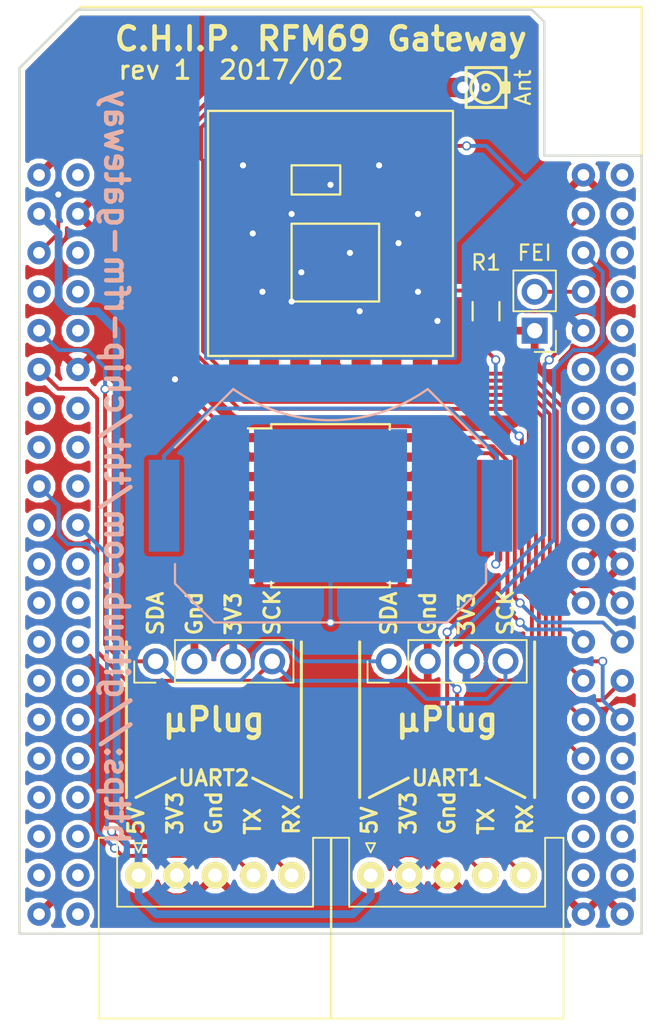
<source format=kicad_pcb>
(kicad_pcb (version 4) (host pcbnew 4.0.5)

  (general
    (links 58)
    (no_connects 0)
    (area 128.094999 44.604999 168.885001 105.085001)
    (thickness 1.6)
    (drawings 43)
    (tracks 358)
    (zones 0)
    (modules 11)
    (nets 23)
  )

  (page A4)
  (layers
    (0 F.Cu signal)
    (31 B.Cu signal)
    (32 B.Adhes user)
    (33 F.Adhes user)
    (34 B.Paste user)
    (35 F.Paste user)
    (36 B.SilkS user)
    (37 F.SilkS user)
    (38 B.Mask user)
    (39 F.Mask user)
    (40 Dwgs.User user)
    (41 Cmts.User user)
    (42 Eco1.User user)
    (43 Eco2.User user)
    (44 Edge.Cuts user)
    (45 Margin user)
    (46 B.CrtYd user)
    (47 F.CrtYd user)
    (48 B.Fab user)
    (49 F.Fab user)
  )

  (setup
    (last_trace_width 0.254)
    (trace_clearance 0.2032)
    (zone_clearance 0.3048)
    (zone_45_only no)
    (trace_min 0.2)
    (segment_width 0.2)
    (edge_width 0.15)
    (via_size 0.6)
    (via_drill 0.4)
    (via_min_size 0.4)
    (via_min_drill 0.3)
    (uvia_size 0.3)
    (uvia_drill 0.1)
    (uvias_allowed no)
    (uvia_min_size 0.2)
    (uvia_min_drill 0.1)
    (pcb_text_width 0.3)
    (pcb_text_size 1.5 1.5)
    (mod_edge_width 0.15)
    (mod_text_size 1 1)
    (mod_text_width 0.15)
    (pad_size 1.75 1.75)
    (pad_drill 0.9)
    (pad_to_mask_clearance 0.2)
    (aux_axis_origin 0 0)
    (grid_origin 129.44 55.48)
    (visible_elements FFFFFF7F)
    (pcbplotparams
      (layerselection 0x010f0_80000001)
      (usegerberextensions true)
      (excludeedgelayer true)
      (linewidth 0.100000)
      (plotframeref false)
      (viasonmask false)
      (mode 1)
      (useauxorigin false)
      (hpglpennumber 1)
      (hpglpenspeed 20)
      (hpglpendiameter 15)
      (hpglpenoverlay 2)
      (psnegative false)
      (psa4output false)
      (plotreference true)
      (plotvalue true)
      (plotinvisibletext false)
      (padsonsilk false)
      (subtractmaskfromsilk false)
      (outputformat 1)
      (mirror false)
      (drillshape 0)
      (scaleselection 1)
      (outputdirectory gerber))
  )

  (net 0 "")
  (net 1 GND)
  (net 2 "Net-(BT1-Pad1)")
  (net 3 FEL)
  (net 4 I2C1-SDA)
  (net 5 +3V3)
  (net 6 I2C1-SCK)
  (net 7 RFM_RST)
  (net 8 "Net-(R1-Pad2)")
  (net 9 I2C2-SCK)
  (net 10 I2C2-SDA)
  (net 11 CS)
  (net 12 SCK)
  (net 13 MOSI)
  (net 14 MISO)
  (net 15 "Net-(AE1-Pad1)")
  (net 16 TX2)
  (net 17 RX2)
  (net 18 TX1)
  (net 19 RX1)
  (net 20 RFM_INT)
  (net 21 +5V)
  (net 22 RFM_INT2)

  (net_class Default "This is the default net class."
    (clearance 0.2032)
    (trace_width 0.254)
    (via_dia 0.6)
    (via_drill 0.4)
    (uvia_dia 0.3)
    (uvia_drill 0.1)
    (add_net +3V3)
    (add_net CS)
    (add_net FEL)
    (add_net GND)
    (add_net I2C1-SCK)
    (add_net I2C1-SDA)
    (add_net I2C2-SCK)
    (add_net I2C2-SDA)
    (add_net MISO)
    (add_net MOSI)
    (add_net "Net-(BT1-Pad1)")
    (add_net "Net-(R1-Pad2)")
    (add_net RFM_INT)
    (add_net RFM_INT2)
    (add_net RFM_RST)
    (add_net RX1)
    (add_net RX2)
    (add_net SCK)
    (add_net TX1)
    (add_net TX2)
  )

  (net_class Ant ""
    (clearance 0.254)
    (trace_width 1.27)
    (via_dia 0.6)
    (via_drill 0.4)
    (uvia_dia 0.3)
    (uvia_drill 0.1)
    (add_net "Net-(AE1-Pad1)")
  )

  (net_class HighPwr ""
    (clearance 0.2032)
    (trace_width 0.508)
    (via_dia 0.6)
    (via_drill 0.4)
    (uvia_dia 0.3)
    (uvia_drill 0.1)
    (add_net +5V)
  )

  (net_class Power ""
    (clearance 0.254)
    (trace_width 0.3556)
    (via_dia 0.6)
    (via_drill 0.4)
    (uvia_dia 0.3)
    (uvia_drill 0.1)
  )

  (module Resistors_SMD:R_0805_HandSoldering (layer F.Cu) (tedit 58307B90) (tstamp 58A8DB11)
    (at 158.65 64.37 270)
    (descr "Resistor SMD 0805, hand soldering")
    (tags "resistor 0805")
    (path /58A8C504)
    (attr smd)
    (fp_text reference R1 (at -3.175 0 360) (layer F.SilkS)
      (effects (font (size 1 1) (thickness 0.15)))
    )
    (fp_text value 10K (at 0 2.1 270) (layer F.Fab)
      (effects (font (size 1 1) (thickness 0.15)))
    )
    (fp_line (start -1 0.625) (end -1 -0.625) (layer F.Fab) (width 0.1))
    (fp_line (start 1 0.625) (end -1 0.625) (layer F.Fab) (width 0.1))
    (fp_line (start 1 -0.625) (end 1 0.625) (layer F.Fab) (width 0.1))
    (fp_line (start -1 -0.625) (end 1 -0.625) (layer F.Fab) (width 0.1))
    (fp_line (start -2.4 -1) (end 2.4 -1) (layer F.CrtYd) (width 0.05))
    (fp_line (start -2.4 1) (end 2.4 1) (layer F.CrtYd) (width 0.05))
    (fp_line (start -2.4 -1) (end -2.4 1) (layer F.CrtYd) (width 0.05))
    (fp_line (start 2.4 -1) (end 2.4 1) (layer F.CrtYd) (width 0.05))
    (fp_line (start 0.6 0.875) (end -0.6 0.875) (layer F.SilkS) (width 0.15))
    (fp_line (start -0.6 -0.875) (end 0.6 -0.875) (layer F.SilkS) (width 0.15))
    (pad 1 smd rect (at -1.35 0 270) (size 1.5 1.3) (layers F.Cu F.Paste F.Mask)
      (net 7 RFM_RST))
    (pad 2 smd rect (at 1.35 0 270) (size 1.5 1.3) (layers F.Cu F.Paste F.Mask)
      (net 8 "Net-(R1-Pad2)"))
    (model Resistors_SMD.3dshapes/R_0805_HandSoldering.wrl
      (at (xyz 0 0 0))
      (scale (xyz 1 1 1))
      (rotate (xyz 0 0 0))
    )
  )

  (module Housings_SOIC:SOIC-16W_7.5x10.3mm_Pitch1.27mm (layer F.Cu) (tedit 58A99D34) (tstamp 58A8DC3F)
    (at 148.49 77.07)
    (descr "16-Lead Plastic Small Outline (SO) - Wide, 7.50 mm Body [SOIC] (see Microchip Packaging Specification 00000049BS.pdf)")
    (tags "SOIC 1.27")
    (path /58A8D6EB)
    (attr smd)
    (fp_text reference U3 (at 0 -6.25) (layer F.SilkS) hide
      (effects (font (size 1 1) (thickness 0.15)))
    )
    (fp_text value DS3231 (at 0 6.25) (layer F.Fab)
      (effects (font (size 1 1) (thickness 0.15)))
    )
    (fp_line (start -2.75 -5.15) (end 3.75 -5.15) (layer F.Fab) (width 0.15))
    (fp_line (start 3.75 -5.15) (end 3.75 5.15) (layer F.Fab) (width 0.15))
    (fp_line (start 3.75 5.15) (end -3.75 5.15) (layer F.Fab) (width 0.15))
    (fp_line (start -3.75 5.15) (end -3.75 -4.15) (layer F.Fab) (width 0.15))
    (fp_line (start -3.75 -4.15) (end -2.75 -5.15) (layer F.Fab) (width 0.15))
    (fp_line (start -5.65 -5.5) (end -5.65 5.5) (layer F.CrtYd) (width 0.05))
    (fp_line (start 5.65 -5.5) (end 5.65 5.5) (layer F.CrtYd) (width 0.05))
    (fp_line (start -5.65 -5.5) (end 5.65 -5.5) (layer F.CrtYd) (width 0.05))
    (fp_line (start -5.65 5.5) (end 5.65 5.5) (layer F.CrtYd) (width 0.05))
    (fp_line (start -3.875 -5.325) (end -3.875 -5.05) (layer F.SilkS) (width 0.15))
    (fp_line (start 3.875 -5.325) (end 3.875 -4.97) (layer F.SilkS) (width 0.15))
    (fp_line (start 3.875 5.325) (end 3.875 4.97) (layer F.SilkS) (width 0.15))
    (fp_line (start -3.875 5.325) (end -3.875 4.97) (layer F.SilkS) (width 0.15))
    (fp_line (start -3.875 -5.325) (end 3.875 -5.325) (layer F.SilkS) (width 0.15))
    (fp_line (start -3.875 5.325) (end 3.875 5.325) (layer F.SilkS) (width 0.15))
    (fp_line (start -3.875 -5.05) (end -5.4 -5.05) (layer F.SilkS) (width 0.15))
    (pad 1 smd rect (at -4.65 -4.445) (size 1.5 0.6) (layers F.Cu F.Paste F.Mask))
    (pad 2 smd rect (at -4.65 -3.175) (size 1.5 0.6) (layers F.Cu F.Paste F.Mask)
      (net 5 +3V3))
    (pad 3 smd rect (at -4.65 -1.905) (size 1.5 0.6) (layers F.Cu F.Paste F.Mask))
    (pad 4 smd rect (at -4.65 -0.635) (size 1.5 0.6) (layers F.Cu F.Paste F.Mask))
    (pad 5 smd rect (at -4.65 0.635) (size 1.5 0.6) (layers F.Cu F.Paste F.Mask)
      (net 1 GND))
    (pad 6 smd rect (at -4.65 1.905) (size 1.5 0.6) (layers F.Cu F.Paste F.Mask)
      (net 1 GND))
    (pad 7 smd rect (at -4.65 3.175) (size 1.5 0.6) (layers F.Cu F.Paste F.Mask)
      (net 1 GND))
    (pad 8 smd rect (at -4.65 4.445) (size 1.5 0.6) (layers F.Cu F.Paste F.Mask)
      (net 1 GND))
    (pad 9 smd rect (at 4.65 4.445) (size 1.5 0.6) (layers F.Cu F.Paste F.Mask)
      (net 1 GND))
    (pad 10 smd rect (at 4.65 3.175) (size 1.5 0.6) (layers F.Cu F.Paste F.Mask)
      (net 1 GND))
    (pad 11 smd rect (at 4.65 1.905) (size 1.5 0.6) (layers F.Cu F.Paste F.Mask)
      (net 1 GND))
    (pad 12 smd rect (at 4.65 0.635) (size 1.5 0.6) (layers F.Cu F.Paste F.Mask)
      (net 1 GND))
    (pad 13 smd rect (at 4.65 -0.635) (size 1.5 0.6) (layers F.Cu F.Paste F.Mask)
      (net 1 GND))
    (pad 14 smd rect (at 4.65 -1.905) (size 1.5 0.6) (layers F.Cu F.Paste F.Mask)
      (net 2 "Net-(BT1-Pad1)"))
    (pad 15 smd rect (at 4.65 -3.175) (size 1.5 0.6) (layers F.Cu F.Paste F.Mask)
      (net 10 I2C2-SDA))
    (pad 16 smd rect (at 4.65 -4.445) (size 1.5 0.6) (layers F.Cu F.Paste F.Mask)
      (net 9 I2C2-SCK))
    (model Housings_SOIC.3dshapes/SOIC-16_7.5x10.3mm_Pitch1.27mm.wrl
      (at (xyz 0 0 0))
      (scale (xyz 1 1 1))
      (rotate (xyz 0 0 0))
    )
  )

  (module Pin_Headers:Pin_Header_Straight_1x02_Pitch2.54mm (layer F.Cu) (tedit 58A99CFE) (tstamp 58A8E490)
    (at 161.825 65.64 180)
    (descr "Through hole straight pin header, 1x02, 2.54mm pitch, single row")
    (tags "Through hole pin header THT 1x02 2.54mm single row")
    (path /58A8D3C9)
    (fp_text reference P1 (at 0 -2.39 180) (layer F.SilkS) hide
      (effects (font (size 1 1) (thickness 0.15)))
    )
    (fp_text value CONN_01X02 (at 0 4.93 180) (layer F.Fab) hide
      (effects (font (size 1 1) (thickness 0.15)))
    )
    (fp_line (start -1.27 -1.27) (end -1.27 3.81) (layer F.Fab) (width 0.1))
    (fp_line (start -1.27 3.81) (end 1.27 3.81) (layer F.Fab) (width 0.1))
    (fp_line (start 1.27 3.81) (end 1.27 -1.27) (layer F.Fab) (width 0.1))
    (fp_line (start 1.27 -1.27) (end -1.27 -1.27) (layer F.Fab) (width 0.1))
    (fp_line (start -1.39 1.27) (end -1.39 3.93) (layer F.SilkS) (width 0.12))
    (fp_line (start -1.39 3.93) (end 1.39 3.93) (layer F.SilkS) (width 0.12))
    (fp_line (start 1.39 3.93) (end 1.39 1.27) (layer F.SilkS) (width 0.12))
    (fp_line (start 1.39 1.27) (end -1.39 1.27) (layer F.SilkS) (width 0.12))
    (fp_line (start -1.39 0) (end -1.39 -1.39) (layer F.SilkS) (width 0.12))
    (fp_line (start -1.39 -1.39) (end 0 -1.39) (layer F.SilkS) (width 0.12))
    (fp_line (start -1.6 -1.6) (end -1.6 4.1) (layer F.CrtYd) (width 0.05))
    (fp_line (start -1.6 4.1) (end 1.6 4.1) (layer F.CrtYd) (width 0.05))
    (fp_line (start 1.6 4.1) (end 1.6 -1.6) (layer F.CrtYd) (width 0.05))
    (fp_line (start 1.6 -1.6) (end -1.6 -1.6) (layer F.CrtYd) (width 0.05))
    (pad 1 thru_hole rect (at 0 0 180) (size 1.7 1.7) (drill 1) (layers *.Cu *.Mask)
      (net 1 GND))
    (pad 2 thru_hole oval (at 0 2.54 180) (size 1.7 1.7) (drill 1) (layers *.Cu *.Mask)
      (net 3 FEL))
    (model Pin_Headers.3dshapes/Pin_Header_Straight_1x02_Pitch2.54mm.wrl
      (at (xyz 0 -0.05 0))
      (scale (xyz 1 1 1))
      (rotate (xyz 0 0 90))
    )
  )

  (module Pin_Headers:Pin_Header_Straight_1x04_Pitch2.54mm (layer F.Cu) (tedit 58A99D1F) (tstamp 58A8E495)
    (at 152.3 87.23 90)
    (descr "Through hole straight pin header, 1x04, 2.54mm pitch, single row")
    (tags "Through hole pin header THT 1x04 2.54mm single row")
    (path /58A8E247)
    (fp_text reference P2 (at 0 -2.39 90) (layer F.SilkS) hide
      (effects (font (size 1 1) (thickness 0.15)))
    )
    (fp_text value CONN_01X04 (at 0 10.01 90) (layer F.Fab) hide
      (effects (font (size 1 1) (thickness 0.15)))
    )
    (fp_line (start -1.27 -1.27) (end -1.27 8.89) (layer F.Fab) (width 0.1))
    (fp_line (start -1.27 8.89) (end 1.27 8.89) (layer F.Fab) (width 0.1))
    (fp_line (start 1.27 8.89) (end 1.27 -1.27) (layer F.Fab) (width 0.1))
    (fp_line (start 1.27 -1.27) (end -1.27 -1.27) (layer F.Fab) (width 0.1))
    (fp_line (start -1.39 1.27) (end -1.39 9.01) (layer F.SilkS) (width 0.12))
    (fp_line (start -1.39 9.01) (end 1.39 9.01) (layer F.SilkS) (width 0.12))
    (fp_line (start 1.39 9.01) (end 1.39 1.27) (layer F.SilkS) (width 0.12))
    (fp_line (start 1.39 1.27) (end -1.39 1.27) (layer F.SilkS) (width 0.12))
    (fp_line (start -1.39 0) (end -1.39 -1.39) (layer F.SilkS) (width 0.12))
    (fp_line (start -1.39 -1.39) (end 0 -1.39) (layer F.SilkS) (width 0.12))
    (fp_line (start -1.6 -1.6) (end -1.6 9.2) (layer F.CrtYd) (width 0.05))
    (fp_line (start -1.6 9.2) (end 1.6 9.2) (layer F.CrtYd) (width 0.05))
    (fp_line (start 1.6 9.2) (end 1.6 -1.6) (layer F.CrtYd) (width 0.05))
    (fp_line (start 1.6 -1.6) (end -1.6 -1.6) (layer F.CrtYd) (width 0.05))
    (pad 1 thru_hole circle (at 0 0 90) (size 1.7 1.7) (drill 1) (layers *.Cu *.Mask)
      (net 4 I2C1-SDA))
    (pad 2 thru_hole oval (at 0 2.54 90) (size 1.7 1.7) (drill 1) (layers *.Cu *.Mask)
      (net 1 GND))
    (pad 3 thru_hole oval (at 0 5.08 90) (size 1.7 1.7) (drill 1) (layers *.Cu *.Mask)
      (net 5 +3V3))
    (pad 4 thru_hole oval (at 0 7.62 90) (size 1.7 1.7) (drill 1) (layers *.Cu *.Mask)
      (net 6 I2C1-SCK))
    (model Pin_Headers.3dshapes/Pin_Header_Straight_1x04_Pitch2.54mm.wrl
      (at (xyz 0 -0.15 0))
      (scale (xyz 1 1 1))
      (rotate (xyz 0 0 90))
    )
  )

  (module Pin_Headers:Pin_Header_Straight_1x04_Pitch2.54mm (layer F.Cu) (tedit 58A99D1D) (tstamp 58A8E49C)
    (at 137.06 87.23 90)
    (descr "Through hole straight pin header, 1x04, 2.54mm pitch, single row")
    (tags "Through hole pin header THT 1x04 2.54mm single row")
    (path /58A8E02B)
    (fp_text reference P3 (at 0 -2.39 90) (layer F.SilkS) hide
      (effects (font (size 1 1) (thickness 0.15)))
    )
    (fp_text value CONN_01X04 (at 0 10.01 90) (layer F.Fab) hide
      (effects (font (size 1 1) (thickness 0.15)))
    )
    (fp_line (start -1.27 -1.27) (end -1.27 8.89) (layer F.Fab) (width 0.1))
    (fp_line (start -1.27 8.89) (end 1.27 8.89) (layer F.Fab) (width 0.1))
    (fp_line (start 1.27 8.89) (end 1.27 -1.27) (layer F.Fab) (width 0.1))
    (fp_line (start 1.27 -1.27) (end -1.27 -1.27) (layer F.Fab) (width 0.1))
    (fp_line (start -1.39 1.27) (end -1.39 9.01) (layer F.SilkS) (width 0.12))
    (fp_line (start -1.39 9.01) (end 1.39 9.01) (layer F.SilkS) (width 0.12))
    (fp_line (start 1.39 9.01) (end 1.39 1.27) (layer F.SilkS) (width 0.12))
    (fp_line (start 1.39 1.27) (end -1.39 1.27) (layer F.SilkS) (width 0.12))
    (fp_line (start -1.39 0) (end -1.39 -1.39) (layer F.SilkS) (width 0.12))
    (fp_line (start -1.39 -1.39) (end 0 -1.39) (layer F.SilkS) (width 0.12))
    (fp_line (start -1.6 -1.6) (end -1.6 9.2) (layer F.CrtYd) (width 0.05))
    (fp_line (start -1.6 9.2) (end 1.6 9.2) (layer F.CrtYd) (width 0.05))
    (fp_line (start 1.6 9.2) (end 1.6 -1.6) (layer F.CrtYd) (width 0.05))
    (fp_line (start 1.6 -1.6) (end -1.6 -1.6) (layer F.CrtYd) (width 0.05))
    (pad 1 thru_hole circle (at 0 0 90) (size 1.7 1.7) (drill 1) (layers *.Cu *.Mask)
      (net 4 I2C1-SDA))
    (pad 2 thru_hole oval (at 0 2.54 90) (size 1.7 1.7) (drill 1) (layers *.Cu *.Mask)
      (net 1 GND))
    (pad 3 thru_hole oval (at 0 5.08 90) (size 1.7 1.7) (drill 1) (layers *.Cu *.Mask)
      (net 5 +3V3))
    (pad 4 thru_hole oval (at 0 7.62 90) (size 1.7 1.7) (drill 1) (layers *.Cu *.Mask)
      (net 6 I2C1-SCK))
    (model Pin_Headers.3dshapes/Pin_Header_Straight_1x04_Pitch2.54mm.wrl
      (at (xyz 0 -0.15 0))
      (scale (xyz 1 1 1))
      (rotate (xyz 0 0 90))
    )
  )

  (module CHIP:CR2032_SLIDE (layer B.Cu) (tedit 58A99D41) (tstamp 58A97D56)
    (at 148.49 77.07)
    (path /58A8D7C1)
    (fp_text reference BT1 (at 0 -6.985) (layer B.SilkS) hide
      (effects (font (size 1 1) (thickness 0.15)) (justify mirror))
    )
    (fp_text value Battery_Cell (at 0 6.35) (layer B.Fab) hide
      (effects (font (size 1 1) (thickness 0.15)) (justify mirror))
    )
    (fp_line (start 10.16 5.08) (end 10.16 3.81) (layer B.SilkS) (width 0.15))
    (fp_line (start 7.62 7.62) (end 10.16 5.08) (layer B.SilkS) (width 0.15))
    (fp_line (start -7.62 7.62) (end 7.62 7.62) (layer B.SilkS) (width 0.15))
    (fp_line (start -10.16 5.08) (end -7.62 7.62) (layer B.SilkS) (width 0.15))
    (fp_line (start -10.16 3.81) (end -10.16 5.08) (layer B.SilkS) (width 0.15))
    (fp_arc (start 0 -16.51) (end -6.35 -7.62) (angle -71.07535558) (layer B.SilkS) (width 0.15))
    (fp_line (start 6.35 -7.62) (end 10.16 -3.81) (layer B.SilkS) (width 0.15))
    (fp_line (start -10.16 -3.81) (end -6.35 -7.62) (layer B.SilkS) (width 0.15))
    (pad 1 smd rect (at -10.875 0) (size 2 6) (layers B.Cu B.Paste B.Mask)
      (net 2 "Net-(BT1-Pad1)"))
    (pad 1 smd rect (at 10.875 0) (size 2 6) (layers B.Cu B.Paste B.Mask)
      (net 2 "Net-(BT1-Pad1)"))
    (pad 2 smd rect (at 0 0) (size 10 10) (layers B.Cu B.Paste B.Mask)
      (net 1 GND))
  )

  (module RFM69:RFM69CW (layer F.Cu) (tedit 58A99D0D) (tstamp 58A8DB83)
    (at 148.49 59.29 90)
    (path /58A8C2A2)
    (fp_text reference U2 (at 0 8.89 90) (layer F.SilkS) hide
      (effects (font (size 1 1) (thickness 0.15)))
    )
    (fp_text value RFM69 (at 0 -8.89 90) (layer F.Fab)
      (effects (font (size 1 1) (thickness 0.15)))
    )
    (fp_text user Ant (at 5.334 6.096 90) (layer F.Fab)
      (effects (font (size 1 1) (thickness 0.15)))
    )
    (fp_line (start 4.445 -2.54) (end 2.54 -2.54) (layer F.SilkS) (width 0.15))
    (fp_line (start 4.445 0.635) (end 4.445 -2.54) (layer F.SilkS) (width 0.15))
    (fp_line (start 2.54 0.635) (end 4.445 0.635) (layer F.SilkS) (width 0.15))
    (fp_line (start 2.54 -2.54) (end 2.54 0.635) (layer F.SilkS) (width 0.15))
    (fp_line (start 0.635 -2.54) (end -4.445 -2.54) (layer F.SilkS) (width 0.15))
    (fp_line (start 0.635 3.175) (end 0.635 -2.54) (layer F.SilkS) (width 0.15))
    (fp_line (start -4.445 3.175) (end 0.635 3.175) (layer F.SilkS) (width 0.15))
    (fp_line (start -4.445 -2.54) (end -4.445 3.175) (layer F.SilkS) (width 0.15))
    (fp_line (start 8 -8) (end -8 -8) (layer F.SilkS) (width 0.15))
    (fp_line (start 8 8) (end 8 -8) (layer F.SilkS) (width 0.15))
    (fp_line (start -8 8) (end 8 8) (layer F.SilkS) (width 0.15))
    (fp_line (start -8 -8) (end -8 8) (layer F.SilkS) (width 0.15))
    (pad 1 smd rect (at 7.3 6 90) (size 2 1.25) (drill (offset 0.5 0)) (layers F.Cu F.Paste F.Mask)
      (net 15 "Net-(AE1-Pad1)"))
    (pad 2 smd rect (at 7.3 4 90) (size 2 1.25) (drill (offset 0.5 0)) (layers F.Cu F.Paste F.Mask)
      (net 5 +3V3))
    (pad 3 smd rect (at 7.3 2 90) (size 2 1.25) (drill (offset 0.5 0)) (layers F.Cu F.Paste F.Mask)
      (net 1 GND))
    (pad 4 smd rect (at 7.3 0 90) (size 2 1.25) (drill (offset 0.5 0)) (layers F.Cu F.Paste F.Mask))
    (pad 5 smd rect (at 7.3 -2 90) (size 2 1.25) (drill (offset 0.5 0)) (layers F.Cu F.Paste F.Mask)
      (net 13 MOSI))
    (pad 6 smd rect (at 7.3 -4 90) (size 2 1.25) (drill (offset 0.5 0)) (layers F.Cu F.Paste F.Mask)
      (net 12 SCK))
    (pad 7 smd rect (at 7.3 -6 90) (size 2 1.25) (drill (offset 0.5 0)) (layers F.Cu F.Paste F.Mask)
      (net 11 CS))
    (pad 10 smd rect (at -7.3 -2 90) (size 2 1.25) (drill (offset -0.5 0)) (layers F.Cu F.Paste F.Mask))
    (pad 8 smd rect (at -7.3 -6 90) (size 2 1.25) (drill (offset -0.5 0)) (layers F.Cu F.Paste F.Mask)
      (net 14 MISO))
    (pad 12 smd rect (at -7.3 2 90) (size 2 1.25) (drill (offset -0.5 0)) (layers F.Cu F.Paste F.Mask))
    (pad 13 smd rect (at -7.3 4 90) (size 2 1.25) (drill (offset -0.5 0)) (layers F.Cu F.Paste F.Mask)
      (net 7 RFM_RST))
    (pad 11 smd rect (at -7.3 0 90) (size 2 1.25) (drill (offset -0.5 0)) (layers F.Cu F.Paste F.Mask)
      (net 22 RFM_INT2))
    (pad 14 smd rect (at -7.3 6 90) (size 2 1.25) (drill (offset -0.5 0)) (layers F.Cu F.Paste F.Mask)
      (net 1 GND))
    (pad 9 smd rect (at -7.3 -4 90) (size 2 1.25) (drill (offset -0.5 0)) (layers F.Cu F.Paste F.Mask)
      (net 20 RFM_INT))
  )

  (module RFM69:U.FL-COAX (layer F.Cu) (tedit 58A9A353) (tstamp 58A99F84)
    (at 158.65 49.765)
    (path /58A99EB1)
    (attr smd)
    (fp_text reference AE1 (at 0 2.54) (layer F.SilkS) hide
      (effects (font (size 0.762 0.762) (thickness 0.1524)))
    )
    (fp_text value Antenna_Shield (at 0 0) (layer F.SilkS) hide
      (effects (font (size 0.762 0.762) (thickness 0.1524)))
    )
    (fp_line (start 1.1 0.3) (end 1.1 -0.3) (layer F.SilkS) (width 0.2032))
    (fp_line (start 1.5 0.3) (end 1 0.3) (layer F.SilkS) (width 0.2032))
    (fp_line (start 1.5 0.3) (end 1.5 -0.3) (layer F.SilkS) (width 0.2032))
    (fp_line (start 1.5 -0.3) (end 1 -0.3) (layer F.SilkS) (width 0.2032))
    (fp_circle (center 0 0) (end 0.2 0) (layer F.SilkS) (width 0.2032))
    (fp_circle (center 0 0) (end 1 0) (layer F.SilkS) (width 0.2032))
    (fp_line (start -1.3 -1.3) (end -1.3 1.3) (layer F.SilkS) (width 0.2032))
    (fp_line (start -1.3 1.3) (end 1.3 1.3) (layer F.SilkS) (width 0.2032))
    (fp_line (start 1.3 1.3) (end 1.3 -1.3) (layer F.SilkS) (width 0.2032))
    (fp_line (start 1.3 -1.3) (end -1.3 -1.3) (layer F.SilkS) (width 0.2032))
    (pad 1 thru_hole circle (at -1.5 0) (size 1.5 1.5) (drill 0.762) (layers *.Cu *.Mask)
      (net 15 "Net-(AE1-Pad1)"))
    (pad 2 smd rect (at 0 -1.5) (size 2.2 1) (layers F.Cu F.Paste F.Mask)
      (net 1 GND))
    (pad 2 smd rect (at 0 1.5) (size 2.2 1) (layers F.Cu F.Paste F.Mask)
      (net 1 GND))
  )

  (module Connectors_JST:JST_XH_S05B-XH-A_05x2.50mm_Angled (layer F.Cu) (tedit 58A9C2FA) (tstamp 58A9A724)
    (at 151.11 101.2)
    (descr "JST XH series connector, S05B-XH-A, side entry type, through hole")
    (tags "connector jst xh tht side horizontal angled 2.50mm")
    (path /58A9AC7B)
    (fp_text reference P4 (at 5 -3.5) (layer F.SilkS) hide
      (effects (font (size 1 1) (thickness 0.15)))
    )
    (fp_text value CONN_01X05 (at 5 10.3) (layer F.Fab) hide
      (effects (font (size 1 1) (thickness 0.15)))
    )
    (fp_line (start -2.45 -2.3) (end -2.45 9.2) (layer F.Fab) (width 0.1))
    (fp_line (start -2.45 9.2) (end 12.45 9.2) (layer F.Fab) (width 0.1))
    (fp_line (start 12.45 9.2) (end 12.45 -2.3) (layer F.Fab) (width 0.1))
    (fp_line (start 12.45 -2.3) (end -2.45 -2.3) (layer F.Fab) (width 0.1))
    (fp_line (start -2.95 -2.8) (end -2.95 9.7) (layer F.CrtYd) (width 0.05))
    (fp_line (start -2.95 9.7) (end 12.95 9.7) (layer F.CrtYd) (width 0.05))
    (fp_line (start 12.95 9.7) (end 12.95 -2.8) (layer F.CrtYd) (width 0.05))
    (fp_line (start 12.95 -2.8) (end -2.95 -2.8) (layer F.CrtYd) (width 0.05))
    (fp_line (start 5 9.35) (end -2.6 9.35) (layer F.SilkS) (width 0.12))
    (fp_line (start -2.6 9.35) (end -2.6 -2.45) (layer F.SilkS) (width 0.12))
    (fp_line (start -2.6 -2.45) (end -1.4 -2.45) (layer F.SilkS) (width 0.12))
    (fp_line (start -1.4 -2.45) (end -1.4 2.05) (layer F.SilkS) (width 0.12))
    (fp_line (start -1.4 2.05) (end 5 2.05) (layer F.SilkS) (width 0.12))
    (fp_line (start 5 9.35) (end 12.6 9.35) (layer F.SilkS) (width 0.12))
    (fp_line (start 12.6 9.35) (end 12.6 -2.45) (layer F.SilkS) (width 0.12))
    (fp_line (start 12.6 -2.45) (end 11.4 -2.45) (layer F.SilkS) (width 0.12))
    (fp_line (start 11.4 -2.45) (end 11.4 2.05) (layer F.SilkS) (width 0.12))
    (fp_line (start 11.4 2.05) (end 5 2.05) (layer F.SilkS) (width 0.12))
    (fp_line (start -0.25 3.45) (end -0.25 8.7) (layer F.Fab) (width 0.1))
    (fp_line (start -0.25 8.7) (end 0.25 8.7) (layer F.Fab) (width 0.1))
    (fp_line (start 0.25 8.7) (end 0.25 3.45) (layer F.Fab) (width 0.1))
    (fp_line (start 0.25 3.45) (end -0.25 3.45) (layer F.Fab) (width 0.1))
    (fp_line (start 2.25 3.45) (end 2.25 8.7) (layer F.Fab) (width 0.1))
    (fp_line (start 2.25 8.7) (end 2.75 8.7) (layer F.Fab) (width 0.1))
    (fp_line (start 2.75 8.7) (end 2.75 3.45) (layer F.Fab) (width 0.1))
    (fp_line (start 2.75 3.45) (end 2.25 3.45) (layer F.Fab) (width 0.1))
    (fp_line (start 4.75 3.45) (end 4.75 8.7) (layer F.Fab) (width 0.1))
    (fp_line (start 4.75 8.7) (end 5.25 8.7) (layer F.Fab) (width 0.1))
    (fp_line (start 5.25 8.7) (end 5.25 3.45) (layer F.Fab) (width 0.1))
    (fp_line (start 5.25 3.45) (end 4.75 3.45) (layer F.Fab) (width 0.1))
    (fp_line (start 7.25 3.45) (end 7.25 8.7) (layer F.Fab) (width 0.1))
    (fp_line (start 7.25 8.7) (end 7.75 8.7) (layer F.Fab) (width 0.1))
    (fp_line (start 7.75 8.7) (end 7.75 3.45) (layer F.Fab) (width 0.1))
    (fp_line (start 7.75 3.45) (end 7.25 3.45) (layer F.Fab) (width 0.1))
    (fp_line (start 9.75 3.45) (end 9.75 8.7) (layer F.Fab) (width 0.1))
    (fp_line (start 9.75 8.7) (end 10.25 8.7) (layer F.Fab) (width 0.1))
    (fp_line (start 10.25 8.7) (end 10.25 3.45) (layer F.Fab) (width 0.1))
    (fp_line (start 10.25 3.45) (end 9.75 3.45) (layer F.Fab) (width 0.1))
    (fp_line (start 0 -1.5) (end -0.3 -2.1) (layer F.SilkS) (width 0.12))
    (fp_line (start -0.3 -2.1) (end 0.3 -2.1) (layer F.SilkS) (width 0.12))
    (fp_line (start 0.3 -2.1) (end 0 -1.5) (layer F.SilkS) (width 0.12))
    (fp_line (start 0 -1.5) (end -0.3 -2.1) (layer F.Fab) (width 0.1))
    (fp_line (start -0.3 -2.1) (end 0.3 -2.1) (layer F.Fab) (width 0.1))
    (fp_line (start 0.3 -2.1) (end 0 -1.5) (layer F.Fab) (width 0.1))
    (fp_text user %R (at 5 2.25) (layer F.Fab)
      (effects (font (size 1 1) (thickness 0.15)))
    )
    (pad 1 thru_hole circle (at 0 0) (size 1.75 1.75) (drill 0.9) (layers *.Cu *.Mask F.SilkS)
      (net 21 +5V))
    (pad 2 thru_hole circle (at 2.5 0) (size 1.75 1.75) (drill 0.9) (layers *.Cu *.Mask F.SilkS)
      (net 5 +3V3))
    (pad 3 thru_hole circle (at 5 0) (size 1.75 1.75) (drill 0.9) (layers *.Cu *.Mask F.SilkS)
      (net 1 GND))
    (pad 4 thru_hole circle (at 7.5 0) (size 1.75 1.75) (drill 0.9) (layers *.Cu *.Mask F.SilkS)
      (net 18 TX1))
    (pad 5 thru_hole circle (at 10 0) (size 1.75 1.75) (drill 0.9) (layers *.Cu *.Mask F.SilkS)
      (net 19 RX1))
    (model Connectors_JST.3dshapes/JST_XH_S05B-XH-A_05x2.50mm_Angled.wrl
      (at (xyz 0 0 0))
      (scale (xyz 1 1 1))
      (rotate (xyz 0 0 0))
    )
  )

  (module Connectors_JST:JST_XH_S05B-XH-A_05x2.50mm_Angled (layer F.Cu) (tedit 58A9C2FE) (tstamp 58A9A72D)
    (at 135.95 101.2)
    (descr "JST XH series connector, S05B-XH-A, side entry type, through hole")
    (tags "connector jst xh tht side horizontal angled 2.50mm")
    (path /58A9A8E9)
    (fp_text reference P5 (at 5 -3.5) (layer F.SilkS) hide
      (effects (font (size 1 1) (thickness 0.15)))
    )
    (fp_text value CONN_01X05 (at 5 10.3) (layer F.Fab) hide
      (effects (font (size 1 1) (thickness 0.15)))
    )
    (fp_line (start -2.45 -2.3) (end -2.45 9.2) (layer F.Fab) (width 0.1))
    (fp_line (start -2.45 9.2) (end 12.45 9.2) (layer F.Fab) (width 0.1))
    (fp_line (start 12.45 9.2) (end 12.45 -2.3) (layer F.Fab) (width 0.1))
    (fp_line (start 12.45 -2.3) (end -2.45 -2.3) (layer F.Fab) (width 0.1))
    (fp_line (start -2.95 -2.8) (end -2.95 9.7) (layer F.CrtYd) (width 0.05))
    (fp_line (start -2.95 9.7) (end 12.95 9.7) (layer F.CrtYd) (width 0.05))
    (fp_line (start 12.95 9.7) (end 12.95 -2.8) (layer F.CrtYd) (width 0.05))
    (fp_line (start 12.95 -2.8) (end -2.95 -2.8) (layer F.CrtYd) (width 0.05))
    (fp_line (start 5 9.35) (end -2.6 9.35) (layer F.SilkS) (width 0.12))
    (fp_line (start -2.6 9.35) (end -2.6 -2.45) (layer F.SilkS) (width 0.12))
    (fp_line (start -2.6 -2.45) (end -1.4 -2.45) (layer F.SilkS) (width 0.12))
    (fp_line (start -1.4 -2.45) (end -1.4 2.05) (layer F.SilkS) (width 0.12))
    (fp_line (start -1.4 2.05) (end 5 2.05) (layer F.SilkS) (width 0.12))
    (fp_line (start 5 9.35) (end 12.6 9.35) (layer F.SilkS) (width 0.12))
    (fp_line (start 12.6 9.35) (end 12.6 -2.45) (layer F.SilkS) (width 0.12))
    (fp_line (start 12.6 -2.45) (end 11.4 -2.45) (layer F.SilkS) (width 0.12))
    (fp_line (start 11.4 -2.45) (end 11.4 2.05) (layer F.SilkS) (width 0.12))
    (fp_line (start 11.4 2.05) (end 5 2.05) (layer F.SilkS) (width 0.12))
    (fp_line (start -0.25 3.45) (end -0.25 8.7) (layer F.Fab) (width 0.1))
    (fp_line (start -0.25 8.7) (end 0.25 8.7) (layer F.Fab) (width 0.1))
    (fp_line (start 0.25 8.7) (end 0.25 3.45) (layer F.Fab) (width 0.1))
    (fp_line (start 0.25 3.45) (end -0.25 3.45) (layer F.Fab) (width 0.1))
    (fp_line (start 2.25 3.45) (end 2.25 8.7) (layer F.Fab) (width 0.1))
    (fp_line (start 2.25 8.7) (end 2.75 8.7) (layer F.Fab) (width 0.1))
    (fp_line (start 2.75 8.7) (end 2.75 3.45) (layer F.Fab) (width 0.1))
    (fp_line (start 2.75 3.45) (end 2.25 3.45) (layer F.Fab) (width 0.1))
    (fp_line (start 4.75 3.45) (end 4.75 8.7) (layer F.Fab) (width 0.1))
    (fp_line (start 4.75 8.7) (end 5.25 8.7) (layer F.Fab) (width 0.1))
    (fp_line (start 5.25 8.7) (end 5.25 3.45) (layer F.Fab) (width 0.1))
    (fp_line (start 5.25 3.45) (end 4.75 3.45) (layer F.Fab) (width 0.1))
    (fp_line (start 7.25 3.45) (end 7.25 8.7) (layer F.Fab) (width 0.1))
    (fp_line (start 7.25 8.7) (end 7.75 8.7) (layer F.Fab) (width 0.1))
    (fp_line (start 7.75 8.7) (end 7.75 3.45) (layer F.Fab) (width 0.1))
    (fp_line (start 7.75 3.45) (end 7.25 3.45) (layer F.Fab) (width 0.1))
    (fp_line (start 9.75 3.45) (end 9.75 8.7) (layer F.Fab) (width 0.1))
    (fp_line (start 9.75 8.7) (end 10.25 8.7) (layer F.Fab) (width 0.1))
    (fp_line (start 10.25 8.7) (end 10.25 3.45) (layer F.Fab) (width 0.1))
    (fp_line (start 10.25 3.45) (end 9.75 3.45) (layer F.Fab) (width 0.1))
    (fp_line (start 0 -1.5) (end -0.3 -2.1) (layer F.SilkS) (width 0.12))
    (fp_line (start -0.3 -2.1) (end 0.3 -2.1) (layer F.SilkS) (width 0.12))
    (fp_line (start 0.3 -2.1) (end 0 -1.5) (layer F.SilkS) (width 0.12))
    (fp_line (start 0 -1.5) (end -0.3 -2.1) (layer F.Fab) (width 0.1))
    (fp_line (start -0.3 -2.1) (end 0.3 -2.1) (layer F.Fab) (width 0.1))
    (fp_line (start 0.3 -2.1) (end 0 -1.5) (layer F.Fab) (width 0.1))
    (fp_text user %R (at 5 2.25) (layer F.Fab)
      (effects (font (size 1 1) (thickness 0.15)))
    )
    (pad 1 thru_hole circle (at 0 0) (size 1.75 1.75) (drill 0.9) (layers *.Cu *.Mask F.SilkS)
      (net 21 +5V))
    (pad 2 thru_hole circle (at 2.5 0) (size 1.75 1.75) (drill 0.9) (layers *.Cu *.Mask F.SilkS)
      (net 5 +3V3))
    (pad 3 thru_hole circle (at 5 0) (size 1.75 1.75) (drill 0.9) (layers *.Cu *.Mask F.SilkS)
      (net 1 GND))
    (pad 4 thru_hole circle (at 7.5 0) (size 1.75 1.75) (drill 0.9) (layers *.Cu *.Mask F.SilkS)
      (net 16 TX2))
    (pad 5 thru_hole circle (at 10 0) (size 1.75 1.75) (drill 0.9) (layers *.Cu *.Mask F.SilkS)
      (net 17 RX2))
    (model Connectors_JST.3dshapes/JST_XH_S05B-XH-A_05x2.50mm_Angled.wrl
      (at (xyz 0 0 0))
      (scale (xyz 1 1 1))
      (rotate (xyz 0 0 0))
    )
  )

  (module CHIP:CHIP locked (layer F.Cu) (tedit 58A9CB7B) (tstamp 58A8DB71)
    (at 148.5011 105.0036)
    (path /58A8C19F)
    (fp_text reference U1 (at -13.5 -59) (layer F.SilkS) hide
      (effects (font (size 1 1) (thickness 0.15)))
    )
    (fp_text value CHIP_Shield (at 0 -1.5) (layer F.Fab) hide
      (effects (font (size 1 1) (thickness 0.15)))
    )
    (fp_text user U14 (at 17.5 -51.5) (layer F.Fab)
      (effects (font (size 1 1) (thickness 0.15)))
    )
    (fp_text user U13 (at -18 -51.5) (layer F.Fab)
      (effects (font (size 1 1) (thickness 0.15)))
    )
    (fp_line (start -20.32 -56.5) (end -16.32 -60.5) (layer F.SilkS) (width 0.15))
    (fp_line (start 20.32 0) (end 20.32 -60.5) (layer F.SilkS) (width 0.15))
    (fp_line (start 20.32 -60.5) (end -16.32 -60.5) (layer F.SilkS) (width 0.15))
    (fp_line (start -20.32 -56.5) (end -20.32 0) (layer F.SilkS) (width 0.15))
    (fp_line (start -20.32 0) (end 20.32 0) (layer F.SilkS) (width 0.15))
    (pad 1 thru_hole circle (at -19.05 -49.53) (size 1.524 1.524) (drill 0.762) (layers *.Cu *.Mask)
      (net 1 GND))
    (pad 2 thru_hole circle (at -16.51 -49.53) (size 1.524 1.524) (drill 0.762) (layers *.Cu *.Mask))
    (pad 3 thru_hole circle (at -19.05 -46.99) (size 1.524 1.524) (drill 0.762) (layers *.Cu *.Mask)
      (net 21 +5V))
    (pad 4 thru_hole circle (at -16.51 -46.99) (size 1.524 1.524) (drill 0.762) (layers *.Cu *.Mask)
      (net 1 GND))
    (pad 5 thru_hole circle (at -19.05 -44.45) (size 1.524 1.524) (drill 0.762) (layers *.Cu *.Mask)
      (net 5 +3V3))
    (pad 6 thru_hole circle (at -16.51 -44.45) (size 1.524 1.524) (drill 0.762) (layers *.Cu *.Mask))
    (pad 7 thru_hole circle (at -19.05 -41.91) (size 1.524 1.524) (drill 0.762) (layers *.Cu *.Mask))
    (pad 8 thru_hole circle (at -16.51 -41.91) (size 1.524 1.524) (drill 0.762) (layers *.Cu *.Mask))
    (pad 9 thru_hole circle (at -19.05 -39.37) (size 1.524 1.524) (drill 0.762) (layers *.Cu *.Mask)
      (net 4 I2C1-SDA))
    (pad 10 thru_hole circle (at -16.51 -39.37) (size 1.524 1.524) (drill 0.762) (layers *.Cu *.Mask))
    (pad 11 thru_hole circle (at -19.05 -36.83) (size 1.524 1.524) (drill 0.762) (layers *.Cu *.Mask)
      (net 6 I2C1-SCK))
    (pad 12 thru_hole circle (at -16.51 -36.83) (size 1.524 1.524) (drill 0.762) (layers *.Cu *.Mask)
      (net 1 GND))
    (pad 13 thru_hole circle (at -19.05 -34.29) (size 1.524 1.524) (drill 0.762) (layers *.Cu *.Mask))
    (pad 14 thru_hole circle (at -16.51 -34.29) (size 1.524 1.524) (drill 0.762) (layers *.Cu *.Mask))
    (pad 15 thru_hole circle (at -19.05 -31.75) (size 1.524 1.524) (drill 0.762) (layers *.Cu *.Mask))
    (pad 16 thru_hole circle (at -16.51 -31.75) (size 1.524 1.524) (drill 0.762) (layers *.Cu *.Mask))
    (pad 17 thru_hole circle (at -19.05 -29.21) (size 1.524 1.524) (drill 0.762) (layers *.Cu *.Mask)
      (net 16 TX2))
    (pad 18 thru_hole circle (at -16.51 -29.21) (size 1.524 1.524) (drill 0.762) (layers *.Cu *.Mask))
    (pad 19 thru_hole circle (at -19.05 -26.67) (size 1.524 1.524) (drill 0.762) (layers *.Cu *.Mask))
    (pad 20 thru_hole circle (at -16.51 -26.67) (size 1.524 1.524) (drill 0.762) (layers *.Cu *.Mask)
      (net 17 RX2))
    (pad 21 thru_hole circle (at -19.05 -24.13) (size 1.524 1.524) (drill 0.762) (layers *.Cu *.Mask))
    (pad 22 thru_hole circle (at -16.51 -24.13) (size 1.524 1.524) (drill 0.762) (layers *.Cu *.Mask))
    (pad 23 thru_hole circle (at -19.05 -21.59) (size 1.524 1.524) (drill 0.762) (layers *.Cu *.Mask))
    (pad 24 thru_hole circle (at -16.51 -21.59) (size 1.524 1.524) (drill 0.762) (layers *.Cu *.Mask))
    (pad 25 thru_hole circle (at -19.05 -19.05) (size 1.524 1.524) (drill 0.762) (layers *.Cu *.Mask))
    (pad 26 thru_hole circle (at -16.51 -19.05) (size 1.524 1.524) (drill 0.762) (layers *.Cu *.Mask))
    (pad 27 thru_hole circle (at -19.05 -16.51) (size 1.524 1.524) (drill 0.762) (layers *.Cu *.Mask))
    (pad 28 thru_hole circle (at -16.51 -16.51) (size 1.524 1.524) (drill 0.762) (layers *.Cu *.Mask))
    (pad 29 thru_hole circle (at -19.05 -13.97) (size 1.524 1.524) (drill 0.762) (layers *.Cu *.Mask))
    (pad 30 thru_hole circle (at -16.51 -13.97) (size 1.524 1.524) (drill 0.762) (layers *.Cu *.Mask))
    (pad 31 thru_hole circle (at -19.05 -11.43) (size 1.524 1.524) (drill 0.762) (layers *.Cu *.Mask))
    (pad 32 thru_hole circle (at -16.51 -11.43) (size 1.524 1.524) (drill 0.762) (layers *.Cu *.Mask))
    (pad 33 thru_hole circle (at -19.05 -8.89) (size 1.524 1.524) (drill 0.762) (layers *.Cu *.Mask))
    (pad 34 thru_hole circle (at -16.51 -8.89) (size 1.524 1.524) (drill 0.762) (layers *.Cu *.Mask))
    (pad 35 thru_hole circle (at -19.05 -6.35) (size 1.524 1.524) (drill 0.762) (layers *.Cu *.Mask))
    (pad 36 thru_hole circle (at -16.51 -6.35) (size 1.524 1.524) (drill 0.762) (layers *.Cu *.Mask))
    (pad 37 thru_hole circle (at -19.05 -3.81) (size 1.524 1.524) (drill 0.762) (layers *.Cu *.Mask))
    (pad 38 thru_hole circle (at -16.51 -3.81) (size 1.524 1.524) (drill 0.762) (layers *.Cu *.Mask))
    (pad 39 thru_hole circle (at -19.05 -1.27) (size 1.524 1.524) (drill 0.762) (layers *.Cu *.Mask)
      (net 1 GND))
    (pad 40 thru_hole circle (at -16.51 -1.27) (size 1.524 1.524) (drill 0.762) (layers *.Cu *.Mask))
    (pad 41 thru_hole circle (at 16.51 -49.53) (size 1.524 1.524) (drill 0.762) (layers *.Cu *.Mask)
      (net 1 GND))
    (pad 42 thru_hole circle (at 19.05 -49.53) (size 1.524 1.524) (drill 0.762) (layers *.Cu *.Mask))
    (pad 43 thru_hole circle (at 16.51 -46.99) (size 1.524 1.524) (drill 0.762) (layers *.Cu *.Mask)
      (net 18 TX1))
    (pad 44 thru_hole circle (at 19.05 -46.99) (size 1.524 1.524) (drill 0.762) (layers *.Cu *.Mask))
    (pad 45 thru_hole circle (at 16.51 -44.45) (size 1.524 1.524) (drill 0.762) (layers *.Cu *.Mask)
      (net 19 RX1))
    (pad 46 thru_hole circle (at 19.05 -44.45) (size 1.524 1.524) (drill 0.762) (layers *.Cu *.Mask))
    (pad 47 thru_hole circle (at 16.51 -41.91) (size 1.524 1.524) (drill 0.762) (layers *.Cu *.Mask)
      (net 3 FEL))
    (pad 48 thru_hole circle (at 19.05 -41.91) (size 1.524 1.524) (drill 0.762) (layers *.Cu *.Mask))
    (pad 49 thru_hole circle (at 16.51 -39.37) (size 1.524 1.524) (drill 0.762) (layers *.Cu *.Mask)
      (net 5 +3V3))
    (pad 50 thru_hole circle (at 19.05 -39.37) (size 1.524 1.524) (drill 0.762) (layers *.Cu *.Mask))
    (pad 51 thru_hole circle (at 16.51 -36.83) (size 1.524 1.524) (drill 0.762) (layers *.Cu *.Mask))
    (pad 52 thru_hole circle (at 19.05 -36.83) (size 1.524 1.524) (drill 0.762) (layers *.Cu *.Mask))
    (pad 53 thru_hole circle (at 16.51 -34.29) (size 1.524 1.524) (drill 0.762) (layers *.Cu *.Mask))
    (pad 54 thru_hole circle (at 19.05 -34.29) (size 1.524 1.524) (drill 0.762) (layers *.Cu *.Mask))
    (pad 55 thru_hole circle (at 16.51 -31.75) (size 1.524 1.524) (drill 0.762) (layers *.Cu *.Mask))
    (pad 56 thru_hole circle (at 19.05 -31.75) (size 1.524 1.524) (drill 0.762) (layers *.Cu *.Mask))
    (pad 57 thru_hole circle (at 16.51 -29.21) (size 1.524 1.524) (drill 0.762) (layers *.Cu *.Mask))
    (pad 58 thru_hole circle (at 19.05 -29.21) (size 1.524 1.524) (drill 0.762) (layers *.Cu *.Mask))
    (pad 59 thru_hole circle (at 16.51 -26.67) (size 1.524 1.524) (drill 0.762) (layers *.Cu *.Mask))
    (pad 60 thru_hole circle (at 19.05 -26.67) (size 1.524 1.524) (drill 0.762) (layers *.Cu *.Mask))
    (pad 61 thru_hole circle (at 16.51 -24.13) (size 1.524 1.524) (drill 0.762) (layers *.Cu *.Mask)
      (net 1 GND))
    (pad 62 thru_hole circle (at 19.05 -24.13) (size 1.524 1.524) (drill 0.762) (layers *.Cu *.Mask)
      (net 1 GND))
    (pad 63 thru_hole circle (at 16.51 -21.59) (size 1.524 1.524) (drill 0.762) (layers *.Cu *.Mask)
      (net 20 RFM_INT))
    (pad 64 thru_hole circle (at 19.05 -21.59) (size 1.524 1.524) (drill 0.762) (layers *.Cu *.Mask)
      (net 22 RFM_INT2))
    (pad 65 thru_hole circle (at 16.51 -19.05) (size 1.524 1.524) (drill 0.762) (layers *.Cu *.Mask)
      (net 10 I2C2-SDA))
    (pad 66 thru_hole circle (at 19.05 -19.05) (size 1.524 1.524) (drill 0.762) (layers *.Cu *.Mask)
      (net 9 I2C2-SCK))
    (pad 67 thru_hole circle (at 16.51 -16.51) (size 1.524 1.524) (drill 0.762) (layers *.Cu *.Mask)
      (net 11 CS))
    (pad 68 thru_hole circle (at 19.05 -16.51) (size 1.524 1.524) (drill 0.762) (layers *.Cu *.Mask)
      (net 12 SCK))
    (pad 69 thru_hole circle (at 16.51 -13.97) (size 1.524 1.524) (drill 0.762) (layers *.Cu *.Mask)
      (net 13 MOSI))
    (pad 70 thru_hole circle (at 19.05 -13.97) (size 1.524 1.524) (drill 0.762) (layers *.Cu *.Mask)
      (net 14 MISO))
    (pad 71 thru_hole circle (at 16.51 -11.43) (size 1.524 1.524) (drill 0.762) (layers *.Cu *.Mask)
      (net 8 "Net-(R1-Pad2)"))
    (pad 72 thru_hole circle (at 19.05 -11.43) (size 1.524 1.524) (drill 0.762) (layers *.Cu *.Mask))
    (pad 73 thru_hole circle (at 16.51 -8.89) (size 1.524 1.524) (drill 0.762) (layers *.Cu *.Mask))
    (pad 74 thru_hole circle (at 19.05 -8.89) (size 1.524 1.524) (drill 0.762) (layers *.Cu *.Mask))
    (pad 75 thru_hole circle (at 16.51 -6.35) (size 1.524 1.524) (drill 0.762) (layers *.Cu *.Mask))
    (pad 76 thru_hole circle (at 19.05 -6.35) (size 1.524 1.524) (drill 0.762) (layers *.Cu *.Mask))
    (pad 77 thru_hole circle (at 16.51 -3.81) (size 1.524 1.524) (drill 0.762) (layers *.Cu *.Mask))
    (pad 78 thru_hole circle (at 19.05 -3.81) (size 1.524 1.524) (drill 0.762) (layers *.Cu *.Mask))
    (pad 79 thru_hole circle (at 16.51 -1.27) (size 1.524 1.524) (drill 0.762) (layers *.Cu *.Mask)
      (net 1 GND))
    (pad 80 thru_hole circle (at 19.05 -1.27) (size 1.524 1.524) (drill 0.762) (layers *.Cu *.Mask)
      (net 1 GND))
  )

  (gr_line (start 158.65 94.85) (end 161.19 96.12) (layer F.SilkS) (width 0.2))
  (gr_line (start 151.03 96.12) (end 153.57 94.85) (layer F.SilkS) (width 0.2))
  (gr_line (start 143.41 94.85) (end 145.95 96.12) (layer F.SilkS) (width 0.2))
  (gr_line (start 138.33 94.85) (end 135.79 96.12) (layer F.SilkS) (width 0.2))
  (gr_text UART1 (at 156.11 94.85) (layer F.SilkS) (tstamp 58A9C3CA)
    (effects (font (size 1 1) (thickness 0.2)))
  )
  (gr_text UART2 (at 140.87 94.85) (layer F.SilkS) (tstamp 58A9C3C7)
    (effects (font (size 1 1) (thickness 0.2)))
  )
  (gr_text RX (at 145.95 98.66 90) (layer F.SilkS) (tstamp 58A9B6BB)
    (effects (font (size 1 1) (thickness 0.2)) (justify left))
  )
  (gr_text RX (at 161.19 98.66 90) (layer F.SilkS) (tstamp 58A9B6B8)
    (effects (font (size 1 1) (thickness 0.2)) (justify left))
  )
  (gr_text TX (at 158.65 98.66 90) (layer F.SilkS) (tstamp 58A9B6B7)
    (effects (font (size 1 1) (thickness 0.2)) (justify left))
  )
  (gr_text TX (at 143.41 98.66 90) (layer F.SilkS) (tstamp 58A9B6B4)
    (effects (font (size 1 1) (thickness 0.2)) (justify left))
  )
  (gr_text Gnd (at 140.87 98.66 90) (layer F.SilkS) (tstamp 58A9B6B3)
    (effects (font (size 1 1) (thickness 0.2)) (justify left))
  )
  (gr_text Gnd (at 156.11 98.66 90) (layer F.SilkS) (tstamp 58A9B6B0)
    (effects (font (size 1 1) (thickness 0.2)) (justify left))
  )
  (gr_text 3V3 (at 153.57 98.66 90) (layer F.SilkS) (tstamp 58A9B6AF)
    (effects (font (size 1 1) (thickness 0.2)) (justify left))
  )
  (gr_text 3V3 (at 138.33 98.66 90) (layer F.SilkS) (tstamp 58A9B6AC)
    (effects (font (size 1 1) (thickness 0.2)) (justify left))
  )
  (gr_text 5V (at 151.03 98.66 90) (layer F.SilkS) (tstamp 58A9B6AB)
    (effects (font (size 1 1) (thickness 0.2)) (justify left))
  )
  (gr_text 5V (at 135.79 98.66 90) (layer F.SilkS) (tstamp 58A9B6A7)
    (effects (font (size 1 1) (thickness 0.2)) (justify left))
  )
  (gr_text SCK (at 159.92 85.6425 90) (layer F.SilkS) (tstamp 58A9B5FA)
    (effects (font (size 1 1) (thickness 0.2)) (justify left))
  )
  (gr_text SCK (at 144.68 85.6425 90) (layer F.SilkS) (tstamp 58A9B5E8)
    (effects (font (size 1 1) (thickness 0.2)) (justify left))
  )
  (gr_text 3V3 (at 157.38 85.6425 90) (layer F.SilkS) (tstamp 58A9B5B1)
    (effects (font (size 1 1) (thickness 0.2)) (justify left))
  )
  (gr_text 3V3 (at 142.14 85.6425 90) (layer F.SilkS) (tstamp 58A9B5A9)
    (effects (font (size 1 1) (thickness 0.2)) (justify left))
  )
  (gr_text Gnd (at 139.6 85.6425 90) (layer F.SilkS) (tstamp 58A9B5A4)
    (effects (font (size 1 1) (thickness 0.2)) (justify left))
  )
  (gr_text Gnd (at 154.84 85.6425 90) (layer F.SilkS) (tstamp 58A9B583)
    (effects (font (size 1 1) (thickness 0.2)) (justify left))
  )
  (gr_text SDA (at 152.3 85.6425 90) (layer F.SilkS) (tstamp 58A9B57C)
    (effects (font (size 1 1) (thickness 0.2)) (justify left))
  )
  (gr_text SDA (at 137.06 85.6425 90) (layer F.SilkS)
    (effects (font (size 1 1) (thickness 0.2)) (justify left))
  )
  (gr_text https://github.com/tht/chip-rfm-gateway (at 134.52 74.53 270) (layer B.SilkS)
    (effects (font (size 1.5 1.5) (thickness 0.3)) (justify mirror))
  )
  (gr_line (start 162.46 45.48) (end 161.64 44.68) (layer Edge.Cuts) (width 0.15))
  (gr_text Ant (at 161.063 49.765 90) (layer F.SilkS) (tstamp 58A9A365)
    (effects (font (size 1 1) (thickness 0.15)))
  )
  (gr_text "rev 1  2017/02" (at 134.52 48.622) (layer F.SilkS) (tstamp 58A9A329)
    (effects (font (size 1.2 1.2) (thickness 0.2)) (justify left))
  )
  (gr_text FEI (at 161.825 60.56) (layer F.SilkS)
    (effects (font (size 1 1) (thickness 0.15)))
  )
  (gr_text "C.H.I.P. RFM69 Gateway" (at 147.855 46.59) (layer F.SilkS)
    (effects (font (size 1.5 1.5) (thickness 0.3)))
  )
  (gr_line (start 161.825 96.12) (end 161.825 85.96) (layer F.SilkS) (width 0.2))
  (gr_line (start 150.395 85.96) (end 150.395 96.12) (layer F.SilkS) (width 0.2))
  (gr_line (start 146.585 96.12) (end 146.585 85.96) (layer F.SilkS) (width 0.2))
  (gr_line (start 135.155 85.96) (end 135.155 96.12) (layer F.SilkS) (width 0.2))
  (gr_text µPlug (at 140.87 91.04) (layer F.SilkS) (tstamp 58A99B9B)
    (effects (font (size 1.5 1.5) (thickness 0.3)))
  )
  (gr_text µPlug (at 156.11 91.04) (layer F.SilkS)
    (effects (font (size 1.5 1.5) (thickness 0.3)))
  )
  (gr_line (start 128.17 105.01) (end 128.17 48.495) (layer Edge.Cuts) (width 0.15))
  (gr_line (start 168.81 54.21) (end 168.81 105.01) (layer Edge.Cuts) (width 0.15))
  (gr_line (start 131.98 44.685) (end 128.17 48.495) (layer Edge.Cuts) (width 0.15))
  (gr_line (start 161.64 44.685) (end 131.98 44.685) (layer Edge.Cuts) (width 0.15))
  (gr_line (start 162.46 54.21) (end 162.46 45.48) (layer Edge.Cuts) (width 0.15))
  (gr_line (start 168.81 54.21) (end 162.46 54.21) (layer Edge.Cuts) (width 0.15))
  (gr_line (start 128.17 105.01) (end 168.81 105.01) (layer Edge.Cuts) (width 0.15))

  (segment (start 150.395 54.21) (end 150.395 52.085) (width 0.254) (layer F.Cu) (net 1))
  (segment (start 150.395 52.085) (end 150.49 51.99) (width 0.254) (layer F.Cu) (net 1))
  (segment (start 151.03 54.21) (end 150.395 54.21) (width 0.254) (layer F.Cu) (net 1))
  (segment (start 151.665 54.845) (end 151.03 54.21) (width 0.254) (layer F.Cu) (net 1))
  (segment (start 148.49 56.115) (end 150.395 56.115) (width 0.254) (layer B.Cu) (net 1))
  (segment (start 150.395 56.115) (end 151.665 54.845) (width 0.254) (layer B.Cu) (net 1))
  (via (at 151.665 54.845) (size 0.6) (drill 0.4) (layers F.Cu B.Cu) (net 1))
  (segment (start 142.775 54.845) (end 144.045 56.115) (width 0.254) (layer F.Cu) (net 1))
  (segment (start 144.045 56.115) (end 148.49 56.115) (width 0.254) (layer F.Cu) (net 1))
  (via (at 148.49 56.115) (size 0.6) (drill 0.4) (layers F.Cu B.Cu) (net 1))
  (segment (start 143.41 59.29) (end 143.41 55.48) (width 0.254) (layer B.Cu) (net 1))
  (segment (start 143.41 55.48) (end 142.775 54.845) (width 0.254) (layer B.Cu) (net 1))
  (via (at 142.775 54.845) (size 0.6) (drill 0.4) (layers F.Cu B.Cu) (net 1))
  (segment (start 145.95 58.02) (end 144.68 59.29) (width 0.254) (layer F.Cu) (net 1))
  (segment (start 144.68 59.29) (end 143.41 59.29) (width 0.254) (layer F.Cu) (net 1))
  (via (at 143.41 59.29) (size 0.6) (drill 0.4) (layers F.Cu B.Cu) (net 1))
  (segment (start 150.395 62.465) (end 145.95 58.02) (width 0.254) (layer B.Cu) (net 1))
  (via (at 145.95 58.02) (size 0.6) (drill 0.4) (layers F.Cu B.Cu) (net 1))
  (segment (start 152.935 59.925) (end 150.395 62.465) (width 0.254) (layer B.Cu) (net 1))
  (segment (start 154.205 58.02) (end 154.205 58.655) (width 0.254) (layer F.Cu) (net 1))
  (segment (start 154.205 58.655) (end 152.935 59.925) (width 0.254) (layer F.Cu) (net 1))
  (via (at 152.935 59.925) (size 0.6) (drill 0.4) (layers F.Cu B.Cu) (net 1))
  (segment (start 149.76 60.56) (end 152.3 58.02) (width 0.254) (layer B.Cu) (net 1))
  (segment (start 152.3 58.02) (end 154.205 58.02) (width 0.254) (layer B.Cu) (net 1))
  (via (at 154.205 58.02) (size 0.6) (drill 0.4) (layers F.Cu B.Cu) (net 1))
  (segment (start 146.585 61.83) (end 148.49 61.83) (width 0.254) (layer F.Cu) (net 1))
  (segment (start 148.49 61.83) (end 149.76 60.56) (width 0.254) (layer F.Cu) (net 1))
  (via (at 149.76 60.56) (size 0.6) (drill 0.4) (layers F.Cu B.Cu) (net 1))
  (segment (start 144.045 63.1) (end 145.315 63.1) (width 0.254) (layer B.Cu) (net 1))
  (segment (start 145.315 63.1) (end 146.585 61.83) (width 0.254) (layer B.Cu) (net 1))
  (via (at 146.585 61.83) (size 0.6) (drill 0.4) (layers F.Cu B.Cu) (net 1))
  (segment (start 145.95 63.735) (end 144.68 63.735) (width 0.254) (layer F.Cu) (net 1))
  (segment (start 144.68 63.735) (end 144.045 63.1) (width 0.254) (layer F.Cu) (net 1))
  (via (at 144.045 63.1) (size 0.6) (drill 0.4) (layers F.Cu B.Cu) (net 1))
  (segment (start 150.395 64.37) (end 149.76 63.735) (width 0.254) (layer B.Cu) (net 1))
  (segment (start 149.76 63.735) (end 145.95 63.735) (width 0.254) (layer B.Cu) (net 1))
  (via (at 145.95 63.735) (size 0.6) (drill 0.4) (layers F.Cu B.Cu) (net 1))
  (segment (start 154.205 63.1) (end 151.665 63.1) (width 0.254) (layer F.Cu) (net 1))
  (segment (start 151.665 63.1) (end 150.395 64.37) (width 0.254) (layer F.Cu) (net 1))
  (via (at 150.395 64.37) (size 0.6) (drill 0.4) (layers F.Cu B.Cu) (net 1))
  (segment (start 155.475 65.005) (end 155.475 64.37) (width 0.254) (layer B.Cu) (net 1))
  (segment (start 155.475 64.37) (end 154.205 63.1) (width 0.254) (layer B.Cu) (net 1))
  (via (at 154.205 63.1) (size 0.6) (drill 0.4) (layers F.Cu B.Cu) (net 1))
  (segment (start 154.49 65.355) (end 154.84 65.005) (width 0.254) (layer F.Cu) (net 1))
  (segment (start 154.84 65.005) (end 155.475 65.005) (width 0.254) (layer F.Cu) (net 1))
  (via (at 155.475 65.005) (size 0.6) (drill 0.4) (layers F.Cu B.Cu) (net 1))
  (segment (start 154.49 66.59) (end 154.49 65.355) (width 0.254) (layer F.Cu) (net 1))
  (segment (start 148.49 75.8) (end 148.49 84.69) (width 0.254) (layer B.Cu) (net 1))
  (via (at 148.49 84.69) (size 0.6) (drill 0.4) (layers F.Cu B.Cu) (net 1))
  (segment (start 159.584999 80.580001) (end 159.584999 74.321999) (width 0.254) (layer F.Cu) (net 2))
  (segment (start 159.285 80.88) (end 159.584999 80.580001) (width 0.254) (layer F.Cu) (net 2))
  (segment (start 159.584999 74.321999) (end 159.539 74.276) (width 0.254) (layer F.Cu) (net 2))
  (segment (start 159.285 74.022) (end 159.539 74.276) (width 0.254) (layer F.Cu) (net 2))
  (segment (start 154.205 74.55) (end 153.59 75.165) (width 0.254) (layer F.Cu) (net 2))
  (segment (start 158.904 73.641) (end 155.094 73.641) (width 0.254) (layer F.Cu) (net 2))
  (segment (start 154.205 74.55) (end 154.205 74.53) (width 0.254) (layer F.Cu) (net 2))
  (segment (start 154.205 74.53) (end 155.094 73.641) (width 0.254) (layer F.Cu) (net 2))
  (segment (start 153.59 75.165) (end 153.14 75.165) (width 0.254) (layer F.Cu) (net 2))
  (segment (start 159.285 74.022) (end 158.904 73.641) (width 0.254) (layer F.Cu) (net 2))
  (segment (start 140.711 70.72) (end 149.506 70.72) (width 0.254) (layer B.Cu) (net 2))
  (segment (start 149.506 70.72) (end 149.76 70.72) (width 0.254) (layer B.Cu) (net 2))
  (segment (start 159.365 73.816) (end 156.269 70.72) (width 0.254) (layer B.Cu) (net 2))
  (segment (start 159.365 77.07) (end 159.365 73.816) (width 0.254) (layer B.Cu) (net 2))
  (segment (start 156.269 70.72) (end 149.506 70.72) (width 0.254) (layer B.Cu) (net 2))
  (segment (start 137.615 77.07) (end 137.615 73.816) (width 0.254) (layer B.Cu) (net 2))
  (segment (start 137.615 73.816) (end 140.711 70.72) (width 0.254) (layer B.Cu) (net 2))
  (segment (start 159.365 77.07) (end 159.365 80.8) (width 0.254) (layer B.Cu) (net 2))
  (segment (start 159.365 80.8) (end 159.285 80.88) (width 0.254) (layer B.Cu) (net 2))
  (via (at 159.285 80.88) (size 0.6) (drill 0.4) (layers F.Cu B.Cu) (net 2))
  (segment (start 159.285 75.88) (end 159.365 75.8) (width 0.254) (layer B.Cu) (net 2))
  (segment (start 161.825 63.1) (end 165.0047 63.1) (width 0.254) (layer F.Cu) (net 3))
  (segment (start 165.0047 63.1) (end 165.0111 63.0936) (width 0.254) (layer F.Cu) (net 3))
  (segment (start 133.76279 86.117212) (end 133.76279 69.45) (width 0.254) (layer F.Cu) (net 4))
  (segment (start 137.06 87.23) (end 138.33 88.5) (width 0.254) (layer B.Cu) (net 4))
  (segment (start 145.246497 86.049799) (end 146.426698 87.23) (width 0.254) (layer B.Cu) (net 4))
  (segment (start 138.33 88.5) (end 142.616698 88.5) (width 0.254) (layer B.Cu) (net 4))
  (segment (start 142.616698 88.5) (end 143.41 87.706698) (width 0.254) (layer B.Cu) (net 4))
  (segment (start 143.41 86.753302) (end 144.113503 86.049799) (width 0.254) (layer B.Cu) (net 4))
  (segment (start 143.41 87.706698) (end 143.41 86.753302) (width 0.254) (layer B.Cu) (net 4))
  (segment (start 144.113503 86.049799) (end 145.246497 86.049799) (width 0.254) (layer B.Cu) (net 4))
  (segment (start 146.426698 87.23) (end 152.3 87.23) (width 0.254) (layer B.Cu) (net 4))
  (segment (start 134.875578 87.23) (end 137.06 87.23) (width 0.254) (layer F.Cu) (net 4))
  (segment (start 133.76279 86.117212) (end 134.875578 87.23) (width 0.254) (layer F.Cu) (net 4))
  (segment (start 133.76279 69.025736) (end 133.76279 69.45) (width 0.254) (layer B.Cu) (net 4))
  (segment (start 132.615 66.91) (end 133.76279 68.05779) (width 0.254) (layer B.Cu) (net 4))
  (segment (start 130.7275 66.91) (end 132.615 66.91) (width 0.254) (layer B.Cu) (net 4))
  (segment (start 129.4511 65.6336) (end 130.7275 66.91) (width 0.254) (layer B.Cu) (net 4))
  (segment (start 133.76279 68.05779) (end 133.76279 69.025736) (width 0.254) (layer B.Cu) (net 4))
  (via (at 133.76279 69.45) (size 0.6) (drill 0.4) (layers F.Cu B.Cu) (net 4))
  (segment (start 142.14 72.625) (end 138.33 68.815) (width 0.254) (layer F.Cu) (net 5))
  (via (at 138.33 68.815) (size 0.6) (drill 0.4) (layers F.Cu B.Cu) (net 5))
  (segment (start 142.14 72.645) (end 142.14 72.625) (width 0.254) (layer F.Cu) (net 5))
  (segment (start 143.84 73.895) (end 143.39 73.895) (width 0.254) (layer F.Cu) (net 5))
  (segment (start 143.39 73.895) (end 142.14 72.645) (width 0.254) (layer F.Cu) (net 5))
  (segment (start 130.0797 59.9203) (end 130.71 59.29) (width 0.254) (layer F.Cu) (net 5))
  (segment (start 130.71 59.29) (end 130.71 56.75) (width 0.254) (layer F.Cu) (net 5))
  (via (at 130.71 56.75) (size 0.6) (drill 0.4) (layers F.Cu B.Cu) (net 5))
  (segment (start 130.0797 59.925) (end 130.0797 59.9203) (width 0.254) (layer F.Cu) (net 5))
  (segment (start 129.4511 60.5536) (end 130.0797 59.925) (width 0.254) (layer F.Cu) (net 5))
  (segment (start 130.0797 59.925) (end 130.7147 59.29) (width 0.254) (layer F.Cu) (net 5))
  (segment (start 158.65 53.575) (end 159.92 54.845) (width 0.254) (layer B.Cu) (net 5))
  (segment (start 157.38 53.575) (end 158.65 53.575) (width 0.254) (layer B.Cu) (net 5))
  (segment (start 152.49 53.13) (end 152.935 53.575) (width 0.254) (layer F.Cu) (net 5))
  (segment (start 152.935 53.575) (end 157.38 53.575) (width 0.254) (layer F.Cu) (net 5))
  (via (at 157.38 53.575) (size 0.6) (drill 0.4) (layers F.Cu B.Cu) (net 5))
  (segment (start 152.49 51.99) (end 152.49 53.13) (width 0.254) (layer F.Cu) (net 5))
  (segment (start 159.285 54.21) (end 159.92 54.845) (width 0.254) (layer B.Cu) (net 5))
  (segment (start 159.92 54.845) (end 163.73 58.655) (width 0.254) (layer B.Cu) (net 5))
  (segment (start 164.231601 64.871601) (end 164.249101 64.871601) (width 0.254) (layer B.Cu) (net 5))
  (segment (start 163.73 58.655) (end 163.73 64.37) (width 0.254) (layer B.Cu) (net 5))
  (segment (start 163.73 64.37) (end 164.231601 64.871601) (width 0.254) (layer B.Cu) (net 5))
  (segment (start 164.249101 64.871601) (end 165.0111 65.6336) (width 0.254) (layer B.Cu) (net 5))
  (segment (start 159.92 88.5) (end 159.92 87.23) (width 0.254) (layer B.Cu) (net 6))
  (segment (start 145.95 88.5) (end 153.57 88.5) (width 0.254) (layer B.Cu) (net 6))
  (segment (start 144.68 87.23) (end 145.95 88.5) (width 0.254) (layer B.Cu) (net 6))
  (segment (start 153.57 88.5) (end 154.750201 89.680201) (width 0.254) (layer B.Cu) (net 6))
  (segment (start 154.750201 89.680201) (end 158.739799 89.680201) (width 0.254) (layer B.Cu) (net 6))
  (segment (start 158.739799 89.680201) (end 159.92 88.5) (width 0.254) (layer B.Cu) (net 6))
  (segment (start 135.155 88.5) (end 143.41 88.5) (width 0.254) (layer F.Cu) (net 6))
  (segment (start 144.68 87.23) (end 143.41 88.5) (width 0.254) (layer F.Cu) (net 6))
  (segment (start 133.25 86.595) (end 133.25 70.085) (width 0.254) (layer F.Cu) (net 6))
  (segment (start 129.4511 68.1736) (end 130.71 69.4325) (width 0.254) (layer F.Cu) (net 6))
  (segment (start 130.71 69.4325) (end 132.5975 69.4325) (width 0.254) (layer F.Cu) (net 6))
  (segment (start 132.5975 69.4325) (end 133.25 70.085) (width 0.254) (layer F.Cu) (net 6))
  (segment (start 133.25 86.595) (end 135.155 88.5) (width 0.254) (layer F.Cu) (net 6))
  (segment (start 152.49 66.59) (end 156.06 63.02) (width 0.25) (layer F.Cu) (net 7))
  (segment (start 156.06 63.02) (end 158.65 63.02) (width 0.25) (layer F.Cu) (net 7))
  (segment (start 161.644847 83.257688) (end 161.64202 83.257688) (width 0.254) (layer F.Cu) (net 8))
  (segment (start 161.64202 83.257688) (end 160.98679 82.602458) (width 0.254) (layer F.Cu) (net 8))
  (segment (start 160.98679 72.67579) (end 160.98679 82.602458) (width 0.254) (layer F.Cu) (net 8))
  (segment (start 160.81379 72.517273) (end 160.828273 72.517273) (width 0.254) (layer F.Cu) (net 8))
  (segment (start 160.828273 72.517273) (end 160.98679 72.67579) (width 0.254) (layer F.Cu) (net 8))
  (segment (start 161.644847 83.257688) (end 161.644847 83.257686) (width 0.254) (layer F.Cu) (net 8))
  (segment (start 160.986791 82.602459) (end 160.986791 82.581791) (width 0.254) (layer F.Cu) (net 8))
  (segment (start 160.513791 72.217274) (end 160.81379 72.517273) (width 0.25) (layer B.Cu) (net 8))
  (segment (start 159.285 70.988483) (end 160.513791 72.217274) (width 0.25) (layer B.Cu) (net 8))
  (segment (start 159.285 67.545) (end 159.285 70.988483) (width 0.25) (layer B.Cu) (net 8))
  (via (at 160.81379 72.517273) (size 0.6) (drill 0.4) (layers F.Cu B.Cu) (net 8))
  (segment (start 163.1125 89.7875) (end 163.1125 89.778764) (width 0.254) (layer F.Cu) (net 8))
  (segment (start 161.644847 87.165383) (end 161.644847 83.257688) (width 0.254) (layer F.Cu) (net 8))
  (segment (start 162.76479 88.285326) (end 161.644847 87.165383) (width 0.254) (layer F.Cu) (net 8))
  (segment (start 163.8745 92.437) (end 163.857 92.437) (width 0.254) (layer F.Cu) (net 8))
  (segment (start 162.76479 89.433882) (end 162.76479 88.285326) (width 0.254) (layer F.Cu) (net 8))
  (segment (start 163.035446 89.70171) (end 163.032618 89.70171) (width 0.254) (layer F.Cu) (net 8))
  (segment (start 163.73 92.31) (end 163.73 90.405) (width 0.254) (layer F.Cu) (net 8))
  (segment (start 163.1125 89.778764) (end 163.035446 89.70171) (width 0.254) (layer F.Cu) (net 8))
  (segment (start 163.73 90.405) (end 163.1125 89.7875) (width 0.254) (layer F.Cu) (net 8))
  (segment (start 163.857 92.437) (end 163.73 92.31) (width 0.254) (layer F.Cu) (net 8))
  (segment (start 163.032618 89.70171) (end 162.76479 89.433882) (width 0.254) (layer F.Cu) (net 8))
  (segment (start 163.8745 92.437) (end 164.249101 92.811601) (width 0.25) (layer F.Cu) (net 8))
  (segment (start 164.249101 92.811601) (end 165.0111 93.5736) (width 0.25) (layer F.Cu) (net 8))
  (segment (start 158.65 65.72) (end 158.65 66.91) (width 0.25) (layer F.Cu) (net 8))
  (segment (start 158.65 66.91) (end 159.285 67.545) (width 0.25) (layer F.Cu) (net 8))
  (via (at 159.285 67.545) (size 0.6) (drill 0.4) (layers F.Cu B.Cu) (net 8))
  (segment (start 166.2875 84.69) (end 164.0475 84.69) (width 0.254) (layer B.Cu) (net 9))
  (segment (start 164.0475 84.69) (end 162.1425 84.69) (width 0.254) (layer B.Cu) (net 9))
  (segment (start 162.1425 84.69) (end 160.8725 83.42) (width 0.254) (layer B.Cu) (net 9))
  (segment (start 160.52958 73.846394) (end 160.52958 82.785) (width 0.254) (layer F.Cu) (net 9))
  (segment (start 160.52958 82.785) (end 160.52958 83.07708) (width 0.254) (layer F.Cu) (net 9))
  (segment (start 160.52958 83.07708) (end 160.8725 83.42) (width 0.254) (layer F.Cu) (net 9))
  (via (at 160.8725 83.42) (size 0.6) (drill 0.4) (layers F.Cu B.Cu) (net 9))
  (segment (start 159.308186 72.625) (end 160.52958 73.846394) (width 0.254) (layer F.Cu) (net 9))
  (segment (start 153.14 72.625) (end 159.308186 72.625) (width 0.254) (layer F.Cu) (net 9))
  (segment (start 167.5511 85.9536) (end 166.2875 84.69) (width 0.254) (layer B.Cu) (net 9))
  (segment (start 160.8725 84.69) (end 161.32971 85.14721) (width 0.254) (layer B.Cu) (net 10))
  (segment (start 161.32971 85.14721) (end 164.20471 85.14721) (width 0.254) (layer B.Cu) (net 10))
  (segment (start 164.20471 85.14721) (end 165.0111 85.9536) (width 0.254) (layer B.Cu) (net 10))
  (segment (start 160.047 83.547) (end 160.047 83.8645) (width 0.254) (layer F.Cu) (net 10))
  (segment (start 160.047 83.8645) (end 160.8725 84.69) (width 0.254) (layer F.Cu) (net 10))
  (via (at 160.8725 84.69) (size 0.6) (drill 0.4) (layers F.Cu B.Cu) (net 10))
  (segment (start 153.14 73.895) (end 154.144 73.895) (width 0.254) (layer F.Cu) (net 10))
  (segment (start 154.144 73.895) (end 154.855211 73.183789) (width 0.254) (layer F.Cu) (net 10))
  (segment (start 154.855211 73.183789) (end 159.093382 73.183789) (width 0.254) (layer F.Cu) (net 10))
  (segment (start 159.093382 73.183789) (end 160.047 74.137407) (width 0.254) (layer F.Cu) (net 10))
  (segment (start 160.047 74.137407) (end 160.047 83.547) (width 0.254) (layer F.Cu) (net 10))
  (segment (start 140.163834 66.970756) (end 142.530149 69.33181) (width 0.25) (layer F.Cu) (net 11))
  (segment (start 140.163834 54.543812) (end 140.163834 66.970756) (width 0.25) (layer F.Cu) (net 11))
  (segment (start 140.050011 54.429989) (end 140.163834 54.543812) (width 0.25) (layer F.Cu) (net 11))
  (segment (start 142.533117 69.33181) (end 142.530149 69.33181) (width 0.254) (layer F.Cu) (net 11))
  (segment (start 161.890099 70.817047) (end 160.904052 69.831) (width 0.254) (layer F.Cu) (net 11))
  (segment (start 160.904052 69.831) (end 143.032307 69.831) (width 0.254) (layer F.Cu) (net 11))
  (segment (start 143.032307 69.831) (end 142.533117 69.33181) (width 0.254) (layer F.Cu) (net 11))
  (segment (start 161.890099 70.817047) (end 162.364367 71.288487) (width 0.25) (layer F.Cu) (net 11))
  (segment (start 163.008478 86.490978) (end 164.249101 87.731601) (width 0.25) (layer F.Cu) (net 11))
  (segment (start 162.364367 82.051569) (end 163.008478 82.695679) (width 0.25) (layer F.Cu) (net 11))
  (segment (start 163.008478 82.695679) (end 163.008478 86.490978) (width 0.25) (layer F.Cu) (net 11))
  (segment (start 162.364367 71.288487) (end 162.364367 82.051569) (width 0.25) (layer F.Cu) (net 11))
  (segment (start 164.249101 87.731601) (end 165.0111 88.4936) (width 0.25) (layer F.Cu) (net 11))
  (segment (start 141.124 51.289) (end 141.789 51.289) (width 0.254) (layer F.Cu) (net 11))
  (segment (start 141.789 51.289) (end 142.49 51.99) (width 0.254) (layer F.Cu) (net 11))
  (segment (start 140.050011 52.362989) (end 141.124 51.289) (width 0.254) (layer F.Cu) (net 11))
  (segment (start 140.050011 54.429989) (end 140.050011 52.362989) (width 0.254) (layer F.Cu) (net 11))
  (segment (start 142.49 51.99) (end 142.46 51.99) (width 0.25) (layer F.Cu) (net 11))
  (segment (start 143.029 70.288209) (end 160.428 70.28821) (width 0.254) (layer F.Cu) (net 12))
  (segment (start 161.909157 71.566157) (end 161.909157 71.863) (width 0.254) (layer F.Cu) (net 12))
  (segment (start 160.428 70.28821) (end 160.63121 70.28821) (width 0.254) (layer F.Cu) (net 12))
  (segment (start 160.63121 70.28821) (end 161.909157 71.566157) (width 0.254) (layer F.Cu) (net 12))
  (segment (start 161.909157 71.863) (end 161.911156 82.239295) (width 0.25) (layer F.Cu) (net 12))
  (segment (start 139.5988 66.148) (end 139.5988 66.210619) (width 0.254) (layer F.Cu) (net 12))
  (segment (start 139.5988 66.210619) (end 139.600798 66.212617) (width 0.254) (layer F.Cu) (net 12))
  (segment (start 139.600798 66.212617) (end 139.600798 67.05178) (width 0.254) (layer F.Cu) (net 12))
  (segment (start 139.600798 67.05178) (end 139.708835 67.159817) (width 0.254) (layer F.Cu) (net 12))
  (segment (start 139.708835 67.159817) (end 142.072939 69.518665) (width 0.254) (layer F.Cu) (net 12))
  (segment (start 142.072939 69.518665) (end 142.072939 69.521192) (width 0.254) (layer F.Cu) (net 12))
  (segment (start 142.072939 69.521192) (end 142.340767 69.78902) (width 0.254) (layer F.Cu) (net 12))
  (segment (start 142.842924 70.288209) (end 143.029 70.288209) (width 0.254) (layer F.Cu) (net 12))
  (segment (start 142.340767 69.78902) (end 142.343735 69.78902) (width 0.254) (layer F.Cu) (net 12))
  (segment (start 142.343735 69.78902) (end 142.842924 70.288209) (width 0.254) (layer F.Cu) (net 12))
  (segment (start 139.5988 54.622543) (end 139.5988 66.148) (width 0.25) (layer F.Cu) (net 12))
  (segment (start 143.029 70.288209) (end 143.029 70.28821) (width 0.254) (layer F.Cu) (net 12))
  (segment (start 143.029 70.28821) (end 142.842925 70.28821) (width 0.254) (layer F.Cu) (net 12))
  (segment (start 139.5948 54.618543) (end 139.5988 54.622543) (width 0.25) (layer F.Cu) (net 12))
  (segment (start 141.607436 50.161799) (end 139.5948 52.174435) (width 0.25) (layer F.Cu) (net 12))
  (segment (start 143.377561 50.161799) (end 141.607436 50.161799) (width 0.25) (layer F.Cu) (net 12))
  (segment (start 144.49 51.274238) (end 143.377561 50.161799) (width 0.25) (layer F.Cu) (net 12))
  (segment (start 139.5948 52.174435) (end 139.5948 54.618543) (width 0.25) (layer F.Cu) (net 12))
  (segment (start 144.49 51.99) (end 144.49 51.274238) (width 0.25) (layer F.Cu) (net 12))
  (segment (start 162.555267 82.883405) (end 162.555267 86.593) (width 0.25) (layer F.Cu) (net 12))
  (segment (start 162.555267 86.593) (end 162.557267 86.595) (width 0.25) (layer F.Cu) (net 12))
  (segment (start 161.911156 82.239295) (end 162.555267 82.883405) (width 0.25) (layer F.Cu) (net 12))
  (segment (start 163.73 88.821262) (end 164.170738 89.262) (width 0.25) (layer F.Cu) (net 12))
  (segment (start 162.557267 86.692267) (end 163.73 87.865) (width 0.254) (layer F.Cu) (net 12))
  (segment (start 163.73 87.865) (end 163.73 88.821262) (width 0.254) (layer F.Cu) (net 12))
  (segment (start 162.557267 86.595) (end 162.557267 86.692267) (width 0.254) (layer F.Cu) (net 12))
  (segment (start 164.170738 89.262) (end 164.678738 89.77) (width 0.254) (layer F.Cu) (net 12))
  (segment (start 164.678738 89.77) (end 166.2747 89.77) (width 0.254) (layer F.Cu) (net 12))
  (segment (start 166.2747 89.77) (end 167.5511 88.4936) (width 0.254) (layer F.Cu) (net 12))
  (segment (start 139.143589 66.402) (end 139.143589 67.368009) (width 0.254) (layer F.Cu) (net 13))
  (segment (start 139.143589 67.368009) (end 142.521 70.74542) (width 0.254) (layer F.Cu) (net 13))
  (segment (start 142.521 70.74542) (end 160.32642 70.74542) (width 0.254) (layer F.Cu) (net 13))
  (segment (start 160.32642 70.74542) (end 161.444 71.863) (width 0.254) (layer F.Cu) (net 13))
  (segment (start 161.444 71.863) (end 161.444 82.413076) (width 0.254) (layer F.Cu) (net 13))
  (segment (start 161.444 82.413076) (end 161.457945 82.427021) (width 0.254) (layer F.Cu) (net 13))
  (segment (start 139.143589 54.808269) (end 139.143589 66.402) (width 0.25) (layer F.Cu) (net 13))
  (segment (start 139.143589 66.402) (end 139.143589 67.235466) (width 0.25) (layer F.Cu) (net 13))
  (segment (start 144.91859 49.708588) (end 141.414713 49.708588) (width 0.25) (layer F.Cu) (net 13))
  (segment (start 139.141589 54.806269) (end 139.143589 54.808269) (width 0.25) (layer F.Cu) (net 13))
  (segment (start 146.49 51.99) (end 146.49 51.279998) (width 0.25) (layer F.Cu) (net 13))
  (segment (start 161.457945 82.427021) (end 162.102056 83.071131) (width 0.25) (layer F.Cu) (net 13))
  (segment (start 139.141589 51.981712) (end 139.141589 54.806269) (width 0.25) (layer F.Cu) (net 13))
  (segment (start 146.49 51.279998) (end 144.91859 49.708588) (width 0.25) (layer F.Cu) (net 13))
  (segment (start 162.102056 83.071131) (end 162.102056 86.780726) (width 0.25) (layer F.Cu) (net 13))
  (segment (start 141.414713 49.708588) (end 139.141589 51.981712) (width 0.25) (layer F.Cu) (net 13))
  (segment (start 162.102056 86.780726) (end 162.102056 86.976) (width 0.25) (layer F.Cu) (net 13))
  (segment (start 163.222 89.2445) (end 163.222 88.095944) (width 0.254) (layer F.Cu) (net 13))
  (segment (start 163.222 88.095944) (end 162.102056 86.976) (width 0.254) (layer F.Cu) (net 13))
  (segment (start 163.222 89.2445) (end 164.249101 90.271601) (width 0.25) (layer F.Cu) (net 13))
  (segment (start 164.249101 90.271601) (end 165.0111 91.0336) (width 0.25) (layer F.Cu) (net 13))
  (segment (start 162.206 70.486356) (end 161.081363 69.361719) (width 0.254) (layer F.Cu) (net 14))
  (segment (start 161.081363 69.361719) (end 143.321719 69.361719) (width 0.254) (layer F.Cu) (net 14))
  (segment (start 143.321719 69.361719) (end 142.49 68.53) (width 0.254) (layer F.Cu) (net 14))
  (segment (start 142.49 68.53) (end 142.49 66.59) (width 0.254) (layer F.Cu) (net 14))
  (segment (start 162.206 70.486356) (end 162.817578 71.097934) (width 0.25) (layer F.Cu) (net 14))
  (segment (start 162.817578 71.097934) (end 162.817578 81.863843) (width 0.25) (layer F.Cu) (net 14))
  (segment (start 163.463689 82.509953) (end 163.463689 86.014951) (width 0.25) (layer F.Cu) (net 14))
  (segment (start 162.817578 81.863843) (end 163.463689 82.509953) (width 0.25) (layer F.Cu) (net 14))
  (segment (start 163.463689 86.302425) (end 164.391264 87.23) (width 0.254) (layer F.Cu) (net 14))
  (segment (start 164.391264 87.23) (end 164.678738 87.23) (width 0.254) (layer F.Cu) (net 14))
  (segment (start 163.463689 86.014951) (end 163.463689 86.302425) (width 0.254) (layer F.Cu) (net 14))
  (segment (start 166.27 87.23) (end 164.678738 87.23) (width 0.254) (layer F.Cu) (net 14))
  (segment (start 166.27 89.77) (end 166.27 87.23) (width 0.254) (layer B.Cu) (net 14))
  (via (at 166.27 87.23) (size 0.6) (drill 0.4) (layers F.Cu B.Cu) (net 14))
  (segment (start 166.771601 90.271601) (end 166.27 89.77) (width 0.254) (layer B.Cu) (net 14))
  (segment (start 167.5511 91.0336) (end 166.789101 90.271601) (width 0.254) (layer B.Cu) (net 14))
  (segment (start 166.789101 90.271601) (end 166.771601 90.271601) (width 0.254) (layer B.Cu) (net 14))
  (segment (start 167.5511 91.0336) (end 166.8986 91.0336) (width 0.254) (layer B.Cu) (net 14))
  (segment (start 167.5511 91.0336) (end 167.0256 91.0336) (width 0.254) (layer F.Cu) (net 14))
  (segment (start 154.49 51.99) (end 154.49 50.75) (width 1.27) (layer F.Cu) (net 15))
  (segment (start 154.49 50.75) (end 155.475 49.765) (width 1.27) (layer F.Cu) (net 15))
  (segment (start 157.15 49.765) (end 155.475 49.765) (width 1.27) (layer F.Cu) (net 15))
  (segment (start 143.45 101.2) (end 142.18 99.93) (width 0.254) (layer F.Cu) (net 16))
  (segment (start 134.684478 99.73052) (end 134.384479 99.430521) (width 0.254) (layer F.Cu) (net 16))
  (segment (start 133.25 98.296042) (end 134.08448 99.130522) (width 0.254) (layer B.Cu) (net 16))
  (segment (start 130.7275 78.9575) (end 131.345 79.575) (width 0.254) (layer B.Cu) (net 16))
  (segment (start 134.08448 99.130522) (end 134.384479 99.430521) (width 0.254) (layer B.Cu) (net 16))
  (segment (start 129.4511 75.7936) (end 130.7275 77.07) (width 0.254) (layer B.Cu) (net 16))
  (segment (start 142.18 99.93) (end 134.883958 99.93) (width 0.254) (layer F.Cu) (net 16))
  (segment (start 130.7275 77.07) (end 130.7275 78.9575) (width 0.254) (layer B.Cu) (net 16))
  (segment (start 133.25 80.245) (end 133.25 98.296042) (width 0.254) (layer B.Cu) (net 16))
  (segment (start 132.58 79.575) (end 133.25 80.245) (width 0.254) (layer B.Cu) (net 16))
  (via (at 134.384479 99.430521) (size 0.6) (drill 0.4) (layers F.Cu B.Cu) (net 16))
  (segment (start 134.883958 99.93) (end 134.684478 99.73052) (width 0.254) (layer F.Cu) (net 16))
  (segment (start 131.345 79.575) (end 132.58 79.575) (width 0.254) (layer B.Cu) (net 16))
  (segment (start 144.045 99.295) (end 135.14021 99.295) (width 0.254) (layer F.Cu) (net 17))
  (segment (start 135.14021 99.295) (end 134.195105 98.349895) (width 0.254) (layer F.Cu) (net 17))
  (segment (start 145.95 101.2) (end 144.045 99.295) (width 0.254) (layer F.Cu) (net 17))
  (segment (start 133.895106 98.049896) (end 134.195105 98.349895) (width 0.254) (layer B.Cu) (net 17))
  (segment (start 133.885 98.03979) (end 133.895106 98.049896) (width 0.254) (layer B.Cu) (net 17))
  (segment (start 133.885 80.2275) (end 133.885 98.03979) (width 0.254) (layer B.Cu) (net 17))
  (segment (start 131.9911 78.3336) (end 133.885 80.2275) (width 0.254) (layer B.Cu) (net 17))
  (via (at 134.195105 98.349895) (size 0.6) (drill 0.4) (layers F.Cu B.Cu) (net 17))
  (segment (start 156.11 85.325) (end 162.46 78.975) (width 0.254) (layer B.Cu) (net 18))
  (segment (start 162.46 78.975) (end 162.46 67.8625) (width 0.254) (layer B.Cu) (net 18))
  (segment (start 162.46 67.8625) (end 162.7775 67.545) (width 0.254) (layer B.Cu) (net 18))
  (segment (start 156.11 85.96) (end 156.11 85.325) (width 0.254) (layer F.Cu) (net 18))
  (segment (start 163.73 65.005) (end 163.73 66.275) (width 0.254) (layer F.Cu) (net 18))
  (segment (start 163.73 66.275) (end 163.73 66.5925) (width 0.254) (layer F.Cu) (net 18))
  (segment (start 163.73 66.5925) (end 162.7775 67.545) (width 0.254) (layer F.Cu) (net 18))
  (via (at 162.7775 67.545) (size 0.6) (drill 0.4) (layers F.Cu B.Cu) (net 18))
  (segment (start 163.095 61.83) (end 161.19 61.83) (width 0.254) (layer F.Cu) (net 18))
  (segment (start 160.555 63.735) (end 161.19 64.37) (width 0.254) (layer F.Cu) (net 18))
  (segment (start 161.19 64.37) (end 163.095 64.37) (width 0.254) (layer F.Cu) (net 18))
  (segment (start 160.555 62.465) (end 160.555 63.735) (width 0.254) (layer F.Cu) (net 18))
  (segment (start 161.19 61.83) (end 160.555 62.465) (width 0.254) (layer F.Cu) (net 18))
  (segment (start 163.73 61.195) (end 163.095 61.83) (width 0.254) (layer F.Cu) (net 18))
  (segment (start 163.73 59.2947) (end 163.73 61.195) (width 0.254) (layer F.Cu) (net 18))
  (segment (start 165.0111 58.0136) (end 163.73 59.2947) (width 0.254) (layer F.Cu) (net 18))
  (segment (start 163.095 64.37) (end 163.73 65.005) (width 0.254) (layer F.Cu) (net 18))
  (segment (start 156.11 85.96) (end 156.11 98.7) (width 0.254) (layer F.Cu) (net 18))
  (segment (start 156.11 98.7) (end 158.61 101.2) (width 0.254) (layer F.Cu) (net 18))
  (via (at 156.11 85.325) (size 0.6) (drill 0.4) (layers F.Cu B.Cu) (net 18))
  (segment (start 156.757621 89.049991) (end 156.11 88.40237) (width 0.254) (layer B.Cu) (net 19))
  (segment (start 156.11 88.40237) (end 156.11 86.2775) (width 0.254) (layer B.Cu) (net 19))
  (segment (start 156.11 86.2775) (end 163.095 79.2925) (width 0.254) (layer B.Cu) (net 19))
  (segment (start 163.095 68.18) (end 164.365 66.91) (width 0.254) (layer B.Cu) (net 19))
  (segment (start 163.095 79.2925) (end 163.095 68.18) (width 0.254) (layer B.Cu) (net 19))
  (segment (start 166.27 61.8125) (end 165.0111 60.5536) (width 0.254) (layer B.Cu) (net 19))
  (segment (start 164.365 66.91) (end 165.635 66.91) (width 0.254) (layer B.Cu) (net 19))
  (segment (start 165.635 66.91) (end 166.27 66.275) (width 0.254) (layer B.Cu) (net 19))
  (segment (start 166.27 66.275) (end 166.27 61.8125) (width 0.254) (layer B.Cu) (net 19))
  (segment (start 156.757621 89.474255) (end 156.757621 89.049991) (width 0.254) (layer F.Cu) (net 19))
  (segment (start 156.757621 90.392379) (end 156.757621 89.474255) (width 0.254) (layer F.Cu) (net 19))
  (segment (start 156.745 90.405) (end 156.757621 90.392379) (width 0.254) (layer F.Cu) (net 19))
  (via (at 156.757621 89.049991) (size 0.6) (drill 0.4) (layers F.Cu B.Cu) (net 19))
  (segment (start 156.745 90.405) (end 156.745 91.04) (width 0.254) (layer F.Cu) (net 19))
  (segment (start 158.015 99.93) (end 159.84 99.93) (width 0.254) (layer F.Cu) (net 19))
  (segment (start 159.84 99.93) (end 161.11 101.2) (width 0.254) (layer F.Cu) (net 19))
  (segment (start 156.745 98.66) (end 158.015 99.93) (width 0.254) (layer F.Cu) (net 19))
  (segment (start 156.745 90.405) (end 156.745 98.66) (width 0.254) (layer F.Cu) (net 19))
  (segment (start 165.0111 83.4136) (end 163.272789 81.675289) (width 0.254) (layer F.Cu) (net 20))
  (segment (start 163.272789 81.675289) (end 163.272789 70.906552) (width 0.254) (layer F.Cu) (net 20))
  (segment (start 163.272789 70.906552) (end 161.270745 68.904508) (width 0.254) (layer F.Cu) (net 20))
  (segment (start 161.270745 68.904508) (end 144.896508 68.904508) (width 0.254) (layer F.Cu) (net 20))
  (segment (start 144.896508 68.904508) (end 144.49 68.498) (width 0.254) (layer F.Cu) (net 20))
  (segment (start 144.49 68.498) (end 144.49 66.59) (width 0.254) (layer F.Cu) (net 20))
  (segment (start 129.4511 58.0136) (end 130.7275 59.29) (width 0.508) (layer B.Cu) (net 21))
  (segment (start 130.7275 59.29) (end 130.7275 63.7175) (width 0.508) (layer B.Cu) (net 21))
  (segment (start 130.7275 63.7175) (end 130.71 63.735) (width 0.508) (layer B.Cu) (net 21))
  (segment (start 130.71 63.735) (end 131.345 64.37) (width 0.508) (layer B.Cu) (net 21))
  (segment (start 131.345 64.37) (end 133.25 64.37) (width 0.508) (layer B.Cu) (net 21))
  (segment (start 133.25 64.37) (end 134.52 65.64) (width 0.508) (layer B.Cu) (net 21))
  (segment (start 134.52 65.64) (end 134.52 97.39) (width 0.508) (layer B.Cu) (net 21))
  (segment (start 134.52 97.39) (end 135.95 98.82) (width 0.508) (layer B.Cu) (net 21))
  (segment (start 135.95 98.82) (end 135.95 101.2) (width 0.508) (layer B.Cu) (net 21))
  (segment (start 149.953 103.74) (end 137.107 103.74) (width 0.508) (layer B.Cu) (net 21))
  (segment (start 137.107 103.74) (end 135.95 102.583) (width 0.508) (layer B.Cu) (net 21))
  (segment (start 135.95 102.583) (end 135.95 101.2) (width 0.508) (layer B.Cu) (net 21))
  (segment (start 151.11 101.2) (end 151.11 102.583) (width 0.508) (layer B.Cu) (net 21))
  (segment (start 151.11 102.583) (end 149.953 103.74) (width 0.508) (layer B.Cu) (net 21))
  (segment (start 149.627935 68.447297) (end 161.460127 68.447297) (width 0.254) (layer F.Cu) (net 22))
  (segment (start 161.460127 68.447297) (end 163.73 70.71717) (width 0.254) (layer F.Cu) (net 22))
  (segment (start 164.842441 82.321399) (end 166.458899 82.321399) (width 0.254) (layer F.Cu) (net 22))
  (segment (start 148.49 67.309362) (end 149.627935 68.447297) (width 0.254) (layer F.Cu) (net 22))
  (segment (start 163.73 70.71717) (end 163.73 81.208958) (width 0.254) (layer F.Cu) (net 22))
  (segment (start 163.73 81.208958) (end 164.842441 82.321399) (width 0.254) (layer F.Cu) (net 22))
  (segment (start 148.49 66.59) (end 148.49 67.309362) (width 0.254) (layer F.Cu) (net 22))
  (segment (start 166.458899 82.321399) (end 166.789101 82.651601) (width 0.254) (layer F.Cu) (net 22))
  (segment (start 166.789101 82.651601) (end 167.5511 83.4136) (width 0.254) (layer F.Cu) (net 22))

  (zone (net 1) (net_name GND) (layer F.Cu) (tstamp 0) (hatch edge 0.508)
    (connect_pads (clearance 0.3048))
    (min_thickness 0.254)
    (fill yes (arc_segments 16) (thermal_gap 0.381) (thermal_bridge_width 0.508) (smoothing chamfer))
    (polygon
      (pts
        (xy 126.9 106.28) (xy 126.9 44.05) (xy 170.08 44.05) (xy 170.08 106.28)
      )
    )
    (filled_polygon
      (pts
        (xy 161.9532 45.693598) (xy 161.9532 54.21) (xy 161.991778 54.403944) (xy 162.101638 54.568362) (xy 162.266056 54.678222)
        (xy 162.46 54.7168) (xy 164.074692 54.7168) (xy 164.100376 54.742484) (xy 163.893921 54.818903) (xy 163.728419 55.296264)
        (xy 163.758194 55.800623) (xy 163.893921 56.128297) (xy 164.100378 56.204717) (xy 164.831495 55.4736) (xy 164.817353 55.459458)
        (xy 164.996958 55.279853) (xy 165.0111 55.293995) (xy 165.025243 55.279853) (xy 165.204848 55.459458) (xy 165.190705 55.4736)
        (xy 165.921822 56.204717) (xy 166.128279 56.128297) (xy 166.293781 55.650936) (xy 166.264006 55.146577) (xy 166.128279 54.818903)
        (xy 165.921824 54.742484) (xy 165.947508 54.7168) (xy 166.619459 54.7168) (xy 166.539636 54.796484) (xy 166.357508 55.235097)
        (xy 166.357093 55.71002) (xy 166.538455 56.14895) (xy 166.873984 56.485064) (xy 167.312597 56.667192) (xy 167.78752 56.667607)
        (xy 168.22645 56.486245) (xy 168.3032 56.409629) (xy 168.3032 57.077251) (xy 168.228216 57.002136) (xy 167.789603 56.820008)
        (xy 167.31468 56.819593) (xy 166.87575 57.000955) (xy 166.539636 57.336484) (xy 166.357508 57.775097) (xy 166.357093 58.25002)
        (xy 166.538455 58.68895) (xy 166.873984 59.025064) (xy 167.312597 59.207192) (xy 167.78752 59.207607) (xy 168.22645 59.026245)
        (xy 168.3032 58.949629) (xy 168.3032 59.617251) (xy 168.228216 59.542136) (xy 167.789603 59.360008) (xy 167.31468 59.359593)
        (xy 166.87575 59.540955) (xy 166.539636 59.876484) (xy 166.357508 60.315097) (xy 166.357093 60.79002) (xy 166.538455 61.22895)
        (xy 166.873984 61.565064) (xy 167.312597 61.747192) (xy 167.78752 61.747607) (xy 168.22645 61.566245) (xy 168.3032 61.489629)
        (xy 168.3032 62.157251) (xy 168.228216 62.082136) (xy 167.789603 61.900008) (xy 167.31468 61.899593) (xy 166.87575 62.080955)
        (xy 166.539636 62.416484) (xy 166.357508 62.855097) (xy 166.357093 63.33002) (xy 166.538455 63.76895) (xy 166.873984 64.105064)
        (xy 167.312597 64.287192) (xy 167.78752 64.287607) (xy 168.22645 64.106245) (xy 168.3032 64.029629) (xy 168.3032 64.697251)
        (xy 168.228216 64.622136) (xy 167.789603 64.440008) (xy 167.31468 64.439593) (xy 166.87575 64.620955) (xy 166.539636 64.956484)
        (xy 166.357508 65.395097) (xy 166.357093 65.87002) (xy 166.538455 66.30895) (xy 166.873984 66.645064) (xy 167.312597 66.827192)
        (xy 167.78752 66.827607) (xy 168.22645 66.646245) (xy 168.3032 66.569629) (xy 168.3032 67.237251) (xy 168.228216 67.162136)
        (xy 167.789603 66.980008) (xy 167.31468 66.979593) (xy 166.87575 67.160955) (xy 166.539636 67.496484) (xy 166.357508 67.935097)
        (xy 166.357093 68.41002) (xy 166.538455 68.84895) (xy 166.873984 69.185064) (xy 167.312597 69.367192) (xy 167.78752 69.367607)
        (xy 168.22645 69.186245) (xy 168.3032 69.109629) (xy 168.3032 69.777251) (xy 168.228216 69.702136) (xy 167.789603 69.520008)
        (xy 167.31468 69.519593) (xy 166.87575 69.700955) (xy 166.539636 70.036484) (xy 166.357508 70.475097) (xy 166.357093 70.95002)
        (xy 166.538455 71.38895) (xy 166.873984 71.725064) (xy 167.312597 71.907192) (xy 167.78752 71.907607) (xy 168.22645 71.726245)
        (xy 168.3032 71.649629) (xy 168.3032 72.317251) (xy 168.228216 72.242136) (xy 167.789603 72.060008) (xy 167.31468 72.059593)
        (xy 166.87575 72.240955) (xy 166.539636 72.576484) (xy 166.357508 73.015097) (xy 166.357093 73.49002) (xy 166.538455 73.92895)
        (xy 166.873984 74.265064) (xy 167.312597 74.447192) (xy 167.78752 74.447607) (xy 168.22645 74.266245) (xy 168.3032 74.189629)
        (xy 168.3032 74.857251) (xy 168.228216 74.782136) (xy 167.789603 74.600008) (xy 167.31468 74.599593) (xy 166.87575 74.780955)
        (xy 166.539636 75.116484) (xy 166.357508 75.555097) (xy 166.357093 76.03002) (xy 166.538455 76.46895) (xy 166.873984 76.805064)
        (xy 167.312597 76.987192) (xy 167.78752 76.987607) (xy 168.22645 76.806245) (xy 168.3032 76.729629) (xy 168.3032 77.397251)
        (xy 168.228216 77.322136) (xy 167.789603 77.140008) (xy 167.31468 77.139593) (xy 166.87575 77.320955) (xy 166.539636 77.656484)
        (xy 166.357508 78.095097) (xy 166.357093 78.57002) (xy 166.538455 79.00895) (xy 166.873984 79.345064) (xy 167.312597 79.527192)
        (xy 167.78752 79.527607) (xy 168.22645 79.346245) (xy 168.3032 79.269629) (xy 168.3032 79.941892) (xy 168.282216 79.962876)
        (xy 168.205797 79.756421) (xy 167.728436 79.590919) (xy 167.224077 79.620694) (xy 166.896403 79.756421) (xy 166.819983 79.962878)
        (xy 167.5511 80.693995) (xy 167.565243 80.679853) (xy 167.744848 80.859458) (xy 167.730705 80.8736) (xy 167.744848 80.887743)
        (xy 167.565243 81.067348) (xy 167.5511 81.053205) (xy 166.819983 81.784322) (xy 166.883393 81.955631) (xy 166.85403 81.926268)
        (xy 166.798452 81.889132) (xy 166.672743 81.805135) (xy 166.458899 81.762599) (xy 165.949821 81.762599) (xy 166.014764 81.697656)
        (xy 165.921824 81.604716) (xy 166.128279 81.528297) (xy 166.290001 81.061839) (xy 166.298194 81.200623) (xy 166.433921 81.528297)
        (xy 166.640378 81.604717) (xy 167.371495 80.8736) (xy 166.640378 80.142483) (xy 166.433921 80.218903) (xy 166.272199 80.685361)
        (xy 166.264006 80.546577) (xy 166.128279 80.218903) (xy 165.921822 80.142483) (xy 165.190705 80.8736) (xy 165.204848 80.887743)
        (xy 165.025243 81.067348) (xy 165.0111 81.053205) (xy 164.996958 81.067348) (xy 164.817353 80.887743) (xy 164.831495 80.8736)
        (xy 164.817353 80.859458) (xy 164.996958 80.679853) (xy 165.0111 80.693995) (xy 165.742217 79.962878) (xy 165.665797 79.756421)
        (xy 165.188436 79.590919) (xy 164.684077 79.620694) (xy 164.356403 79.756421) (xy 164.2888 79.939058) (xy 164.2888 79.299801)
        (xy 164.333984 79.345064) (xy 164.772597 79.527192) (xy 165.24752 79.527607) (xy 165.68645 79.346245) (xy 166.022564 79.010716)
        (xy 166.204692 78.572103) (xy 166.205107 78.09718) (xy 166.023745 77.65825) (xy 165.688216 77.322136) (xy 165.249603 77.140008)
        (xy 164.77468 77.139593) (xy 164.33575 77.320955) (xy 164.2888 77.367823) (xy 164.2888 76.759801) (xy 164.333984 76.805064)
        (xy 164.772597 76.987192) (xy 165.24752 76.987607) (xy 165.68645 76.806245) (xy 166.022564 76.470716) (xy 166.204692 76.032103)
        (xy 166.205107 75.55718) (xy 166.023745 75.11825) (xy 165.688216 74.782136) (xy 165.249603 74.600008) (xy 164.77468 74.599593)
        (xy 164.33575 74.780955) (xy 164.2888 74.827823) (xy 164.2888 74.219801) (xy 164.333984 74.265064) (xy 164.772597 74.447192)
        (xy 165.24752 74.447607) (xy 165.68645 74.266245) (xy 166.022564 73.930716) (xy 166.204692 73.492103) (xy 166.205107 73.01718)
        (xy 166.023745 72.57825) (xy 165.688216 72.242136) (xy 165.249603 72.060008) (xy 164.77468 72.059593) (xy 164.33575 72.240955)
        (xy 164.2888 72.287823) (xy 164.2888 71.679801) (xy 164.333984 71.725064) (xy 164.772597 71.907192) (xy 165.24752 71.907607)
        (xy 165.68645 71.726245) (xy 166.022564 71.390716) (xy 166.204692 70.952103) (xy 166.205107 70.47718) (xy 166.023745 70.03825)
        (xy 165.688216 69.702136) (xy 165.249603 69.520008) (xy 164.77468 69.519593) (xy 164.33575 69.700955) (xy 163.999636 70.036484)
        (xy 163.952674 70.149582) (xy 162.213112 68.41002) (xy 163.817093 68.41002) (xy 163.998455 68.84895) (xy 164.333984 69.185064)
        (xy 164.772597 69.367192) (xy 165.24752 69.367607) (xy 165.68645 69.186245) (xy 166.022564 68.850716) (xy 166.204692 68.412103)
        (xy 166.205107 67.93718) (xy 166.023745 67.49825) (xy 165.688216 67.162136) (xy 165.249603 66.980008) (xy 164.77468 66.979593)
        (xy 164.33575 67.160955) (xy 163.999636 67.496484) (xy 163.817508 67.935097) (xy 163.817093 68.41002) (xy 162.213112 68.41002)
        (xy 161.855258 68.052166) (xy 161.771595 67.996264) (xy 161.673971 67.931033) (xy 161.460127 67.888497) (xy 159.934749 67.888497)
        (xy 160.016673 67.691203) (xy 160.016927 67.400075) (xy 159.905752 67.13101) (xy 159.700073 66.924972) (xy 159.511832 66.846807)
        (xy 159.60698 66.785581) (xy 159.705573 66.641285) (xy 159.740259 66.47) (xy 159.740259 65.894) (xy 160.467 65.894)
        (xy 160.467 66.591048) (xy 160.544339 66.777759) (xy 160.687242 66.920662) (xy 160.873953 66.998) (xy 161.571 66.998)
        (xy 161.698 66.871) (xy 161.698 65.767) (xy 160.594 65.767) (xy 160.467 65.894) (xy 159.740259 65.894)
        (xy 159.740259 64.97) (xy 159.71015 64.809985) (xy 159.615581 64.66302) (xy 159.471285 64.564427) (xy 159.3 64.529741)
        (xy 158 64.529741) (xy 157.839985 64.55985) (xy 157.69302 64.654419) (xy 157.594427 64.798715) (xy 157.559741 64.97)
        (xy 157.559741 66.47) (xy 157.58985 66.630015) (xy 157.684419 66.77698) (xy 157.828715 66.875573) (xy 158 66.910259)
        (xy 158.093252 66.910259) (xy 158.135584 67.123078) (xy 158.256283 67.303717) (xy 158.553151 67.600585) (xy 158.553073 67.689925)
        (xy 158.635121 67.888497) (xy 155.623 67.888497) (xy 155.623 67.344) (xy 155.496 67.217) (xy 154.617 67.217)
        (xy 154.617 67.237) (xy 154.363 67.237) (xy 154.363 67.217) (xy 154.343 67.217) (xy 154.343 66.963)
        (xy 154.363 66.963) (xy 154.363 65.709) (xy 154.617 65.709) (xy 154.617 66.963) (xy 155.496 66.963)
        (xy 155.623 66.836) (xy 155.623 65.988953) (xy 155.545662 65.802242) (xy 155.402759 65.659339) (xy 155.216048 65.582)
        (xy 154.744 65.582) (xy 154.617 65.709) (xy 154.363 65.709) (xy 154.260717 65.606717) (xy 156.290634 63.5768)
        (xy 157.559741 63.5768) (xy 157.559741 63.77) (xy 157.58985 63.930015) (xy 157.684419 64.07698) (xy 157.828715 64.175573)
        (xy 158 64.210259) (xy 159.3 64.210259) (xy 159.460015 64.18015) (xy 159.60698 64.085581) (xy 159.705573 63.941285)
        (xy 159.740259 63.77) (xy 159.740259 62.465) (xy 159.9962 62.465) (xy 159.9962 63.735) (xy 160.038736 63.948844)
        (xy 160.14312 64.105064) (xy 160.159869 64.130131) (xy 160.540719 64.510981) (xy 160.467 64.688952) (xy 160.467 65.386)
        (xy 160.594 65.513) (xy 161.698 65.513) (xy 161.698 65.493) (xy 161.952 65.493) (xy 161.952 65.513)
        (xy 161.972 65.513) (xy 161.972 65.767) (xy 161.952 65.767) (xy 161.952 66.871) (xy 162.079 66.998)
        (xy 162.289629 66.998) (xy 162.157472 67.129927) (xy 162.045827 67.398797) (xy 162.045573 67.689925) (xy 162.156748 67.95899)
        (xy 162.362427 68.165028) (xy 162.631297 68.276673) (xy 162.922425 68.276927) (xy 163.19149 68.165752) (xy 163.397528 67.960073)
        (xy 163.509173 67.691203) (xy 163.50925 67.603513) (xy 164.125131 66.987632) (xy 164.246264 66.806344) (xy 164.25583 66.75825)
        (xy 164.287589 66.598588) (xy 164.333984 66.645064) (xy 164.772597 66.827192) (xy 165.24752 66.827607) (xy 165.68645 66.646245)
        (xy 166.022564 66.310716) (xy 166.204692 65.872103) (xy 166.205107 65.39718) (xy 166.023745 64.95825) (xy 165.688216 64.622136)
        (xy 165.249603 64.440008) (xy 164.77468 64.439593) (xy 164.33575 64.620955) (xy 164.213849 64.742644) (xy 164.125132 64.609869)
        (xy 163.490131 63.974869) (xy 163.451182 63.948844) (xy 163.308844 63.853736) (xy 163.095 63.8112) (xy 162.886889 63.8112)
        (xy 162.98872 63.6588) (xy 163.952942 63.6588) (xy 163.998455 63.76895) (xy 164.333984 64.105064) (xy 164.772597 64.287192)
        (xy 165.24752 64.287607) (xy 165.68645 64.106245) (xy 166.022564 63.770716) (xy 166.204692 63.332103) (xy 166.205107 62.85718)
        (xy 166.023745 62.41825) (xy 165.688216 62.082136) (xy 165.249603 61.900008) (xy 164.77468 61.899593) (xy 164.33575 62.080955)
        (xy 163.999636 62.416484) (xy 163.947849 62.5412) (xy 162.98872 62.5412) (xy 162.886889 62.3888) (xy 163.095 62.3888)
        (xy 163.308844 62.346264) (xy 163.490131 62.225131) (xy 164.125132 61.590131) (xy 164.218907 61.449787) (xy 164.333984 61.565064)
        (xy 164.772597 61.747192) (xy 165.24752 61.747607) (xy 165.68645 61.566245) (xy 166.022564 61.230716) (xy 166.204692 60.792103)
        (xy 166.205107 60.31718) (xy 166.023745 59.87825) (xy 165.688216 59.542136) (xy 165.249603 59.360008) (xy 164.77468 59.359593)
        (xy 164.33575 59.540955) (xy 164.2888 59.587823) (xy 164.2888 59.526162) (xy 164.656131 59.158831) (xy 164.772597 59.207192)
        (xy 165.24752 59.207607) (xy 165.68645 59.026245) (xy 166.022564 58.690716) (xy 166.204692 58.252103) (xy 166.205107 57.77718)
        (xy 166.023745 57.33825) (xy 165.688216 57.002136) (xy 165.249603 56.820008) (xy 164.77468 56.819593) (xy 164.33575 57.000955)
        (xy 163.999636 57.336484) (xy 163.817508 57.775097) (xy 163.817093 58.25002) (xy 163.866016 58.368422) (xy 163.334869 58.899569)
        (xy 163.213736 59.080856) (xy 163.1712 59.2947) (xy 163.1712 60.963537) (xy 162.863538 61.2712) (xy 161.19 61.2712)
        (xy 160.976157 61.313735) (xy 160.794869 61.434868) (xy 160.159869 62.069869) (xy 160.038736 62.251156) (xy 159.9962 62.465)
        (xy 159.740259 62.465) (xy 159.740259 62.27) (xy 159.71015 62.109985) (xy 159.615581 61.96302) (xy 159.471285 61.864427)
        (xy 159.3 61.829741) (xy 158 61.829741) (xy 157.839985 61.85985) (xy 157.69302 61.954419) (xy 157.594427 62.098715)
        (xy 157.559741 62.27) (xy 157.559741 62.4632) (xy 156.06 62.4632) (xy 155.846922 62.505584) (xy 155.666283 62.626283)
        (xy 152.642825 65.649741) (xy 151.865 65.649741) (xy 151.704985 65.67985) (xy 151.55802 65.774419) (xy 151.489539 65.874644)
        (xy 151.430581 65.78302) (xy 151.286285 65.684427) (xy 151.115 65.649741) (xy 149.865 65.649741) (xy 149.704985 65.67985)
        (xy 149.55802 65.774419) (xy 149.489539 65.874644) (xy 149.430581 65.78302) (xy 149.286285 65.684427) (xy 149.115 65.649741)
        (xy 147.865 65.649741) (xy 147.704985 65.67985) (xy 147.55802 65.774419) (xy 147.489539 65.874644) (xy 147.430581 65.78302)
        (xy 147.286285 65.684427) (xy 147.115 65.649741) (xy 145.865 65.649741) (xy 145.704985 65.67985) (xy 145.55802 65.774419)
        (xy 145.489539 65.874644) (xy 145.430581 65.78302) (xy 145.286285 65.684427) (xy 145.115 65.649741) (xy 143.865 65.649741)
        (xy 143.704985 65.67985) (xy 143.55802 65.774419) (xy 143.489539 65.874644) (xy 143.430581 65.78302) (xy 143.286285 65.684427)
        (xy 143.115 65.649741) (xy 141.865 65.649741) (xy 141.704985 65.67985) (xy 141.55802 65.774419) (xy 141.459427 65.918715)
        (xy 141.424741 66.09) (xy 141.424741 67.4423) (xy 140.720634 66.739758) (xy 140.720634 56.384322) (xy 164.279983 56.384322)
        (xy 164.356403 56.590779) (xy 164.833764 56.756281) (xy 165.338123 56.726506) (xy 165.665797 56.590779) (xy 165.742217 56.384322)
        (xy 165.0111 55.653205) (xy 164.279983 56.384322) (xy 140.720634 56.384322) (xy 140.720634 54.543812) (xy 140.67825 54.330734)
        (xy 140.608811 54.226811) (xy 140.608811 52.594451) (xy 141.355462 51.8478) (xy 141.424741 51.8478) (xy 141.424741 52.49)
        (xy 141.45485 52.650015) (xy 141.549419 52.79698) (xy 141.693715 52.895573) (xy 141.865 52.930259) (xy 143.115 52.930259)
        (xy 143.275015 52.90015) (xy 143.42198 52.805581) (xy 143.490461 52.705356) (xy 143.549419 52.79698) (xy 143.693715 52.895573)
        (xy 143.865 52.930259) (xy 145.115 52.930259) (xy 145.275015 52.90015) (xy 145.42198 52.805581) (xy 145.490461 52.705356)
        (xy 145.549419 52.79698) (xy 145.693715 52.895573) (xy 145.865 52.930259) (xy 147.115 52.930259) (xy 147.275015 52.90015)
        (xy 147.42198 52.805581) (xy 147.490461 52.705356) (xy 147.549419 52.79698) (xy 147.693715 52.895573) (xy 147.865 52.930259)
        (xy 149.115 52.930259) (xy 149.275015 52.90015) (xy 149.42198 52.805581) (xy 149.43829 52.78171) (xy 149.577241 52.920661)
        (xy 149.763952 52.998) (xy 150.236 52.998) (xy 150.363 52.871) (xy 150.363 51.617) (xy 150.343 51.617)
        (xy 150.343 51.363) (xy 150.363 51.363) (xy 150.363 50.109) (xy 150.617 50.109) (xy 150.617 51.363)
        (xy 150.637 51.363) (xy 150.637 51.617) (xy 150.617 51.617) (xy 150.617 52.871) (xy 150.744 52.998)
        (xy 151.216048 52.998) (xy 151.402759 52.920661) (xy 151.540422 52.782998) (xy 151.549419 52.79698) (xy 151.693715 52.895573)
        (xy 151.865 52.930259) (xy 151.9312 52.930259) (xy 151.9312 53.13) (xy 151.973736 53.343844) (xy 152.031354 53.430075)
        (xy 152.094869 53.525131) (xy 152.539869 53.970131) (xy 152.721156 54.091264) (xy 152.935 54.1338) (xy 156.903806 54.1338)
        (xy 156.964927 54.195028) (xy 157.233797 54.306673) (xy 157.524925 54.306927) (xy 157.79399 54.195752) (xy 158.000028 53.990073)
        (xy 158.111673 53.721203) (xy 158.111927 53.430075) (xy 158.000752 53.16101) (xy 157.795073 52.954972) (xy 157.526203 52.843327)
        (xy 157.235075 52.843073) (xy 156.96601 52.954248) (xy 156.90395 53.0162) (xy 154.694111 53.0162) (xy 154.898247 52.975595)
        (xy 154.966097 52.930259) (xy 155.115 52.930259) (xy 155.275015 52.90015) (xy 155.42198 52.805581) (xy 155.520573 52.661285)
        (xy 155.555259 52.49) (xy 155.555259 51.997747) (xy 155.5568 51.99) (xy 155.5568 51.519) (xy 157.042 51.519)
        (xy 157.042 51.866048) (xy 157.119339 52.052759) (xy 157.262242 52.195662) (xy 157.448953 52.273) (xy 158.396 52.273)
        (xy 158.523 52.146) (xy 158.523 51.392) (xy 158.777 51.392) (xy 158.777 52.146) (xy 158.904 52.273)
        (xy 159.851047 52.273) (xy 160.037758 52.195662) (xy 160.180661 52.052759) (xy 160.258 51.866048) (xy 160.258 51.519)
        (xy 160.131 51.392) (xy 158.777 51.392) (xy 158.523 51.392) (xy 157.169 51.392) (xy 157.042 51.519)
        (xy 155.5568 51.519) (xy 155.5568 51.191884) (xy 155.916883 50.8318) (xy 156.637438 50.8318) (xy 156.913894 50.946595)
        (xy 157.042 50.946707) (xy 157.042 51.011) (xy 157.169 51.138) (xy 158.523 51.138) (xy 158.523 50.384)
        (xy 158.777 50.384) (xy 158.777 51.138) (xy 160.131 51.138) (xy 160.258 51.011) (xy 160.258 50.663952)
        (xy 160.180661 50.477241) (xy 160.037758 50.334338) (xy 159.851047 50.257) (xy 158.904 50.257) (xy 158.777 50.384)
        (xy 158.523 50.384) (xy 158.396 50.257) (xy 158.225338 50.257) (xy 158.331595 50.001106) (xy 158.332005 49.530957)
        (xy 158.225419 49.273) (xy 158.396 49.273) (xy 158.523 49.146) (xy 158.523 48.392) (xy 158.777 48.392)
        (xy 158.777 49.146) (xy 158.904 49.273) (xy 159.851047 49.273) (xy 160.037758 49.195662) (xy 160.180661 49.052759)
        (xy 160.258 48.866048) (xy 160.258 48.519) (xy 160.131 48.392) (xy 158.777 48.392) (xy 158.523 48.392)
        (xy 157.169 48.392) (xy 157.042 48.519) (xy 157.042 48.583105) (xy 156.915957 48.582995) (xy 156.637139 48.6982)
        (xy 155.475 48.6982) (xy 155.066753 48.779405) (xy 154.720658 49.010658) (xy 154.720656 49.010661) (xy 153.735658 49.995658)
        (xy 153.660107 50.108728) (xy 153.55802 50.174419) (xy 153.489539 50.274644) (xy 153.430581 50.18302) (xy 153.286285 50.084427)
        (xy 153.115 50.049741) (xy 151.865 50.049741) (xy 151.704985 50.07985) (xy 151.55802 50.174419) (xy 151.54171 50.19829)
        (xy 151.402759 50.059339) (xy 151.216048 49.982) (xy 150.744 49.982) (xy 150.617 50.109) (xy 150.363 50.109)
        (xy 150.236 49.982) (xy 149.763952 49.982) (xy 149.577241 50.059339) (xy 149.439578 50.197002) (xy 149.430581 50.18302)
        (xy 149.286285 50.084427) (xy 149.115 50.049741) (xy 147.865 50.049741) (xy 147.704985 50.07985) (xy 147.55802 50.174419)
        (xy 147.489539 50.274644) (xy 147.430581 50.18302) (xy 147.286285 50.084427) (xy 147.115 50.049741) (xy 146.047177 50.049741)
        (xy 145.312307 49.314871) (xy 145.131668 49.194172) (xy 144.91859 49.151788) (xy 141.414713 49.151788) (xy 141.201635 49.194172)
        (xy 141.020996 49.314871) (xy 138.747872 51.587995) (xy 138.627173 51.768634) (xy 138.584789 51.981712) (xy 138.584789 54.806269)
        (xy 138.586789 54.816324) (xy 138.586789 66.391945) (xy 138.584789 66.402) (xy 138.584789 67.368009) (xy 138.627325 67.581853)
        (xy 138.677762 67.657336) (xy 138.748458 67.76314) (xy 142.125868 71.140551) (xy 142.264877 71.233434) (xy 142.307156 71.261684)
        (xy 142.521 71.30422) (xy 160.094958 71.30422) (xy 160.603211 71.812473) (xy 160.3998 71.896521) (xy 160.193762 72.1022)
        (xy 160.082117 72.37107) (xy 160.08191 72.608462) (xy 159.703317 72.229869) (xy 159.52203 72.108736) (xy 159.308186 72.0662)
        (xy 154.236584 72.0662) (xy 154.205581 72.01802) (xy 154.061285 71.919427) (xy 153.89 71.884741) (xy 152.39 71.884741)
        (xy 152.229985 71.91485) (xy 152.08302 72.009419) (xy 151.984427 72.153715) (xy 151.949741 72.325) (xy 151.949741 72.925)
        (xy 151.97985 73.085015) (xy 152.074419 73.23198) (xy 152.114346 73.259261) (xy 152.08302 73.279419) (xy 151.984427 73.423715)
        (xy 151.949741 73.595) (xy 151.949741 74.195) (xy 151.97985 74.355015) (xy 152.074419 74.50198) (xy 152.114346 74.529261)
        (xy 152.08302 74.549419) (xy 151.984427 74.693715) (xy 151.949741 74.865) (xy 151.949741 75.465) (xy 151.97985 75.625015)
        (xy 152.058828 75.747752) (xy 151.959339 75.847241) (xy 151.882 76.033952) (xy 151.882 76.181) (xy 152.009 76.308)
        (xy 153.013 76.308) (xy 153.013 76.288) (xy 153.267 76.288) (xy 153.267 76.308) (xy 154.271 76.308)
        (xy 154.398 76.181) (xy 154.398 76.033952) (xy 154.320661 75.847241) (xy 154.220126 75.746706) (xy 154.295573 75.636285)
        (xy 154.330259 75.465) (xy 154.330259 75.215004) (xy 154.600131 74.945132) (xy 154.640406 74.884856) (xy 155.325462 74.1998)
        (xy 158.672538 74.1998) (xy 158.889868 74.417131) (xy 158.889871 74.417133) (xy 159.026199 74.553461) (xy 159.026199 80.195125)
        (xy 158.87101 80.259248) (xy 158.664972 80.464927) (xy 158.553327 80.733797) (xy 158.553073 81.024925) (xy 158.664248 81.29399)
        (xy 158.869927 81.500028) (xy 159.138797 81.611673) (xy 159.429925 81.611927) (xy 159.4882 81.587848) (xy 159.4882 83.8645)
        (xy 159.530736 84.078344) (xy 159.579903 84.151927) (xy 159.651869 84.259631) (xy 160.140648 84.74841) (xy 160.140573 84.834925)
        (xy 160.251748 85.10399) (xy 160.457427 85.310028) (xy 160.726297 85.421673) (xy 161.017425 85.421927) (xy 161.086047 85.393573)
        (xy 161.086047 86.687153) (xy 160.826369 86.298519) (xy 160.410524 86.020659) (xy 159.92 85.923088) (xy 159.429476 86.020659)
        (xy 159.013631 86.298519) (xy 158.735771 86.714364) (xy 158.65 87.145565) (xy 158.564229 86.714364) (xy 158.286369 86.298519)
        (xy 157.870524 86.020659) (xy 157.38 85.923088) (xy 156.889476 86.020659) (xy 156.6688 86.168111) (xy 156.6688 85.801194)
        (xy 156.730028 85.740073) (xy 156.841673 85.471203) (xy 156.841927 85.180075) (xy 156.730752 84.91101) (xy 156.525073 84.704972)
        (xy 156.256203 84.593327) (xy 155.965075 84.593073) (xy 155.69601 84.704248) (xy 155.489972 84.909927) (xy 155.378327 85.178797)
        (xy 155.378073 85.469925) (xy 155.489248 85.73899) (xy 155.5512 85.80105) (xy 155.5512 86.078752) (xy 155.531976 86.061513)
        (xy 155.176943 85.914465) (xy 154.967 86.005569) (xy 154.967 87.103) (xy 154.987 87.103) (xy 154.987 87.357)
        (xy 154.967 87.357) (xy 154.967 88.454431) (xy 155.176943 88.545535) (xy 155.531976 88.398487) (xy 155.5512 88.381248)
        (xy 155.5512 98.7) (xy 155.593736 98.913844) (xy 155.631691 98.970647) (xy 155.714869 99.095131) (xy 156.485366 99.865628)
        (xy 156.314352 99.804791) (xy 155.764873 99.832793) (xy 155.38728 99.989197) (xy 155.296973 100.207368) (xy 156.11 101.020395)
        (xy 156.124143 101.006253) (xy 156.303748 101.185858) (xy 156.289605 101.2) (xy 157.102632 102.013027) (xy 157.320803 101.92272)
        (xy 157.401238 101.696616) (xy 157.501503 101.939276) (xy 157.868791 102.307205) (xy 158.348921 102.506573) (xy 158.868798 102.507027)
        (xy 159.349276 102.308497) (xy 159.717205 101.941209) (xy 159.860105 101.597068) (xy 160.001503 101.939276) (xy 160.368791 102.307205)
        (xy 160.848921 102.506573) (xy 161.368798 102.507027) (xy 161.849276 102.308497) (xy 162.217205 101.941209) (xy 162.416573 101.461079)
        (xy 162.4166 101.43002) (xy 163.817093 101.43002) (xy 163.998455 101.86895) (xy 164.333984 102.205064) (xy 164.772597 102.387192)
        (xy 165.24752 102.387607) (xy 165.68645 102.206245) (xy 166.022564 101.870716) (xy 166.204692 101.432103) (xy 166.205107 100.95718)
        (xy 166.023745 100.51825) (xy 165.688216 100.182136) (xy 165.249603 100.000008) (xy 164.77468 99.999593) (xy 164.33575 100.180955)
        (xy 163.999636 100.516484) (xy 163.817508 100.955097) (xy 163.817093 101.43002) (xy 162.4166 101.43002) (xy 162.417027 100.941202)
        (xy 162.218497 100.460724) (xy 161.851209 100.092795) (xy 161.371079 99.893427) (xy 160.851202 99.892973) (xy 160.66866 99.968398)
        (xy 160.235131 99.534869) (xy 160.196182 99.508844) (xy 160.053844 99.413736) (xy 159.84 99.3712) (xy 158.246462 99.3712)
        (xy 157.765282 98.89002) (xy 163.817093 98.89002) (xy 163.998455 99.32895) (xy 164.333984 99.665064) (xy 164.772597 99.847192)
        (xy 165.24752 99.847607) (xy 165.68645 99.666245) (xy 166.022564 99.330716) (xy 166.204692 98.892103) (xy 166.205107 98.41718)
        (xy 166.023745 97.97825) (xy 165.688216 97.642136) (xy 165.249603 97.460008) (xy 164.77468 97.459593) (xy 164.33575 97.640955)
        (xy 163.999636 97.976484) (xy 163.817508 98.415097) (xy 163.817093 98.89002) (xy 157.765282 98.89002) (xy 157.3038 98.428538)
        (xy 157.3038 96.35002) (xy 163.817093 96.35002) (xy 163.998455 96.78895) (xy 164.333984 97.125064) (xy 164.772597 97.307192)
        (xy 165.24752 97.307607) (xy 165.68645 97.126245) (xy 166.022564 96.790716) (xy 166.204692 96.352103) (xy 166.205107 95.87718)
        (xy 166.023745 95.43825) (xy 165.688216 95.102136) (xy 165.249603 94.920008) (xy 164.77468 94.919593) (xy 164.33575 95.100955)
        (xy 163.999636 95.436484) (xy 163.817508 95.875097) (xy 163.817093 96.35002) (xy 157.3038 96.35002) (xy 157.3038 90.455829)
        (xy 157.316421 90.392379) (xy 157.316421 89.526185) (xy 157.377649 89.465064) (xy 157.489294 89.196194) (xy 157.489548 88.905066)
        (xy 157.378373 88.636001) (xy 157.254546 88.511958) (xy 157.38 88.536912) (xy 157.870524 88.439341) (xy 158.286369 88.161481)
        (xy 158.564229 87.745636) (xy 158.65 87.314435) (xy 158.735771 87.745636) (xy 159.013631 88.161481) (xy 159.429476 88.439341)
        (xy 159.92 88.536912) (xy 160.410524 88.439341) (xy 160.826369 88.161481) (xy 161.104229 87.745636) (xy 161.165979 87.435194)
        (xy 161.199983 87.486084) (xy 161.249716 87.560514) (xy 162.20599 88.516789) (xy 162.20599 89.433882) (xy 162.248526 89.647726)
        (xy 162.338021 89.781664) (xy 162.369659 89.829013) (xy 162.637487 90.096841) (xy 162.64601 90.102536) (xy 162.699777 90.156303)
        (xy 162.717369 90.182631) (xy 163.1712 90.636462) (xy 163.1712 92.31) (xy 163.213736 92.523844) (xy 163.334869 92.705131)
        (xy 163.461869 92.832131) (xy 163.523132 92.873066) (xy 163.866699 93.216633) (xy 163.817508 93.335097) (xy 163.817093 93.81002)
        (xy 163.998455 94.24895) (xy 164.333984 94.585064) (xy 164.772597 94.767192) (xy 165.24752 94.767607) (xy 165.68645 94.586245)
        (xy 166.022564 94.250716) (xy 166.204692 93.812103) (xy 166.205107 93.33718) (xy 166.023745 92.89825) (xy 165.688216 92.562136)
        (xy 165.249603 92.380008) (xy 164.77468 92.379593) (xy 164.654277 92.429343) (xy 164.2888 92.063866) (xy 164.2888 91.999801)
        (xy 164.333984 92.045064) (xy 164.772597 92.227192) (xy 165.24752 92.227607) (xy 165.68645 92.046245) (xy 166.022564 91.710716)
        (xy 166.204692 91.272103) (xy 166.205107 90.79718) (xy 166.023745 90.35825) (xy 165.994346 90.3288) (xy 166.2747 90.3288)
        (xy 166.488544 90.286264) (xy 166.669831 90.165131) (xy 167.196131 89.638831) (xy 167.312597 89.687192) (xy 167.78752 89.687607)
        (xy 168.22645 89.506245) (xy 168.3032 89.429629) (xy 168.3032 90.097251) (xy 168.228216 90.022136) (xy 167.789603 89.840008)
        (xy 167.31468 89.839593) (xy 166.87575 90.020955) (xy 166.539636 90.356484) (xy 166.357508 90.795097) (xy 166.357093 91.27002)
        (xy 166.538455 91.70895) (xy 166.873984 92.045064) (xy 167.312597 92.227192) (xy 167.78752 92.227607) (xy 168.22645 92.046245)
        (xy 168.3032 91.969629) (xy 168.3032 92.637251) (xy 168.228216 92.562136) (xy 167.789603 92.380008) (xy 167.31468 92.379593)
        (xy 166.87575 92.560955) (xy 166.539636 92.896484) (xy 166.357508 93.335097) (xy 166.357093 93.81002) (xy 166.538455 94.24895)
        (xy 166.873984 94.585064) (xy 167.312597 94.767192) (xy 167.78752 94.767607) (xy 168.22645 94.586245) (xy 168.3032 94.509629)
        (xy 168.3032 95.177251) (xy 168.228216 95.102136) (xy 167.789603 94.920008) (xy 167.31468 94.919593) (xy 166.87575 95.100955)
        (xy 166.539636 95.436484) (xy 166.357508 95.875097) (xy 166.357093 96.35002) (xy 166.538455 96.78895) (xy 166.873984 97.125064)
        (xy 167.312597 97.307192) (xy 167.78752 97.307607) (xy 168.22645 97.126245) (xy 168.3032 97.049629) (xy 168.3032 97.717251)
        (xy 168.228216 97.642136) (xy 167.789603 97.460008) (xy 167.31468 97.459593) (xy 166.87575 97.640955) (xy 166.539636 97.976484)
        (xy 166.357508 98.415097) (xy 166.357093 98.89002) (xy 166.538455 99.32895) (xy 166.873984 99.665064) (xy 167.312597 99.847192)
        (xy 167.78752 99.847607) (xy 168.22645 99.666245) (xy 168.3032 99.589629) (xy 168.3032 100.257251) (xy 168.228216 100.182136)
        (xy 167.789603 100.000008) (xy 167.31468 99.999593) (xy 166.87575 100.180955) (xy 166.539636 100.516484) (xy 166.357508 100.955097)
        (xy 166.357093 101.43002) (xy 166.538455 101.86895) (xy 166.873984 102.205064) (xy 167.312597 102.387192) (xy 167.78752 102.387607)
        (xy 168.22645 102.206245) (xy 168.3032 102.129629) (xy 168.3032 102.801892) (xy 168.282216 102.822876) (xy 168.205797 102.616421)
        (xy 167.728436 102.450919) (xy 167.224077 102.480694) (xy 166.896403 102.616421) (xy 166.819983 102.822878) (xy 167.5511 103.553995)
        (xy 167.565243 103.539853) (xy 167.744848 103.719458) (xy 167.730705 103.7336) (xy 167.744848 103.747743) (xy 167.565243 103.927348)
        (xy 167.5511 103.913205) (xy 167.536958 103.927348) (xy 167.357353 103.747743) (xy 167.371495 103.7336) (xy 166.640378 103.002483)
        (xy 166.433921 103.078903) (xy 166.272199 103.545361) (xy 166.264006 103.406577) (xy 166.128279 103.078903) (xy 165.921822 103.002483)
        (xy 165.190705 103.7336) (xy 165.204848 103.747743) (xy 165.025243 103.927348) (xy 165.0111 103.913205) (xy 164.996958 103.927348)
        (xy 164.817353 103.747743) (xy 164.831495 103.7336) (xy 164.100378 103.002483) (xy 163.893921 103.078903) (xy 163.728419 103.556264)
        (xy 163.758194 104.060623) (xy 163.893921 104.388297) (xy 164.100376 104.464716) (xy 164.061892 104.5032) (xy 132.909919 104.5032)
        (xy 133.002564 104.410716) (xy 133.184692 103.972103) (xy 133.185107 103.49718) (xy 133.003745 103.05825) (xy 132.768783 102.822878)
        (xy 164.279983 102.822878) (xy 165.0111 103.553995) (xy 165.742217 102.822878) (xy 165.665797 102.616421) (xy 165.188436 102.450919)
        (xy 164.684077 102.480694) (xy 164.356403 102.616421) (xy 164.279983 102.822878) (xy 132.768783 102.822878) (xy 132.668216 102.722136)
        (xy 132.229603 102.540008) (xy 131.75468 102.539593) (xy 131.31575 102.720955) (xy 130.979636 103.056484) (xy 130.797508 103.495097)
        (xy 130.797093 103.97002) (xy 130.978455 104.40895) (xy 131.072541 104.5032) (xy 130.400308 104.5032) (xy 130.361824 104.464716)
        (xy 130.568279 104.388297) (xy 130.733781 103.910936) (xy 130.704006 103.406577) (xy 130.568279 103.078903) (xy 130.361822 103.002483)
        (xy 129.630705 103.7336) (xy 129.644848 103.747743) (xy 129.465243 103.927348) (xy 129.4511 103.913205) (xy 129.436958 103.927348)
        (xy 129.257353 103.747743) (xy 129.271495 103.7336) (xy 129.257353 103.719458) (xy 129.436958 103.539853) (xy 129.4511 103.553995)
        (xy 130.182217 102.822878) (xy 130.105797 102.616421) (xy 129.628436 102.450919) (xy 129.124077 102.480694) (xy 128.796403 102.616421)
        (xy 128.719984 102.822876) (xy 128.6768 102.779692) (xy 128.6768 102.107711) (xy 128.773984 102.205064) (xy 129.212597 102.387192)
        (xy 129.68752 102.387607) (xy 130.12645 102.206245) (xy 130.462564 101.870716) (xy 130.644692 101.432103) (xy 130.644693 101.43002)
        (xy 130.797093 101.43002) (xy 130.978455 101.86895) (xy 131.313984 102.205064) (xy 131.752597 102.387192) (xy 132.22752 102.387607)
        (xy 132.66645 102.206245) (xy 133.002564 101.870716) (xy 133.184692 101.432103) (xy 133.185107 100.95718) (xy 133.003745 100.51825)
        (xy 132.668216 100.182136) (xy 132.229603 100.000008) (xy 131.75468 99.999593) (xy 131.31575 100.180955) (xy 130.979636 100.516484)
        (xy 130.797508 100.955097) (xy 130.797093 101.43002) (xy 130.644693 101.43002) (xy 130.645107 100.95718) (xy 130.463745 100.51825)
        (xy 130.128216 100.182136) (xy 129.689603 100.000008) (xy 129.21468 99.999593) (xy 128.77575 100.180955) (xy 128.6768 100.279733)
        (xy 128.6768 99.567711) (xy 128.773984 99.665064) (xy 129.212597 99.847192) (xy 129.68752 99.847607) (xy 130.12645 99.666245)
        (xy 130.462564 99.330716) (xy 130.644692 98.892103) (xy 130.644693 98.89002) (xy 130.797093 98.89002) (xy 130.978455 99.32895)
        (xy 131.313984 99.665064) (xy 131.752597 99.847192) (xy 132.22752 99.847607) (xy 132.66645 99.666245) (xy 133.002564 99.330716)
        (xy 133.184692 98.892103) (xy 133.185039 98.49482) (xy 133.463178 98.49482) (xy 133.574353 98.763885) (xy 133.780032 98.969923)
        (xy 133.801236 98.978728) (xy 133.764451 99.015448) (xy 133.652806 99.284318) (xy 133.652552 99.575446) (xy 133.763727 99.844511)
        (xy 133.969406 100.050549) (xy 134.238276 100.162194) (xy 134.325967 100.162271) (xy 134.488827 100.325131) (xy 134.670114 100.446264)
        (xy 134.834425 100.478947) (xy 134.643427 100.938921) (xy 134.642973 101.458798) (xy 134.841503 101.939276) (xy 135.208791 102.307205)
        (xy 135.688921 102.506573) (xy 136.208798 102.507027) (xy 136.689276 102.308497) (xy 137.057205 101.941209) (xy 137.200105 101.597068)
        (xy 137.341503 101.939276) (xy 137.708791 102.307205) (xy 138.188921 102.506573) (xy 138.708798 102.507027) (xy 139.189276 102.308497)
        (xy 139.305343 102.192632) (xy 140.136973 102.192632) (xy 140.22728 102.410803) (xy 140.745648 102.595209) (xy 141.295127 102.567207)
        (xy 141.67272 102.410803) (xy 141.763027 102.192632) (xy 140.95 101.379605) (xy 140.136973 102.192632) (xy 139.305343 102.192632)
        (xy 139.557205 101.941209) (xy 139.652147 101.712563) (xy 139.739197 101.92272) (xy 139.957368 102.013027) (xy 140.770395 101.2)
        (xy 140.756253 101.185858) (xy 140.935858 101.006253) (xy 140.95 101.020395) (xy 140.964143 101.006253) (xy 141.143748 101.185858)
        (xy 141.129605 101.2) (xy 141.942632 102.013027) (xy 142.160803 101.92272) (xy 142.241238 101.696616) (xy 142.341503 101.939276)
        (xy 142.708791 102.307205) (xy 143.188921 102.506573) (xy 143.708798 102.507027) (xy 144.189276 102.308497) (xy 144.557205 101.941209)
        (xy 144.700105 101.597068) (xy 144.841503 101.939276) (xy 145.208791 102.307205) (xy 145.688921 102.506573) (xy 146.208798 102.507027)
        (xy 146.689276 102.308497) (xy 147.057205 101.941209) (xy 147.256573 101.461079) (xy 147.256574 101.458798) (xy 149.802973 101.458798)
        (xy 150.001503 101.939276) (xy 150.368791 102.307205) (xy 150.848921 102.506573) (xy 151.368798 102.507027) (xy 151.849276 102.308497)
        (xy 152.217205 101.941209) (xy 152.360105 101.597068) (xy 152.501503 101.939276) (xy 152.868791 102.307205) (xy 153.348921 102.506573)
        (xy 153.868798 102.507027) (xy 154.349276 102.308497) (xy 154.465343 102.192632) (xy 155.296973 102.192632) (xy 155.38728 102.410803)
        (xy 155.905648 102.595209) (xy 156.455127 102.567207) (xy 156.83272 102.410803) (xy 156.923027 102.192632) (xy 156.11 101.379605)
        (xy 155.296973 102.192632) (xy 154.465343 102.192632) (xy 154.717205 101.941209) (xy 154.812147 101.712563) (xy 154.899197 101.92272)
        (xy 155.117368 102.013027) (xy 155.930395 101.2) (xy 155.117368 100.386973) (xy 154.899197 100.47728) (xy 154.818762 100.703384)
        (xy 154.718497 100.460724) (xy 154.351209 100.092795) (xy 153.871079 99.893427) (xy 153.351202 99.892973) (xy 152.870724 100.091503)
        (xy 152.502795 100.458791) (xy 152.359895 100.802932) (xy 152.218497 100.460724) (xy 151.851209 100.092795) (xy 151.371079 99.893427)
        (xy 150.851202 99.892973) (xy 150.370724 100.091503) (xy 150.002795 100.458791) (xy 149.803427 100.938921) (xy 149.802973 101.458798)
        (xy 147.256574 101.458798) (xy 147.257027 100.941202) (xy 147.058497 100.460724) (xy 146.691209 100.092795) (xy 146.211079 99.893427)
        (xy 145.691202 99.892973) (xy 145.50866 99.968398) (xy 144.440131 98.899869) (xy 144.401182 98.873844) (xy 144.258844 98.778736)
        (xy 144.045 98.7362) (xy 135.371672 98.7362) (xy 134.926957 98.291485) (xy 134.927032 98.20497) (xy 134.815857 97.935905)
        (xy 134.610178 97.729867) (xy 134.341308 97.618222) (xy 134.05018 97.617968) (xy 133.781115 97.729143) (xy 133.575077 97.934822)
        (xy 133.463432 98.203692) (xy 133.463178 98.49482) (xy 133.185039 98.49482) (xy 133.185107 98.41718) (xy 133.003745 97.97825)
        (xy 132.668216 97.642136) (xy 132.229603 97.460008) (xy 131.75468 97.459593) (xy 131.31575 97.640955) (xy 130.979636 97.976484)
        (xy 130.797508 98.415097) (xy 130.797093 98.89002) (xy 130.644693 98.89002) (xy 130.645107 98.41718) (xy 130.463745 97.97825)
        (xy 130.128216 97.642136) (xy 129.689603 97.460008) (xy 129.21468 97.459593) (xy 128.77575 97.640955) (xy 128.6768 97.739733)
        (xy 128.6768 97.027711) (xy 128.773984 97.125064) (xy 129.212597 97.307192) (xy 129.68752 97.307607) (xy 130.12645 97.126245)
        (xy 130.462564 96.790716) (xy 130.644692 96.352103) (xy 130.644693 96.35002) (xy 130.797093 96.35002) (xy 130.978455 96.78895)
        (xy 131.313984 97.125064) (xy 131.752597 97.307192) (xy 132.22752 97.307607) (xy 132.66645 97.126245) (xy 133.002564 96.790716)
        (xy 133.184692 96.352103) (xy 133.185107 95.87718) (xy 133.003745 95.43825) (xy 132.668216 95.102136) (xy 132.229603 94.920008)
        (xy 131.75468 94.919593) (xy 131.31575 95.100955) (xy 130.979636 95.436484) (xy 130.797508 95.875097) (xy 130.797093 96.35002)
        (xy 130.644693 96.35002) (xy 130.645107 95.87718) (xy 130.463745 95.43825) (xy 130.128216 95.102136) (xy 129.689603 94.920008)
        (xy 129.21468 94.919593) (xy 128.77575 95.100955) (xy 128.6768 95.199733) (xy 128.6768 94.487711) (xy 128.773984 94.585064)
        (xy 129.212597 94.767192) (xy 129.68752 94.767607) (xy 130.12645 94.586245) (xy 130.462564 94.250716) (xy 130.644692 93.812103)
        (xy 130.644693 93.81002) (xy 130.797093 93.81002) (xy 130.978455 94.24895) (xy 131.313984 94.585064) (xy 131.752597 94.767192)
        (xy 132.22752 94.767607) (xy 132.66645 94.586245) (xy 133.002564 94.250716) (xy 133.184692 93.812103) (xy 133.185107 93.33718)
        (xy 133.003745 92.89825) (xy 132.668216 92.562136) (xy 132.229603 92.380008) (xy 131.75468 92.379593) (xy 131.31575 92.560955)
        (xy 130.979636 92.896484) (xy 130.797508 93.335097) (xy 130.797093 93.81002) (xy 130.644693 93.81002) (xy 130.645107 93.33718)
        (xy 130.463745 92.89825) (xy 130.128216 92.562136) (xy 129.689603 92.380008) (xy 129.21468 92.379593) (xy 128.77575 92.560955)
        (xy 128.6768 92.659733) (xy 128.6768 91.947711) (xy 128.773984 92.045064) (xy 129.212597 92.227192) (xy 129.68752 92.227607)
        (xy 130.12645 92.046245) (xy 130.462564 91.710716) (xy 130.644692 91.272103) (xy 130.644693 91.27002) (xy 130.797093 91.27002)
        (xy 130.978455 91.70895) (xy 131.313984 92.045064) (xy 131.752597 92.227192) (xy 132.22752 92.227607) (xy 132.66645 92.046245)
        (xy 133.002564 91.710716) (xy 133.184692 91.272103) (xy 133.185107 90.79718) (xy 133.003745 90.35825) (xy 132.668216 90.022136)
        (xy 132.229603 89.840008) (xy 131.75468 89.839593) (xy 131.31575 90.020955) (xy 130.979636 90.356484) (xy 130.797508 90.795097)
        (xy 130.797093 91.27002) (xy 130.644693 91.27002) (xy 130.645107 90.79718) (xy 130.463745 90.35825) (xy 130.128216 90.022136)
        (xy 129.689603 89.840008) (xy 129.21468 89.839593) (xy 128.77575 90.020955) (xy 128.6768 90.119733) (xy 128.6768 89.407711)
        (xy 128.773984 89.505064) (xy 129.212597 89.687192) (xy 129.68752 89.687607) (xy 130.12645 89.506245) (xy 130.462564 89.170716)
        (xy 130.644692 88.732103) (xy 130.644693 88.73002) (xy 130.797093 88.73002) (xy 130.978455 89.16895) (xy 131.313984 89.505064)
        (xy 131.752597 89.687192) (xy 132.22752 89.687607) (xy 132.66645 89.506245) (xy 133.002564 89.170716) (xy 133.184692 88.732103)
        (xy 133.185107 88.25718) (xy 133.003745 87.81825) (xy 132.668216 87.482136) (xy 132.229603 87.300008) (xy 131.75468 87.299593)
        (xy 131.31575 87.480955) (xy 130.979636 87.816484) (xy 130.797508 88.255097) (xy 130.797093 88.73002) (xy 130.644693 88.73002)
        (xy 130.645107 88.25718) (xy 130.463745 87.81825) (xy 130.128216 87.482136) (xy 129.689603 87.300008) (xy 129.21468 87.299593)
        (xy 128.77575 87.480955) (xy 128.6768 87.579733) (xy 128.6768 86.867711) (xy 128.773984 86.965064) (xy 129.212597 87.147192)
        (xy 129.68752 87.147607) (xy 130.12645 86.966245) (xy 130.462564 86.630716) (xy 130.644692 86.192103) (xy 130.645107 85.71718)
        (xy 130.463745 85.27825) (xy 130.128216 84.942136) (xy 129.689603 84.760008) (xy 129.21468 84.759593) (xy 128.77575 84.940955)
        (xy 128.6768 85.039733) (xy 128.6768 84.327711) (xy 128.773984 84.425064) (xy 129.212597 84.607192) (xy 129.68752 84.607607)
        (xy 130.12645 84.426245) (xy 130.462564 84.090716) (xy 130.644692 83.652103) (xy 130.645107 83.17718) (xy 130.463745 82.73825)
        (xy 130.128216 82.402136) (xy 129.689603 82.220008) (xy 129.21468 82.219593) (xy 128.77575 82.400955) (xy 128.6768 82.499733)
        (xy 128.6768 81.787711) (xy 128.773984 81.885064) (xy 129.212597 82.067192) (xy 129.68752 82.067607) (xy 130.12645 81.886245)
        (xy 130.462564 81.550716) (xy 130.644692 81.112103) (xy 130.645107 80.63718) (xy 130.463745 80.19825) (xy 130.128216 79.862136)
        (xy 129.689603 79.680008) (xy 129.21468 79.679593) (xy 128.77575 79.860955) (xy 128.6768 79.959733) (xy 128.6768 79.247711)
        (xy 128.773984 79.345064) (xy 129.212597 79.527192) (xy 129.68752 79.527607) (xy 130.12645 79.346245) (xy 130.462564 79.010716)
        (xy 130.644692 78.572103) (xy 130.645107 78.09718) (xy 130.463745 77.65825) (xy 130.128216 77.322136) (xy 129.689603 77.140008)
        (xy 129.21468 77.139593) (xy 128.77575 77.320955) (xy 128.6768 77.419733) (xy 128.6768 76.707711) (xy 128.773984 76.805064)
        (xy 129.212597 76.987192) (xy 129.68752 76.987607) (xy 130.12645 76.806245) (xy 130.462564 76.470716) (xy 130.644692 76.032103)
        (xy 130.645107 75.55718) (xy 130.463745 75.11825) (xy 130.128216 74.782136) (xy 129.689603 74.600008) (xy 129.21468 74.599593)
        (xy 128.77575 74.780955) (xy 128.6768 74.879733) (xy 128.6768 74.167711) (xy 128.773984 74.265064) (xy 129.212597 74.447192)
        (xy 129.68752 74.447607) (xy 130.12645 74.266245) (xy 130.462564 73.930716) (xy 130.644692 73.492103) (xy 130.645107 73.01718)
        (xy 130.463745 72.57825) (xy 130.128216 72.242136) (xy 129.689603 72.060008) (xy 129.21468 72.059593) (xy 128.77575 72.240955)
        (xy 128.6768 72.339733) (xy 128.6768 71.627711) (xy 128.773984 71.725064) (xy 129.212597 71.907192) (xy 129.68752 71.907607)
        (xy 130.12645 71.726245) (xy 130.462564 71.390716) (xy 130.644692 70.952103) (xy 130.645107 70.47718) (xy 130.463745 70.03825)
        (xy 130.128216 69.702136) (xy 129.689603 69.520008) (xy 129.21468 69.519593) (xy 128.77575 69.700955) (xy 128.6768 69.799733)
        (xy 128.6768 69.087711) (xy 128.773984 69.185064) (xy 129.212597 69.367192) (xy 129.68752 69.367607) (xy 129.805922 69.318684)
        (xy 130.314868 69.827631) (xy 130.467409 69.929556) (xy 130.496156 69.948764) (xy 130.71 69.9913) (xy 131.024899 69.9913)
        (xy 130.979636 70.036484) (xy 130.797508 70.475097) (xy 130.797093 70.95002) (xy 130.978455 71.38895) (xy 131.313984 71.725064)
        (xy 131.752597 71.907192) (xy 132.22752 71.907607) (xy 132.66645 71.726245) (xy 132.6912 71.701538) (xy 132.6912 72.26516)
        (xy 132.668216 72.242136) (xy 132.229603 72.060008) (xy 131.75468 72.059593) (xy 131.31575 72.240955) (xy 130.979636 72.576484)
        (xy 130.797508 73.015097) (xy 130.797093 73.49002) (xy 130.978455 73.92895) (xy 131.313984 74.265064) (xy 131.752597 74.447192)
        (xy 132.22752 74.447607) (xy 132.66645 74.266245) (xy 132.6912 74.241538) (xy 132.6912 74.80516) (xy 132.668216 74.782136)
        (xy 132.229603 74.600008) (xy 131.75468 74.599593) (xy 131.31575 74.780955) (xy 130.979636 75.116484) (xy 130.797508 75.555097)
        (xy 130.797093 76.03002) (xy 130.978455 76.46895) (xy 131.313984 76.805064) (xy 131.752597 76.987192) (xy 132.22752 76.987607)
        (xy 132.66645 76.806245) (xy 132.6912 76.781538) (xy 132.6912 77.34516) (xy 132.668216 77.322136) (xy 132.229603 77.140008)
        (xy 131.75468 77.139593) (xy 131.31575 77.320955) (xy 130.979636 77.656484) (xy 130.797508 78.095097) (xy 130.797093 78.57002)
        (xy 130.978455 79.00895) (xy 131.313984 79.345064) (xy 131.752597 79.527192) (xy 132.22752 79.527607) (xy 132.66645 79.346245)
        (xy 132.6912 79.321538) (xy 132.6912 79.88516) (xy 132.668216 79.862136) (xy 132.229603 79.680008) (xy 131.75468 79.679593)
        (xy 131.31575 79.860955) (xy 130.979636 80.196484) (xy 130.797508 80.635097) (xy 130.797093 81.11002) (xy 130.978455 81.54895)
        (xy 131.313984 81.885064) (xy 131.752597 82.067192) (xy 132.22752 82.067607) (xy 132.66645 81.886245) (xy 132.6912 81.861538)
        (xy 132.6912 82.42516) (xy 132.668216 82.402136) (xy 132.229603 82.220008) (xy 131.75468 82.219593) (xy 131.31575 82.400955)
        (xy 130.979636 82.736484) (xy 130.797508 83.175097) (xy 130.797093 83.65002) (xy 130.978455 84.08895) (xy 131.313984 84.425064)
        (xy 131.752597 84.607192) (xy 132.22752 84.607607) (xy 132.66645 84.426245) (xy 132.6912 84.401538) (xy 132.6912 84.96516)
        (xy 132.668216 84.942136) (xy 132.229603 84.760008) (xy 131.75468 84.759593) (xy 131.31575 84.940955) (xy 130.979636 85.276484)
        (xy 130.797508 85.715097) (xy 130.797093 86.19002) (xy 130.978455 86.62895) (xy 131.313984 86.965064) (xy 131.752597 87.147192)
        (xy 132.22752 87.147607) (xy 132.66645 86.966245) (xy 132.769903 86.862972) (xy 132.829083 86.95154) (xy 132.854869 86.990131)
        (xy 134.759869 88.895131) (xy 134.941156 89.016264) (xy 135.155 89.0588) (xy 143.41 89.0588) (xy 143.623844 89.016264)
        (xy 143.805131 88.895131) (xy 144.249068 88.451194) (xy 144.68 88.536912) (xy 145.170524 88.439341) (xy 145.586369 88.161481)
        (xy 145.864229 87.745636) (xy 145.916301 87.483847) (xy 151.017978 87.483847) (xy 151.212709 87.955133) (xy 151.572971 88.316024)
        (xy 152.043916 88.511577) (xy 152.553847 88.512022) (xy 153.025133 88.317291) (xy 153.386024 87.957029) (xy 153.537073 87.593263)
        (xy 153.753537 88.044734) (xy 154.148024 88.398487) (xy 154.503057 88.545535) (xy 154.713 88.454431) (xy 154.713 87.357)
        (xy 154.693 87.357) (xy 154.693 87.103) (xy 154.713 87.103) (xy 154.713 86.005569) (xy 154.503057 85.914465)
        (xy 154.148024 86.061513) (xy 153.753537 86.415266) (xy 153.536933 86.867029) (xy 153.387291 86.504867) (xy 153.027029 86.143976)
        (xy 152.556084 85.948423) (xy 152.046153 85.947978) (xy 151.574867 86.142709) (xy 151.213976 86.502971) (xy 151.018423 86.973916)
        (xy 151.017978 87.483847) (xy 145.916301 87.483847) (xy 145.9618 87.255112) (xy 145.9618 87.204888) (xy 145.864229 86.714364)
        (xy 145.586369 86.298519) (xy 145.170524 86.020659) (xy 144.68 85.923088) (xy 144.189476 86.020659) (xy 143.773631 86.298519)
        (xy 143.495771 86.714364) (xy 143.41 87.145565) (xy 143.324229 86.714364) (xy 143.046369 86.298519) (xy 142.630524 86.020659)
        (xy 142.14 85.923088) (xy 141.649476 86.020659) (xy 141.233631 86.298519) (xy 140.955771 86.714364) (xy 140.878467 87.102998)
        (xy 140.82506 87.102998) (xy 140.915546 86.893055) (xy 140.686463 86.415266) (xy 140.291976 86.061513) (xy 139.936943 85.914465)
        (xy 139.727 86.005569) (xy 139.727 87.103) (xy 139.747 87.103) (xy 139.747 87.357) (xy 139.727 87.357)
        (xy 139.727 87.377) (xy 139.473 87.377) (xy 139.473 87.357) (xy 139.453 87.357) (xy 139.453 87.103)
        (xy 139.473 87.103) (xy 139.473 86.005569) (xy 139.263057 85.914465) (xy 138.908024 86.061513) (xy 138.513537 86.415266)
        (xy 138.296933 86.867029) (xy 138.147291 86.504867) (xy 137.787029 86.143976) (xy 137.316084 85.948423) (xy 136.806153 85.947978)
        (xy 136.334867 86.142709) (xy 135.973976 86.502971) (xy 135.904121 86.6712) (xy 135.10704 86.6712) (xy 134.32159 85.88575)
        (xy 134.32159 81.769) (xy 142.582 81.769) (xy 142.582 81.916048) (xy 142.659339 82.102759) (xy 142.802242 82.245662)
        (xy 142.988953 82.323) (xy 143.586 82.323) (xy 143.713 82.196) (xy 143.713 81.642) (xy 143.967 81.642)
        (xy 143.967 82.196) (xy 144.094 82.323) (xy 144.691047 82.323) (xy 144.877758 82.245662) (xy 145.020661 82.102759)
        (xy 145.098 81.916048) (xy 145.098 81.769) (xy 151.882 81.769) (xy 151.882 81.916048) (xy 151.959339 82.102759)
        (xy 152.102242 82.245662) (xy 152.288953 82.323) (xy 152.886 82.323) (xy 153.013 82.196) (xy 153.013 81.642)
        (xy 153.267 81.642) (xy 153.267 82.196) (xy 153.394 82.323) (xy 153.991047 82.323) (xy 154.177758 82.245662)
        (xy 154.320661 82.102759) (xy 154.398 81.916048) (xy 154.398 81.769) (xy 154.271 81.642) (xy 153.267 81.642)
        (xy 153.013 81.642) (xy 152.009 81.642) (xy 151.882 81.769) (xy 145.098 81.769) (xy 144.971 81.642)
        (xy 143.967 81.642) (xy 143.713 81.642) (xy 142.709 81.642) (xy 142.582 81.769) (xy 134.32159 81.769)
        (xy 134.32159 80.499) (xy 142.582 80.499) (xy 142.582 80.646048) (xy 142.659339 80.832759) (xy 142.70658 80.88)
        (xy 142.659339 80.927241) (xy 142.582 81.113952) (xy 142.582 81.261) (xy 142.709 81.388) (xy 143.713 81.388)
        (xy 143.713 80.372) (xy 143.967 80.372) (xy 143.967 81.388) (xy 144.971 81.388) (xy 145.098 81.261)
        (xy 145.098 81.113952) (xy 145.020661 80.927241) (xy 144.97342 80.88) (xy 145.020661 80.832759) (xy 145.098 80.646048)
        (xy 145.098 80.499) (xy 151.882 80.499) (xy 151.882 80.646048) (xy 151.959339 80.832759) (xy 152.00658 80.88)
        (xy 151.959339 80.927241) (xy 151.882 81.113952) (xy 151.882 81.261) (xy 152.009 81.388) (xy 153.013 81.388)
        (xy 153.013 80.372) (xy 153.267 80.372) (xy 153.267 81.388) (xy 154.271 81.388) (xy 154.398 81.261)
        (xy 154.398 81.113952) (xy 154.320661 80.927241) (xy 154.27342 80.88) (xy 154.320661 80.832759) (xy 154.398 80.646048)
        (xy 154.398 80.499) (xy 154.271 80.372) (xy 153.267 80.372) (xy 153.013 80.372) (xy 152.009 80.372)
        (xy 151.882 80.499) (xy 145.098 80.499) (xy 144.971 80.372) (xy 143.967 80.372) (xy 143.713 80.372)
        (xy 142.709 80.372) (xy 142.582 80.499) (xy 134.32159 80.499) (xy 134.32159 79.229) (xy 142.582 79.229)
        (xy 142.582 79.376048) (xy 142.659339 79.562759) (xy 142.70658 79.61) (xy 142.659339 79.657241) (xy 142.582 79.843952)
        (xy 142.582 79.991) (xy 142.709 80.118) (xy 143.713 80.118) (xy 143.713 79.102) (xy 143.967 79.102)
        (xy 143.967 80.118) (xy 144.971 80.118) (xy 145.098 79.991) (xy 145.098 79.843952) (xy 145.020661 79.657241)
        (xy 144.97342 79.61) (xy 145.020661 79.562759) (xy 145.098 79.376048) (xy 145.098 79.229) (xy 151.882 79.229)
        (xy 151.882 79.376048) (xy 151.959339 79.562759) (xy 152.00658 79.61) (xy 151.959339 79.657241) (xy 151.882 79.843952)
        (xy 151.882 79.991) (xy 152.009 80.118) (xy 153.013 80.118) (xy 153.013 79.102) (xy 153.267 79.102)
        (xy 153.267 80.118) (xy 154.271 80.118) (xy 154.398 79.991) (xy 154.398 79.843952) (xy 154.320661 79.657241)
        (xy 154.27342 79.61) (xy 154.320661 79.562759) (xy 154.398 79.376048) (xy 154.398 79.229) (xy 154.271 79.102)
        (xy 153.267 79.102) (xy 153.013 79.102) (xy 152.009 79.102) (xy 151.882 79.229) (xy 145.098 79.229)
        (xy 144.971 79.102) (xy 143.967 79.102) (xy 143.713 79.102) (xy 142.709 79.102) (xy 142.582 79.229)
        (xy 134.32159 79.229) (xy 134.32159 77.959) (xy 142.582 77.959) (xy 142.582 78.106048) (xy 142.659339 78.292759)
        (xy 142.70658 78.34) (xy 142.659339 78.387241) (xy 142.582 78.573952) (xy 142.582 78.721) (xy 142.709 78.848)
        (xy 143.713 78.848) (xy 143.713 77.832) (xy 143.967 77.832) (xy 143.967 78.848) (xy 144.971 78.848)
        (xy 145.098 78.721) (xy 145.098 78.573952) (xy 145.020661 78.387241) (xy 144.97342 78.34) (xy 145.020661 78.292759)
        (xy 145.098 78.106048) (xy 145.098 77.959) (xy 151.882 77.959) (xy 151.882 78.106048) (xy 151.959339 78.292759)
        (xy 152.00658 78.34) (xy 151.959339 78.387241) (xy 151.882 78.573952) (xy 151.882 78.721) (xy 152.009 78.848)
        (xy 153.013 78.848) (xy 153.013 77.832) (xy 153.267 77.832) (xy 153.267 78.848) (xy 154.271 78.848)
        (xy 154.398 78.721) (xy 154.398 78.573952) (xy 154.320661 78.387241) (xy 154.27342 78.34) (xy 154.320661 78.292759)
        (xy 154.398 78.106048) (xy 154.398 77.959) (xy 154.271 77.832) (xy 153.267 77.832) (xy 153.013 77.832)
        (xy 152.009 77.832) (xy 151.882 77.959) (xy 145.098 77.959) (xy 144.971 77.832) (xy 143.967 77.832)
        (xy 143.713 77.832) (xy 142.709 77.832) (xy 142.582 77.959) (xy 134.32159 77.959) (xy 134.32159 69.926194)
        (xy 134.382818 69.865073) (xy 134.494463 69.596203) (xy 134.494717 69.305075) (xy 134.383542 69.03601) (xy 134.30759 68.959925)
        (xy 137.598073 68.959925) (xy 137.709248 69.22899) (xy 137.914927 69.435028) (xy 138.183797 69.546673) (xy 138.271487 69.54675)
        (xy 141.704597 72.97986) (xy 141.744869 73.040131) (xy 142.649741 73.945003) (xy 142.649741 74.195) (xy 142.67985 74.355015)
        (xy 142.774419 74.50198) (xy 142.814346 74.529261) (xy 142.78302 74.549419) (xy 142.684427 74.693715) (xy 142.649741 74.865)
        (xy 142.649741 75.465) (xy 142.67985 75.625015) (xy 142.774419 75.77198) (xy 142.814346 75.799261) (xy 142.78302 75.819419)
        (xy 142.684427 75.963715) (xy 142.649741 76.135) (xy 142.649741 76.735) (xy 142.67985 76.895015) (xy 142.758828 77.017752)
        (xy 142.659339 77.117241) (xy 142.582 77.303952) (xy 142.582 77.451) (xy 142.709 77.578) (xy 143.713 77.578)
        (xy 143.713 77.558) (xy 143.967 77.558) (xy 143.967 77.578) (xy 144.971 77.578) (xy 145.098 77.451)
        (xy 145.098 77.303952) (xy 145.020661 77.117241) (xy 144.920126 77.016706) (xy 144.995573 76.906285) (xy 145.030259 76.735)
        (xy 145.030259 76.689) (xy 151.882 76.689) (xy 151.882 76.836048) (xy 151.959339 77.022759) (xy 152.00658 77.07)
        (xy 151.959339 77.117241) (xy 151.882 77.303952) (xy 151.882 77.451) (xy 152.009 77.578) (xy 153.013 77.578)
        (xy 153.013 76.562) (xy 153.267 76.562) (xy 153.267 77.578) (xy 154.271 77.578) (xy 154.398 77.451)
        (xy 154.398 77.303952) (xy 154.320661 77.117241) (xy 154.27342 77.07) (xy 154.320661 77.022759) (xy 154.398 76.836048)
        (xy 154.398 76.689) (xy 154.271 76.562) (xy 153.267 76.562) (xy 153.013 76.562) (xy 152.009 76.562)
        (xy 151.882 76.689) (xy 145.030259 76.689) (xy 145.030259 76.135) (xy 145.00015 75.974985) (xy 144.905581 75.82802)
        (xy 144.865654 75.800739) (xy 144.89698 75.780581) (xy 144.995573 75.636285) (xy 145.030259 75.465) (xy 145.030259 74.865)
        (xy 145.00015 74.704985) (xy 144.905581 74.55802) (xy 144.865654 74.530739) (xy 144.89698 74.510581) (xy 144.995573 74.366285)
        (xy 145.030259 74.195) (xy 145.030259 73.595) (xy 145.00015 73.434985) (xy 144.905581 73.28802) (xy 144.865654 73.260739)
        (xy 144.89698 73.240581) (xy 144.995573 73.096285) (xy 145.030259 72.925) (xy 145.030259 72.325) (xy 145.00015 72.164985)
        (xy 144.905581 72.01802) (xy 144.761285 71.919427) (xy 144.59 71.884741) (xy 143.09 71.884741) (xy 142.929985 71.91485)
        (xy 142.78302 72.009419) (xy 142.684427 72.153715) (xy 142.649741 72.325) (xy 142.649741 72.364479) (xy 142.575408 72.290146)
        (xy 142.535132 72.229869) (xy 139.061852 68.756589) (xy 139.061927 68.670075) (xy 138.950752 68.40101) (xy 138.745073 68.194972)
        (xy 138.476203 68.083327) (xy 138.185075 68.083073) (xy 137.91601 68.194248) (xy 137.709972 68.399927) (xy 137.598327 68.668797)
        (xy 137.598073 68.959925) (xy 134.30759 68.959925) (xy 134.177863 68.829972) (xy 133.908993 68.718327) (xy 133.617865 68.718073)
        (xy 133.3488 68.829248) (xy 133.142762 69.034927) (xy 133.097996 69.142734) (xy 132.992631 69.037369) (xy 132.970103 69.022317)
        (xy 132.994764 68.997656) (xy 132.901824 68.904716) (xy 133.108279 68.828297) (xy 133.273781 68.350936) (xy 133.244006 67.846577)
        (xy 133.108279 67.518903) (xy 132.901822 67.442483) (xy 132.170705 68.1736) (xy 132.184848 68.187743) (xy 132.005243 68.367348)
        (xy 131.9911 68.353205) (xy 131.976958 68.367348) (xy 131.797353 68.187743) (xy 131.811495 68.1736) (xy 131.080378 67.442483)
        (xy 130.873921 67.518903) (xy 130.708419 67.996264) (xy 130.738194 68.500623) (xy 130.858267 68.790504) (xy 130.596331 68.528569)
        (xy 130.644692 68.412103) (xy 130.645107 67.93718) (xy 130.463745 67.49825) (xy 130.228783 67.262878) (xy 131.259983 67.262878)
        (xy 131.9911 67.993995) (xy 132.722217 67.262878) (xy 132.645797 67.056421) (xy 132.168436 66.890919) (xy 131.664077 66.920694)
        (xy 131.336403 67.056421) (xy 131.259983 67.262878) (xy 130.228783 67.262878) (xy 130.128216 67.162136) (xy 129.689603 66.980008)
        (xy 129.21468 66.979593) (xy 128.77575 67.160955) (xy 128.6768 67.259733) (xy 128.6768 66.547711) (xy 128.773984 66.645064)
        (xy 129.212597 66.827192) (xy 129.68752 66.827607) (xy 130.12645 66.646245) (xy 130.462564 66.310716) (xy 130.644692 65.872103)
        (xy 130.644693 65.87002) (xy 130.797093 65.87002) (xy 130.978455 66.30895) (xy 131.313984 66.645064) (xy 131.752597 66.827192)
        (xy 132.22752 66.827607) (xy 132.66645 66.646245) (xy 133.002564 66.310716) (xy 133.184692 65.872103) (xy 133.185107 65.39718)
        (xy 133.003745 64.95825) (xy 132.668216 64.622136) (xy 132.229603 64.440008) (xy 131.75468 64.439593) (xy 131.31575 64.620955)
        (xy 130.979636 64.956484) (xy 130.797508 65.395097) (xy 130.797093 65.87002) (xy 130.644693 65.87002) (xy 130.645107 65.39718)
        (xy 130.463745 64.95825) (xy 130.128216 64.622136) (xy 129.689603 64.440008) (xy 129.21468 64.439593) (xy 128.77575 64.620955)
        (xy 128.6768 64.719733) (xy 128.6768 64.007711) (xy 128.773984 64.105064) (xy 129.212597 64.287192) (xy 129.68752 64.287607)
        (xy 130.12645 64.106245) (xy 130.462564 63.770716) (xy 130.644692 63.332103) (xy 130.644693 63.33002) (xy 130.797093 63.33002)
        (xy 130.978455 63.76895) (xy 131.313984 64.105064) (xy 131.752597 64.287192) (xy 132.22752 64.287607) (xy 132.66645 64.106245)
        (xy 133.002564 63.770716) (xy 133.184692 63.332103) (xy 133.185107 62.85718) (xy 133.003745 62.41825) (xy 132.668216 62.082136)
        (xy 132.229603 61.900008) (xy 131.75468 61.899593) (xy 131.31575 62.080955) (xy 130.979636 62.416484) (xy 130.797508 62.855097)
        (xy 130.797093 63.33002) (xy 130.644693 63.33002) (xy 130.645107 62.85718) (xy 130.463745 62.41825) (xy 130.128216 62.082136)
        (xy 129.689603 61.900008) (xy 129.21468 61.899593) (xy 128.77575 62.080955) (xy 128.6768 62.179733) (xy 128.6768 61.467711)
        (xy 128.773984 61.565064) (xy 129.212597 61.747192) (xy 129.68752 61.747607) (xy 130.12645 61.566245) (xy 130.462564 61.230716)
        (xy 130.644692 60.792103) (xy 130.644693 60.79002) (xy 130.797093 60.79002) (xy 130.978455 61.22895) (xy 131.313984 61.565064)
        (xy 131.752597 61.747192) (xy 132.22752 61.747607) (xy 132.66645 61.566245) (xy 133.002564 61.230716) (xy 133.184692 60.792103)
        (xy 133.185107 60.31718) (xy 133.003745 59.87825) (xy 132.668216 59.542136) (xy 132.229603 59.360008) (xy 131.75468 59.359593)
        (xy 131.31575 59.540955) (xy 130.979636 59.876484) (xy 130.797508 60.315097) (xy 130.797093 60.79002) (xy 130.644693 60.79002)
        (xy 130.645107 60.31718) (xy 130.596184 60.198778) (xy 131.109832 59.685131) (xy 131.230965 59.503843) (xy 131.2735 59.29)
        (xy 131.2688 59.266371) (xy 131.2688 58.948142) (xy 131.336403 59.130779) (xy 131.813764 59.296281) (xy 132.318123 59.266506)
        (xy 132.645797 59.130779) (xy 132.722217 58.924322) (xy 131.9911 58.193205) (xy 131.976958 58.207348) (xy 131.797353 58.027743)
        (xy 131.811495 58.0136) (xy 132.170705 58.0136) (xy 132.901822 58.744717) (xy 133.108279 58.668297) (xy 133.273781 58.190936)
        (xy 133.244006 57.686577) (xy 133.108279 57.358903) (xy 132.901822 57.282483) (xy 132.170705 58.0136) (xy 131.811495 58.0136)
        (xy 131.797353 57.999458) (xy 131.976958 57.819853) (xy 131.9911 57.833995) (xy 132.722217 57.102878) (xy 132.645797 56.896421)
        (xy 132.168436 56.730919) (xy 131.664077 56.760694) (xy 131.441711 56.852801) (xy 131.441927 56.605075) (xy 131.408567 56.524338)
        (xy 131.752597 56.667192) (xy 132.22752 56.667607) (xy 132.66645 56.486245) (xy 133.002564 56.150716) (xy 133.184692 55.712103)
        (xy 133.185107 55.23718) (xy 133.003745 54.79825) (xy 132.668216 54.462136) (xy 132.229603 54.280008) (xy 131.75468 54.279593)
        (xy 131.31575 54.460955) (xy 130.979636 54.796484) (xy 130.797508 55.235097) (xy 130.797093 55.71002) (xy 130.938624 56.052551)
        (xy 130.856203 56.018327) (xy 130.606481 56.018109) (xy 130.733781 55.650936) (xy 130.704006 55.146577) (xy 130.568279 54.818903)
        (xy 130.361822 54.742483) (xy 129.630705 55.4736) (xy 129.644848 55.487743) (xy 129.465243 55.667348) (xy 129.4511 55.653205)
        (xy 129.436958 55.667348) (xy 129.257353 55.487743) (xy 129.271495 55.4736) (xy 129.257353 55.459458) (xy 129.436958 55.279853)
        (xy 129.4511 55.293995) (xy 130.182217 54.562878) (xy 130.105797 54.356421) (xy 129.628436 54.190919) (xy 129.124077 54.220694)
        (xy 128.796403 54.356421) (xy 128.719984 54.562876) (xy 128.6768 54.519692) (xy 128.6768 48.704924) (xy 129.717771 47.663952)
        (xy 157.042 47.663952) (xy 157.042 48.011) (xy 157.169 48.138) (xy 158.523 48.138) (xy 158.523 47.384)
        (xy 158.777 47.384) (xy 158.777 48.138) (xy 160.131 48.138) (xy 160.258 48.011) (xy 160.258 47.663952)
        (xy 160.180661 47.477241) (xy 160.037758 47.334338) (xy 159.851047 47.257) (xy 158.904 47.257) (xy 158.777 47.384)
        (xy 158.523 47.384) (xy 158.396 47.257) (xy 157.448953 47.257) (xy 157.262242 47.334338) (xy 157.119339 47.477241)
        (xy 157.042 47.663952) (xy 129.717771 47.663952) (xy 132.189923 45.1918) (xy 161.438857 45.1918)
      )
    )
  )
  (zone (net 5) (net_name +3V3) (layer B.Cu) (tstamp 0) (hatch edge 0.508)
    (connect_pads (clearance 0.3048))
    (min_thickness 0.254)
    (fill yes (arc_segments 16) (thermal_gap 0.381) (thermal_bridge_width 0.508) (smoothing chamfer))
    (polygon
      (pts
        (xy 126.9 106.28) (xy 170.08 106.28) (xy 170.08 44.05) (xy 126.9 44.05)
      )
    )
    (filled_polygon
      (pts
        (xy 139.8032 67.545) (xy 139.83273 67.701941) (xy 139.925482 67.846082) (xy 140.067006 67.94278) (xy 140.235 67.9768)
        (xy 156.745 67.9768) (xy 156.901941 67.94727) (xy 157.046082 67.854518) (xy 157.14278 67.712994) (xy 157.147451 67.689925)
        (xy 158.553073 67.689925) (xy 158.664248 67.95899) (xy 158.7282 68.023054) (xy 158.7282 70.988483) (xy 158.770584 71.201561)
        (xy 158.891283 71.3822) (xy 160.081941 72.572858) (xy 160.081863 72.662198) (xy 160.193038 72.931263) (xy 160.398717 73.137301)
        (xy 160.667587 73.248946) (xy 160.958715 73.2492) (xy 161.22778 73.138025) (xy 161.433818 72.932346) (xy 161.545463 72.663476)
        (xy 161.545717 72.372348) (xy 161.434542 72.103283) (xy 161.228863 71.897245) (xy 160.959993 71.7856) (xy 160.869472 71.785521)
        (xy 159.8418 70.757849) (xy 159.8418 68.023191) (xy 159.905028 67.960073) (xy 160.016673 67.691203) (xy 160.016927 67.400075)
        (xy 159.905752 67.13101) (xy 159.700073 66.924972) (xy 159.431203 66.813327) (xy 159.140075 66.813073) (xy 158.87101 66.924248)
        (xy 158.664972 67.129927) (xy 158.553327 67.398797) (xy 158.553073 67.689925) (xy 157.147451 67.689925) (xy 157.1768 67.545)
        (xy 157.1768 60.103858) (xy 159.030638 58.25002) (xy 163.817093 58.25002) (xy 163.998455 58.68895) (xy 164.333984 59.025064)
        (xy 164.772597 59.207192) (xy 165.24752 59.207607) (xy 165.68645 59.026245) (xy 166.022564 58.690716) (xy 166.204692 58.252103)
        (xy 166.205107 57.77718) (xy 166.023745 57.33825) (xy 165.688216 57.002136) (xy 165.249603 56.820008) (xy 164.77468 56.819593)
        (xy 164.33575 57.000955) (xy 163.999636 57.336484) (xy 163.817508 57.775097) (xy 163.817093 58.25002) (xy 159.030638 58.25002)
        (xy 162.563858 54.7168) (xy 164.079459 54.7168) (xy 163.999636 54.796484) (xy 163.817508 55.235097) (xy 163.817093 55.71002)
        (xy 163.998455 56.14895) (xy 164.333984 56.485064) (xy 164.772597 56.667192) (xy 165.24752 56.667607) (xy 165.68645 56.486245)
        (xy 166.022564 56.150716) (xy 166.204692 55.712103) (xy 166.205107 55.23718) (xy 166.023745 54.79825) (xy 165.942437 54.7168)
        (xy 166.619459 54.7168) (xy 166.539636 54.796484) (xy 166.357508 55.235097) (xy 166.357093 55.71002) (xy 166.538455 56.14895)
        (xy 166.873984 56.485064) (xy 167.312597 56.667192) (xy 167.78752 56.667607) (xy 168.22645 56.486245) (xy 168.3032 56.409629)
        (xy 168.3032 57.077251) (xy 168.228216 57.002136) (xy 167.789603 56.820008) (xy 167.31468 56.819593) (xy 166.87575 57.000955)
        (xy 166.539636 57.336484) (xy 166.357508 57.775097) (xy 166.357093 58.25002) (xy 166.538455 58.68895) (xy 166.873984 59.025064)
        (xy 167.312597 59.207192) (xy 167.78752 59.207607) (xy 168.22645 59.026245) (xy 168.3032 58.949629) (xy 168.3032 59.617251)
        (xy 168.228216 59.542136) (xy 167.789603 59.360008) (xy 167.31468 59.359593) (xy 166.87575 59.540955) (xy 166.539636 59.876484)
        (xy 166.357508 60.315097) (xy 166.357093 60.79002) (xy 166.538455 61.22895) (xy 166.873984 61.565064) (xy 167.312597 61.747192)
        (xy 167.78752 61.747607) (xy 168.22645 61.566245) (xy 168.3032 61.489629) (xy 168.3032 62.157251) (xy 168.228216 62.082136)
        (xy 167.789603 61.900008) (xy 167.31468 61.899593) (xy 166.87575 62.080955) (xy 166.8288 62.127823) (xy 166.8288 61.8125)
        (xy 166.786264 61.598656) (xy 166.764608 61.566245) (xy 166.665131 61.417368) (xy 166.156331 60.908569) (xy 166.204692 60.792103)
        (xy 166.205107 60.31718) (xy 166.023745 59.87825) (xy 165.688216 59.542136) (xy 165.249603 59.360008) (xy 164.77468 59.359593)
        (xy 164.33575 59.540955) (xy 163.999636 59.876484) (xy 163.817508 60.315097) (xy 163.817093 60.79002) (xy 163.998455 61.22895)
        (xy 164.333984 61.565064) (xy 164.772597 61.747192) (xy 165.24752 61.747607) (xy 165.365922 61.698684) (xy 165.7112 62.043963)
        (xy 165.7112 62.10516) (xy 165.688216 62.082136) (xy 165.249603 61.900008) (xy 164.77468 61.899593) (xy 164.33575 62.080955)
        (xy 163.999636 62.416484) (xy 163.817508 62.855097) (xy 163.817093 63.33002) (xy 163.998455 63.76895) (xy 164.333984 64.105064)
        (xy 164.772597 64.287192) (xy 165.24752 64.287607) (xy 165.68645 64.106245) (xy 165.7112 64.081538) (xy 165.7112 64.639082)
        (xy 165.665797 64.516421) (xy 165.188436 64.350919) (xy 164.684077 64.380694) (xy 164.356403 64.516421) (xy 164.279983 64.722878)
        (xy 165.0111 65.453995) (xy 165.025243 65.439853) (xy 165.204848 65.619458) (xy 165.190705 65.6336) (xy 165.204848 65.647743)
        (xy 165.025243 65.827348) (xy 165.0111 65.813205) (xy 164.996958 65.827348) (xy 164.817353 65.647743) (xy 164.831495 65.6336)
        (xy 164.100378 64.902483) (xy 163.893921 64.978903) (xy 163.728419 65.456264) (xy 163.758194 65.960623) (xy 163.893921 66.288297)
        (xy 164.100376 66.364716) (xy 164.007436 66.457656) (xy 164.026685 66.476905) (xy 164.008818 66.488844) (xy 163.969869 66.514869)
        (xy 163.376009 67.108729) (xy 163.192573 66.924972) (xy 162.951807 66.824997) (xy 162.98198 66.805581) (xy 163.080573 66.661285)
        (xy 163.115259 66.49) (xy 163.115259 64.79) (xy 163.08515 64.629985) (xy 162.990581 64.48302) (xy 162.846285 64.384427)
        (xy 162.675 64.349741) (xy 162.011284 64.349741) (xy 162.340636 64.284229) (xy 162.756481 64.006369) (xy 163.034341 63.590524)
        (xy 163.131912 63.1) (xy 163.034341 62.609476) (xy 162.756481 62.193631) (xy 162.340636 61.915771) (xy 161.850112 61.8182)
        (xy 161.799888 61.8182) (xy 161.309364 61.915771) (xy 160.893519 62.193631) (xy 160.615659 62.609476) (xy 160.518088 63.1)
        (xy 160.615659 63.590524) (xy 160.893519 64.006369) (xy 161.309364 64.284229) (xy 161.638716 64.349741) (xy 160.975 64.349741)
        (xy 160.814985 64.37985) (xy 160.66802 64.474419) (xy 160.569427 64.618715) (xy 160.534741 64.79) (xy 160.534741 66.49)
        (xy 160.56485 66.650015) (xy 160.659419 66.79698) (xy 160.803715 66.895573) (xy 160.975 66.930259) (xy 162.357489 66.930259)
        (xy 162.157472 67.129927) (xy 162.045827 67.398797) (xy 162.045742 67.495994) (xy 161.943736 67.648656) (xy 161.9012 67.8625)
        (xy 161.9012 78.743538) (xy 160.805259 79.839479) (xy 160.805259 74.07) (xy 160.77515 73.909985) (xy 160.680581 73.76302)
        (xy 160.536285 73.664427) (xy 160.365 73.629741) (xy 159.886751 73.629741) (xy 159.881264 73.602156) (xy 159.760131 73.420869)
        (xy 156.664131 70.324869) (xy 156.482844 70.203736) (xy 156.269 70.1612) (xy 140.711 70.1612) (xy 140.497156 70.203736)
        (xy 140.315869 70.324869) (xy 137.219869 73.420869) (xy 137.098736 73.602156) (xy 137.093249 73.629741) (xy 136.615 73.629741)
        (xy 136.454985 73.65985) (xy 136.30802 73.754419) (xy 136.209427 73.898715) (xy 136.174741 74.07) (xy 136.174741 80.07)
        (xy 136.20485 80.230015) (xy 136.299419 80.37698) (xy 136.443715 80.475573) (xy 136.615 80.510259) (xy 138.615 80.510259)
        (xy 138.775015 80.48015) (xy 138.92198 80.385581) (xy 139.020573 80.241285) (xy 139.055259 80.07) (xy 139.055259 74.07)
        (xy 139.02515 73.909985) (xy 138.930581 73.76302) (xy 138.786285 73.664427) (xy 138.615 73.629741) (xy 138.591521 73.629741)
        (xy 140.151262 72.07) (xy 143.049741 72.07) (xy 143.049741 82.07) (xy 143.07985 82.230015) (xy 143.174419 82.37698)
        (xy 143.318715 82.475573) (xy 143.49 82.510259) (xy 147.9312 82.510259) (xy 147.9312 84.213806) (xy 147.869972 84.274927)
        (xy 147.758327 84.543797) (xy 147.758073 84.834925) (xy 147.869248 85.10399) (xy 148.074927 85.310028) (xy 148.343797 85.421673)
        (xy 148.634925 85.421927) (xy 148.90399 85.310752) (xy 149.110028 85.105073) (xy 149.221673 84.836203) (xy 149.221927 84.545075)
        (xy 149.110752 84.27601) (xy 149.0488 84.21395) (xy 149.0488 82.510259) (xy 153.49 82.510259) (xy 153.650015 82.48015)
        (xy 153.79698 82.385581) (xy 153.895573 82.241285) (xy 153.930259 82.07) (xy 153.930259 72.07) (xy 153.90015 71.909985)
        (xy 153.805581 71.76302) (xy 153.661285 71.664427) (xy 153.49 71.629741) (xy 143.49 71.629741) (xy 143.329985 71.65985)
        (xy 143.18302 71.754419) (xy 143.084427 71.898715) (xy 143.049741 72.07) (xy 140.151262 72.07) (xy 140.942462 71.2788)
        (xy 156.037538 71.2788) (xy 158.388479 73.629741) (xy 158.365 73.629741) (xy 158.204985 73.65985) (xy 158.05802 73.754419)
        (xy 157.959427 73.898715) (xy 157.924741 74.07) (xy 157.924741 80.07) (xy 157.95485 80.230015) (xy 158.049419 80.37698)
        (xy 158.193715 80.475573) (xy 158.365 80.510259) (xy 158.646148 80.510259) (xy 158.553327 80.733797) (xy 158.553073 81.024925)
        (xy 158.664248 81.29399) (xy 158.869927 81.500028) (xy 159.064087 81.580651) (xy 156.05159 84.593148) (xy 155.965075 84.593073)
        (xy 155.69601 84.704248) (xy 155.489972 84.909927) (xy 155.378327 85.178797) (xy 155.378073 85.469925) (xy 155.489248 85.73899)
        (xy 155.681793 85.931871) (xy 155.593736 86.063656) (xy 155.570406 86.180944) (xy 155.330524 86.020659) (xy 154.84 85.923088)
        (xy 154.349476 86.020659) (xy 153.933631 86.298519) (xy 153.655771 86.714364) (xy 153.581926 87.085607) (xy 153.582022 86.976153)
        (xy 153.387291 86.504867) (xy 153.027029 86.143976) (xy 152.556084 85.948423) (xy 152.046153 85.947978) (xy 151.574867 86.142709)
        (xy 151.213976 86.502971) (xy 151.144121 86.6712) (xy 146.65816 86.6712) (xy 145.641628 85.654668) (xy 145.460341 85.533535)
        (xy 145.246497 85.490999) (xy 144.113503 85.490999) (xy 143.899659 85.533535) (xy 143.718371 85.654668) (xy 143.084805 86.288235)
        (xy 142.831976 86.061513) (xy 142.476943 85.914465) (xy 142.267 86.005569) (xy 142.267 87.103) (xy 142.287 87.103)
        (xy 142.287 87.357) (xy 142.267 87.357) (xy 142.267 87.377) (xy 142.013 87.377) (xy 142.013 87.357)
        (xy 141.993 87.357) (xy 141.993 87.103) (xy 142.013 87.103) (xy 142.013 86.005569) (xy 141.803057 85.914465)
        (xy 141.448024 86.061513) (xy 141.053537 86.415266) (xy 140.824454 86.893055) (xy 140.91494 87.102998) (xy 140.861533 87.102998)
        (xy 140.784229 86.714364) (xy 140.506369 86.298519) (xy 140.090524 86.020659) (xy 139.6 85.923088) (xy 139.109476 86.020659)
        (xy 138.693631 86.298519) (xy 138.415771 86.714364) (xy 138.341926 87.085607) (xy 138.342022 86.976153) (xy 138.147291 86.504867)
        (xy 137.787029 86.143976) (xy 137.316084 85.948423) (xy 136.806153 85.947978) (xy 136.334867 86.142709) (xy 135.973976 86.502971)
        (xy 135.778423 86.973916) (xy 135.777978 87.483847) (xy 135.972709 87.955133) (xy 136.332971 88.316024) (xy 136.803916 88.511577)
        (xy 137.313847 88.512022) (xy 137.482199 88.442461) (xy 137.934869 88.895131) (xy 138.116156 89.016264) (xy 138.33 89.0588)
        (xy 142.616698 89.0588) (xy 142.830542 89.016264) (xy 143.011829 88.895131) (xy 143.762355 88.144606) (xy 143.773631 88.161481)
        (xy 144.189476 88.439341) (xy 144.68 88.536912) (xy 145.110932 88.451194) (xy 145.554869 88.895131) (xy 145.736156 89.016264)
        (xy 145.95 89.0588) (xy 153.338538 89.0588) (xy 154.35507 90.075332) (xy 154.536357 90.196465) (xy 154.750201 90.239001)
        (xy 158.739799 90.239001) (xy 158.953643 90.196465) (xy 159.13493 90.075332) (xy 160.315131 88.895131) (xy 160.354543 88.836147)
        (xy 160.436264 88.713844) (xy 160.4788 88.5) (xy 160.4788 88.39372) (xy 160.826369 88.161481) (xy 161.104229 87.745636)
        (xy 161.2018 87.255112) (xy 161.2018 87.204888) (xy 161.104229 86.714364) (xy 160.826369 86.298519) (xy 160.410524 86.020659)
        (xy 159.92 85.923088) (xy 159.429476 86.020659) (xy 159.013631 86.298519) (xy 158.735771 86.714364) (xy 158.658467 87.102998)
        (xy 158.60506 87.102998) (xy 158.695546 86.893055) (xy 158.466463 86.415266) (xy 158.071976 86.061513) (xy 157.716943 85.914465)
        (xy 157.507 86.005569) (xy 157.507 87.103) (xy 157.527 87.103) (xy 157.527 87.357) (xy 157.507 87.357)
        (xy 157.507 88.454431) (xy 157.716943 88.545535) (xy 158.071976 88.398487) (xy 158.466463 88.044734) (xy 158.695546 87.566945)
        (xy 158.60506 87.357002) (xy 158.658467 87.357002) (xy 158.735771 87.745636) (xy 159.013631 88.161481) (xy 159.286159 88.343579)
        (xy 158.508337 89.121401) (xy 157.489359 89.121401) (xy 157.489548 88.905066) (xy 157.378373 88.636001) (xy 157.21401 88.471351)
        (xy 157.253 88.454431) (xy 157.253 87.357) (xy 157.233 87.357) (xy 157.233 87.103) (xy 157.253 87.103)
        (xy 157.253 86.005569) (xy 157.196647 85.981115) (xy 162.067742 81.11002) (xy 163.817093 81.11002) (xy 163.998455 81.54895)
        (xy 164.333984 81.885064) (xy 164.772597 82.067192) (xy 165.24752 82.067607) (xy 165.68645 81.886245) (xy 166.022564 81.550716)
        (xy 166.204692 81.112103) (xy 166.205107 80.63718) (xy 166.023745 80.19825) (xy 165.688216 79.862136) (xy 165.249603 79.680008)
        (xy 164.77468 79.679593) (xy 164.33575 79.860955) (xy 163.999636 80.196484) (xy 163.817508 80.635097) (xy 163.817093 81.11002)
        (xy 162.067742 81.11002) (xy 163.490131 79.687631) (xy 163.611265 79.506343) (xy 163.6538 79.2925) (xy 163.6538 78.57002)
        (xy 163.817093 78.57002) (xy 163.998455 79.00895) (xy 164.333984 79.345064) (xy 164.772597 79.527192) (xy 165.24752 79.527607)
        (xy 165.68645 79.346245) (xy 166.022564 79.010716) (xy 166.204692 78.572103) (xy 166.205107 78.09718) (xy 166.023745 77.65825)
        (xy 165.688216 77.322136) (xy 165.249603 77.140008) (xy 164.77468 77.139593) (xy 164.33575 77.320955) (xy 163.999636 77.656484)
        (xy 163.817508 78.095097) (xy 163.817093 78.57002) (xy 163.6538 78.57002) (xy 163.6538 76.03002) (xy 163.817093 76.03002)
        (xy 163.998455 76.46895) (xy 164.333984 76.805064) (xy 164.772597 76.987192) (xy 165.24752 76.987607) (xy 165.68645 76.806245)
        (xy 166.022564 76.470716) (xy 166.204692 76.032103) (xy 166.205107 75.55718) (xy 166.023745 75.11825) (xy 165.688216 74.782136)
        (xy 165.249603 74.600008) (xy 164.77468 74.599593) (xy 164.33575 74.780955) (xy 163.999636 75.116484) (xy 163.817508 75.555097)
        (xy 163.817093 76.03002) (xy 163.6538 76.03002) (xy 163.6538 73.49002) (xy 163.817093 73.49002) (xy 163.998455 73.92895)
        (xy 164.333984 74.265064) (xy 164.772597 74.447192) (xy 165.24752 74.447607) (xy 165.68645 74.266245) (xy 166.022564 73.930716)
        (xy 166.204692 73.492103) (xy 166.205107 73.01718) (xy 166.023745 72.57825) (xy 165.688216 72.242136) (xy 165.249603 72.060008)
        (xy 164.77468 72.059593) (xy 164.33575 72.240955) (xy 163.999636 72.576484) (xy 163.817508 73.015097) (xy 163.817093 73.49002)
        (xy 163.6538 73.49002) (xy 163.6538 70.95002) (xy 163.817093 70.95002) (xy 163.998455 71.38895) (xy 164.333984 71.725064)
        (xy 164.772597 71.907192) (xy 165.24752 71.907607) (xy 165.68645 71.726245) (xy 166.022564 71.390716) (xy 166.204692 70.952103)
        (xy 166.205107 70.47718) (xy 166.023745 70.03825) (xy 165.688216 69.702136) (xy 165.249603 69.520008) (xy 164.77468 69.519593)
        (xy 164.33575 69.700955) (xy 163.999636 70.036484) (xy 163.817508 70.475097) (xy 163.817093 70.95002) (xy 163.6538 70.95002)
        (xy 163.6538 68.411462) (xy 163.817235 68.248027) (xy 163.817093 68.41002) (xy 163.998455 68.84895) (xy 164.333984 69.185064)
        (xy 164.772597 69.367192) (xy 165.24752 69.367607) (xy 165.68645 69.186245) (xy 166.022564 68.850716) (xy 166.204692 68.412103)
        (xy 166.205107 67.93718) (xy 166.023745 67.49825) (xy 165.910655 67.384963) (xy 166.030131 67.305131) (xy 166.665132 66.670131)
        (xy 166.758907 66.529787) (xy 166.873984 66.645064) (xy 167.312597 66.827192) (xy 167.78752 66.827607) (xy 168.22645 66.646245)
        (xy 168.3032 66.569629) (xy 168.3032 67.237251) (xy 168.228216 67.162136) (xy 167.789603 66.980008) (xy 167.31468 66.979593)
        (xy 166.87575 67.160955) (xy 166.539636 67.496484) (xy 166.357508 67.935097) (xy 166.357093 68.41002) (xy 166.538455 68.84895)
        (xy 166.873984 69.185064) (xy 167.312597 69.367192) (xy 167.78752 69.367607) (xy 168.22645 69.186245) (xy 168.3032 69.109629)
        (xy 168.3032 69.777251) (xy 168.228216 69.702136) (xy 167.789603 69.520008) (xy 167.31468 69.519593) (xy 166.87575 69.700955)
        (xy 166.539636 70.036484) (xy 166.357508 70.475097) (xy 166.357093 70.95002) (xy 166.538455 71.38895) (xy 166.873984 71.725064)
        (xy 167.312597 71.907192) (xy 167.78752 71.907607) (xy 168.22645 71.726245) (xy 168.3032 71.649629) (xy 168.3032 72.317251)
        (xy 168.228216 72.242136) (xy 167.789603 72.060008) (xy 167.31468 72.059593) (xy 166.87575 72.240955) (xy 166.539636 72.576484)
        (xy 166.357508 73.015097) (xy 166.357093 73.49002) (xy 166.538455 73.92895) (xy 166.873984 74.265064) (xy 167.312597 74.447192)
        (xy 167.78752 74.447607) (xy 168.22645 74.266245) (xy 168.3032 74.189629) (xy 168.3032 74.857251) (xy 168.228216 74.782136)
        (xy 167.789603 74.600008) (xy 167.31468 74.599593) (xy 166.87575 74.780955) (xy 166.539636 75.116484) (xy 166.357508 75.555097)
        (xy 166.357093 76.03002) (xy 166.538455 76.46895) (xy 166.873984 76.805064) (xy 167.312597 76.987192) (xy 167.78752 76.987607)
        (xy 168.22645 76.806245) (xy 168.3032 76.729629) (xy 168.3032 77.397251) (xy 168.228216 77.322136) (xy 167.789603 77.140008)
        (xy 167.31468 77.139593) (xy 166.87575 77.320955) (xy 166.539636 77.656484) (xy 166.357508 78.095097) (xy 166.357093 78.57002)
        (xy 166.538455 79.00895) (xy 166.873984 79.345064) (xy 167.312597 79.527192) (xy 167.78752 79.527607) (xy 168.22645 79.346245)
        (xy 168.3032 79.269629) (xy 168.3032 79.937251) (xy 168.228216 79.862136) (xy 167.789603 79.680008) (xy 167.31468 79.679593)
        (xy 166.87575 79.860955) (xy 166.539636 80.196484) (xy 166.357508 80.635097) (xy 166.357093 81.11002) (xy 166.538455 81.54895)
        (xy 166.873984 81.885064) (xy 167.312597 82.067192) (xy 167.78752 82.067607) (xy 168.22645 81.886245) (xy 168.3032 81.809629)
        (xy 168.3032 82.477251) (xy 168.228216 82.402136) (xy 167.789603 82.220008) (xy 167.31468 82.219593) (xy 166.87575 82.400955)
        (xy 166.539636 82.736484) (xy 166.357508 83.175097) (xy 166.357093 83.65002) (xy 166.538455 84.08895) (xy 166.873984 84.425064)
        (xy 167.312597 84.607192) (xy 167.78752 84.607607) (xy 168.22645 84.426245) (xy 168.3032 84.349629) (xy 168.3032 85.017251)
        (xy 168.228216 84.942136) (xy 167.789603 84.760008) (xy 167.31468 84.759593) (xy 167.196278 84.808516) (xy 166.682631 84.294869)
        (xy 166.652786 84.274927) (xy 166.501344 84.173736) (xy 166.2875 84.1312) (xy 165.982009 84.1312) (xy 166.022564 84.090716)
        (xy 166.204692 83.652103) (xy 166.205107 83.17718) (xy 166.023745 82.73825) (xy 165.688216 82.402136) (xy 165.249603 82.220008)
        (xy 164.77468 82.219593) (xy 164.33575 82.400955) (xy 163.999636 82.736484) (xy 163.817508 83.175097) (xy 163.817093 83.65002)
        (xy 163.998455 84.08895) (xy 164.040631 84.1312) (xy 162.373962 84.1312) (xy 161.604352 83.36159) (xy 161.604427 83.275075)
        (xy 161.493252 83.00601) (xy 161.287573 82.799972) (xy 161.018703 82.688327) (xy 160.727575 82.688073) (xy 160.45851 82.799248)
        (xy 160.252472 83.004927) (xy 160.140827 83.273797) (xy 160.140573 83.564925) (xy 160.251748 83.83399) (xy 160.457427 84.040028)
        (xy 160.493239 84.054898) (xy 160.45851 84.069248) (xy 160.252472 84.274927) (xy 160.140827 84.543797) (xy 160.140573 84.834925)
        (xy 160.251748 85.10399) (xy 160.457427 85.310028) (xy 160.726297 85.421673) (xy 160.813987 85.42175) (xy 160.934579 85.542342)
        (xy 161.115867 85.663475) (xy 161.32971 85.70601) (xy 163.821281 85.70601) (xy 163.817508 85.715097) (xy 163.817093 86.19002)
        (xy 163.998455 86.62895) (xy 164.333984 86.965064) (xy 164.772597 87.147192) (xy 165.24752 87.147607) (xy 165.566571 87.015778)
        (xy 165.538327 87.083797) (xy 165.538073 87.374925) (xy 165.560451 87.429083) (xy 165.249603 87.300008) (xy 164.77468 87.299593)
        (xy 164.33575 87.480955) (xy 163.999636 87.816484) (xy 163.817508 88.255097) (xy 163.817093 88.73002) (xy 163.998455 89.16895)
        (xy 164.333984 89.505064) (xy 164.772597 89.687192) (xy 165.24752 89.687607) (xy 165.68645 89.506245) (xy 165.7112 89.481538)
        (xy 165.7112 89.77) (xy 165.753736 89.983844) (xy 165.814867 90.075332) (xy 165.874869 90.165131) (xy 166.37647 90.666732)
        (xy 166.403351 90.684694) (xy 166.357508 90.795097) (xy 166.357377 90.945235) (xy 166.3398 91.0336) (xy 166.357223 91.121192)
        (xy 166.357093 91.27002) (xy 166.538455 91.70895) (xy 166.873984 92.045064) (xy 167.312597 92.227192) (xy 167.78752 92.227607)
        (xy 168.22645 92.046245) (xy 168.3032 91.969629) (xy 168.3032 92.637251) (xy 168.228216 92.562136) (xy 167.789603 92.380008)
        (xy 167.31468 92.379593) (xy 166.87575 92.560955) (xy 166.539636 92.896484) (xy 166.357508 93.335097) (xy 166.357093 93.81002)
        (xy 166.538455 94.24895) (xy 166.873984 94.585064) (xy 167.312597 94.767192) (xy 167.78752 94.767607) (xy 168.22645 94.586245)
        (xy 168.3032 94.509629) (xy 168.3032 95.177251) (xy 168.228216 95.102136) (xy 167.789603 94.920008) (xy 167.31468 94.919593)
        (xy 166.87575 95.100955) (xy 166.539636 95.436484) (xy 166.357508 95.875097) (xy 166.357093 96.35002) (xy 166.538455 96.78895)
        (xy 166.873984 97.125064) (xy 167.312597 97.307192) (xy 167.78752 97.307607) (xy 168.22645 97.126245) (xy 168.3032 97.049629)
        (xy 168.3032 97.717251) (xy 168.228216 97.642136) (xy 167.789603 97.460008) (xy 167.31468 97.459593) (xy 166.87575 97.640955)
        (xy 166.539636 97.976484) (xy 166.357508 98.415097) (xy 166.357093 98.89002) (xy 166.538455 99.32895) (xy 166.873984 99.665064)
        (xy 167.312597 99.847192) (xy 167.78752 99.847607) (xy 168.22645 99.666245) (xy 168.3032 99.589629) (xy 168.3032 100.257251)
        (xy 168.228216 100.182136) (xy 167.789603 100.000008) (xy 167.31468 99.999593) (xy 166.87575 100.180955) (xy 166.539636 100.516484)
        (xy 166.357508 100.955097) (xy 166.357093 101.43002) (xy 166.538455 101.86895) (xy 166.873984 102.205064) (xy 167.312597 102.387192)
        (xy 167.78752 102.387607) (xy 168.22645 102.206245) (xy 168.3032 102.129629) (xy 168.3032 102.797251) (xy 168.228216 102.722136)
        (xy 167.789603 102.540008) (xy 167.31468 102.539593) (xy 166.87575 102.720955) (xy 166.539636 103.056484) (xy 166.357508 103.495097)
        (xy 166.357093 103.97002) (xy 166.538455 104.40895) (xy 166.632541 104.5032) (xy 165.929919 104.5032) (xy 166.022564 104.410716)
        (xy 166.204692 103.972103) (xy 166.205107 103.49718) (xy 166.023745 103.05825) (xy 165.688216 102.722136) (xy 165.249603 102.540008)
        (xy 164.77468 102.539593) (xy 164.33575 102.720955) (xy 163.999636 103.056484) (xy 163.817508 103.495097) (xy 163.817093 103.97002)
        (xy 163.998455 104.40895) (xy 164.092541 104.5032) (xy 132.909919 104.5032) (xy 133.002564 104.410716) (xy 133.184692 103.972103)
        (xy 133.185107 103.49718) (xy 133.003745 103.05825) (xy 132.668216 102.722136) (xy 132.229603 102.540008) (xy 131.75468 102.539593)
        (xy 131.31575 102.720955) (xy 130.979636 103.056484) (xy 130.797508 103.495097) (xy 130.797093 103.97002) (xy 130.978455 104.40895)
        (xy 131.072541 104.5032) (xy 130.369919 104.5032) (xy 130.462564 104.410716) (xy 130.644692 103.972103) (xy 130.645107 103.49718)
        (xy 130.463745 103.05825) (xy 130.128216 102.722136) (xy 129.689603 102.540008) (xy 129.21468 102.539593) (xy 128.77575 102.720955)
        (xy 128.6768 102.819733) (xy 128.6768 102.107711) (xy 128.773984 102.205064) (xy 129.212597 102.387192) (xy 129.68752 102.387607)
        (xy 130.12645 102.206245) (xy 130.462564 101.870716) (xy 130.644692 101.432103) (xy 130.644693 101.43002) (xy 130.797093 101.43002)
        (xy 130.978455 101.86895) (xy 131.313984 102.205064) (xy 131.752597 102.387192) (xy 132.22752 102.387607) (xy 132.66645 102.206245)
        (xy 133.002564 101.870716) (xy 133.184692 101.432103) (xy 133.185107 100.95718) (xy 133.003745 100.51825) (xy 132.668216 100.182136)
        (xy 132.229603 100.000008) (xy 131.75468 99.999593) (xy 131.31575 100.180955) (xy 130.979636 100.516484) (xy 130.797508 100.955097)
        (xy 130.797093 101.43002) (xy 130.644693 101.43002) (xy 130.645107 100.95718) (xy 130.463745 100.51825) (xy 130.128216 100.182136)
        (xy 129.689603 100.000008) (xy 129.21468 99.999593) (xy 128.77575 100.180955) (xy 128.6768 100.279733) (xy 128.6768 99.567711)
        (xy 128.773984 99.665064) (xy 129.212597 99.847192) (xy 129.68752 99.847607) (xy 130.12645 99.666245) (xy 130.462564 99.330716)
        (xy 130.644692 98.892103) (xy 130.645107 98.41718) (xy 130.463745 97.97825) (xy 130.128216 97.642136) (xy 129.689603 97.460008)
        (xy 129.21468 97.459593) (xy 128.77575 97.640955) (xy 128.6768 97.739733) (xy 128.6768 97.027711) (xy 128.773984 97.125064)
        (xy 129.212597 97.307192) (xy 129.68752 97.307607) (xy 130.12645 97.126245) (xy 130.462564 96.790716) (xy 130.644692 96.352103)
        (xy 130.645107 95.87718) (xy 130.463745 95.43825) (xy 130.128216 95.102136) (xy 129.689603 94.920008) (xy 129.21468 94.919593)
        (xy 128.77575 95.100955) (xy 128.6768 95.199733) (xy 128.6768 94.487711) (xy 128.773984 94.585064) (xy 129.212597 94.767192)
        (xy 129.68752 94.767607) (xy 130.12645 94.586245) (xy 130.462564 94.250716) (xy 130.644692 93.812103) (xy 130.645107 93.33718)
        (xy 130.463745 92.89825) (xy 130.128216 92.562136) (xy 129.689603 92.380008) (xy 129.21468 92.379593) (xy 128.77575 92.560955)
        (xy 128.6768 92.659733) (xy 128.6768 91.947711) (xy 128.773984 92.045064) (xy 129.212597 92.227192) (xy 129.68752 92.227607)
        (xy 130.12645 92.046245) (xy 130.462564 91.710716) (xy 130.644692 91.272103) (xy 130.645107 90.79718) (xy 130.463745 90.35825)
        (xy 130.128216 90.022136) (xy 129.689603 89.840008) (xy 129.21468 89.839593) (xy 128.77575 90.020955) (xy 128.6768 90.119733)
        (xy 128.6768 89.407711) (xy 128.773984 89.505064) (xy 129.212597 89.687192) (xy 129.68752 89.687607) (xy 130.12645 89.506245)
        (xy 130.462564 89.170716) (xy 130.644692 88.732103) (xy 130.645107 88.25718) (xy 130.463745 87.81825) (xy 130.128216 87.482136)
        (xy 129.689603 87.300008) (xy 129.21468 87.299593) (xy 128.77575 87.480955) (xy 128.6768 87.579733) (xy 128.6768 86.867711)
        (xy 128.773984 86.965064) (xy 129.212597 87.147192) (xy 129.68752 87.147607) (xy 130.12645 86.966245) (xy 130.462564 86.630716)
        (xy 130.644692 86.192103) (xy 130.645107 85.71718) (xy 130.463745 85.27825) (xy 130.128216 84.942136) (xy 129.689603 84.760008)
        (xy 129.21468 84.759593) (xy 128.77575 84.940955) (xy 128.6768 85.039733) (xy 128.6768 84.327711) (xy 128.773984 84.425064)
        (xy 129.212597 84.607192) (xy 129.68752 84.607607) (xy 130.12645 84.426245) (xy 130.462564 84.090716) (xy 130.644692 83.652103)
        (xy 130.645107 83.17718) (xy 130.463745 82.73825) (xy 130.128216 82.402136) (xy 129.689603 82.220008) (xy 129.21468 82.219593)
        (xy 128.77575 82.400955) (xy 128.6768 82.499733) (xy 128.6768 81.787711) (xy 128.773984 81.885064) (xy 129.212597 82.067192)
        (xy 129.68752 82.067607) (xy 130.12645 81.886245) (xy 130.462564 81.550716) (xy 130.644692 81.112103) (xy 130.645107 80.63718)
        (xy 130.463745 80.19825) (xy 130.128216 79.862136) (xy 129.689603 79.680008) (xy 129.21468 79.679593) (xy 128.77575 79.860955)
        (xy 128.6768 79.959733) (xy 128.6768 79.247711) (xy 128.773984 79.345064) (xy 129.212597 79.527192) (xy 129.68752 79.527607)
        (xy 130.12645 79.346245) (xy 130.247415 79.22549) (xy 130.327313 79.345064) (xy 130.332369 79.352631) (xy 130.949869 79.970131)
        (xy 131.103531 80.072805) (xy 130.979636 80.196484) (xy 130.797508 80.635097) (xy 130.797093 81.11002) (xy 130.978455 81.54895)
        (xy 131.313984 81.885064) (xy 131.752597 82.067192) (xy 132.22752 82.067607) (xy 132.66645 81.886245) (xy 132.6912 81.861538)
        (xy 132.6912 82.42516) (xy 132.668216 82.402136) (xy 132.229603 82.220008) (xy 131.75468 82.219593) (xy 131.31575 82.400955)
        (xy 130.979636 82.736484) (xy 130.797508 83.175097) (xy 130.797093 83.65002) (xy 130.978455 84.08895) (xy 131.313984 84.425064)
        (xy 131.752597 84.607192) (xy 132.22752 84.607607) (xy 132.66645 84.426245) (xy 132.6912 84.401538) (xy 132.6912 84.96516)
        (xy 132.668216 84.942136) (xy 132.229603 84.760008) (xy 131.75468 84.759593) (xy 131.31575 84.940955) (xy 130.979636 85.276484)
        (xy 130.797508 85.715097) (xy 130.797093 86.19002) (xy 130.978455 86.62895) (xy 131.313984 86.965064) (xy 131.752597 87.147192)
        (xy 132.22752 87.147607) (xy 132.66645 86.966245) (xy 132.6912 86.941538) (xy 132.6912 87.50516) (xy 132.668216 87.482136)
        (xy 132.229603 87.300008) (xy 131.75468 87.299593) (xy 131.31575 87.480955) (xy 130.979636 87.816484) (xy 130.797508 88.255097)
        (xy 130.797093 88.73002) (xy 130.978455 89.16895) (xy 131.313984 89.505064) (xy 131.752597 89.687192) (xy 132.22752 89.687607)
        (xy 132.66645 89.506245) (xy 132.6912 89.481538) (xy 132.6912 90.04516) (xy 132.668216 90.022136) (xy 132.229603 89.840008)
        (xy 131.75468 89.839593) (xy 131.31575 90.020955) (xy 130.979636 90.356484) (xy 130.797508 90.795097) (xy 130.797093 91.27002)
        (xy 130.978455 91.70895) (xy 131.313984 92.045064) (xy 131.752597 92.227192) (xy 132.22752 92.227607) (xy 132.66645 92.046245)
        (xy 132.6912 92.021538) (xy 132.6912 92.58516) (xy 132.668216 92.562136) (xy 132.229603 92.380008) (xy 131.75468 92.379593)
        (xy 131.31575 92.560955) (xy 130.979636 92.896484) (xy 130.797508 93.335097) (xy 130.797093 93.81002) (xy 130.978455 94.24895)
        (xy 131.313984 94.585064) (xy 131.752597 94.767192) (xy 132.22752 94.767607) (xy 132.66645 94.586245) (xy 132.6912 94.561538)
        (xy 132.6912 95.12516) (xy 132.668216 95.102136) (xy 132.229603 94.920008) (xy 131.75468 94.919593) (xy 131.31575 95.100955)
        (xy 130.979636 95.436484) (xy 130.797508 95.875097) (xy 130.797093 96.35002) (xy 130.978455 96.78895) (xy 131.313984 97.125064)
        (xy 131.752597 97.307192) (xy 132.22752 97.307607) (xy 132.66645 97.126245) (xy 132.6912 97.101538) (xy 132.6912 97.66516)
        (xy 132.668216 97.642136) (xy 132.229603 97.460008) (xy 131.75468 97.459593) (xy 131.31575 97.640955) (xy 130.979636 97.976484)
        (xy 130.797508 98.415097) (xy 130.797093 98.89002) (xy 130.978455 99.32895) (xy 131.313984 99.665064) (xy 131.752597 99.847192)
        (xy 132.22752 99.847607) (xy 132.66645 99.666245) (xy 133.002564 99.330716) (xy 133.146874 98.983178) (xy 133.652627 99.488931)
        (xy 133.652552 99.575446) (xy 133.763727 99.844511) (xy 133.969406 100.050549) (xy 134.238276 100.162194) (xy 134.529404 100.162448)
        (xy 134.798469 100.051273) (xy 135.004507 99.845594) (xy 135.116152 99.576724) (xy 135.116406 99.285596) (xy 135.005231 99.016531)
        (xy 134.799552 98.810493) (xy 134.778348 98.801688) (xy 134.815133 98.764968) (xy 134.847398 98.687266) (xy 135.2642 99.104068)
        (xy 135.2642 100.069407) (xy 135.210724 100.091503) (xy 134.842795 100.458791) (xy 134.643427 100.938921) (xy 134.642973 101.458798)
        (xy 134.841503 101.939276) (xy 135.208791 102.307205) (xy 135.2642 102.330213) (xy 135.2642 102.583) (xy 135.316403 102.845445)
        (xy 135.465066 103.067934) (xy 136.622066 104.224934) (xy 136.844555 104.373597) (xy 137.107 104.4258) (xy 149.953 104.4258)
        (xy 150.215445 104.373597) (xy 150.437934 104.224934) (xy 151.594934 103.067934) (xy 151.743597 102.845445) (xy 151.7958 102.583)
        (xy 151.7958 102.330593) (xy 151.849276 102.308497) (xy 151.965343 102.192632) (xy 152.796973 102.192632) (xy 152.88728 102.410803)
        (xy 153.405648 102.595209) (xy 153.955127 102.567207) (xy 154.33272 102.410803) (xy 154.423027 102.192632) (xy 153.61 101.379605)
        (xy 152.796973 102.192632) (xy 151.965343 102.192632) (xy 152.217205 101.941209) (xy 152.312147 101.712563) (xy 152.399197 101.92272)
        (xy 152.617368 102.013027) (xy 153.430395 101.2) (xy 153.789605 101.2) (xy 154.602632 102.013027) (xy 154.820803 101.92272)
        (xy 154.901238 101.696616) (xy 155.001503 101.939276) (xy 155.368791 102.307205) (xy 155.848921 102.506573) (xy 156.368798 102.507027)
        (xy 156.849276 102.308497) (xy 157.217205 101.941209) (xy 157.360105 101.597068) (xy 157.501503 101.939276) (xy 157.868791 102.307205)
        (xy 158.348921 102.506573) (xy 158.868798 102.507027) (xy 159.349276 102.308497) (xy 159.717205 101.941209) (xy 159.860105 101.597068)
        (xy 160.001503 101.939276) (xy 160.368791 102.307205) (xy 160.848921 102.506573) (xy 161.368798 102.507027) (xy 161.849276 102.308497)
        (xy 162.217205 101.941209) (xy 162.416573 101.461079) (xy 162.4166 101.43002) (xy 163.817093 101.43002) (xy 163.998455 101.86895)
        (xy 164.333984 102.205064) (xy 164.772597 102.387192) (xy 165.24752 102.387607) (xy 165.68645 102.206245) (xy 166.022564 101.870716)
        (xy 166.204692 101.432103) (xy 166.205107 100.95718) (xy 166.023745 100.51825) (xy 165.688216 100.182136) (xy 165.249603 100.000008)
        (xy 164.77468 99.999593) (xy 164.33575 100.180955) (xy 163.999636 100.516484) (xy 163.817508 100.955097) (xy 163.817093 101.43002)
        (xy 162.4166 101.43002) (xy 162.417027 100.941202) (xy 162.218497 100.460724) (xy 161.851209 100.092795) (xy 161.371079 99.893427)
        (xy 160.851202 99.892973) (xy 160.370724 100.091503) (xy 160.002795 100.458791) (xy 159.859895 100.802932) (xy 159.718497 100.460724)
        (xy 159.351209 100.092795) (xy 158.871079 99.893427) (xy 158.351202 99.892973) (xy 157.870724 100.091503) (xy 157.502795 100.458791)
        (xy 157.359895 100.802932) (xy 157.218497 100.460724) (xy 156.851209 100.092795) (xy 156.371079 99.893427) (xy 155.851202 99.892973)
        (xy 155.370724 100.091503) (xy 155.002795 100.458791) (xy 154.907853 100.687437) (xy 154.820803 100.47728) (xy 154.602632 100.386973)
        (xy 153.789605 101.2) (xy 153.430395 101.2) (xy 152.617368 100.386973) (xy 152.399197 100.47728) (xy 152.318762 100.703384)
        (xy 152.218497 100.460724) (xy 151.965583 100.207368) (xy 152.796973 100.207368) (xy 153.61 101.020395) (xy 154.423027 100.207368)
        (xy 154.33272 99.989197) (xy 153.814352 99.804791) (xy 153.264873 99.832793) (xy 152.88728 99.989197) (xy 152.796973 100.207368)
        (xy 151.965583 100.207368) (xy 151.851209 100.092795) (xy 151.371079 99.893427) (xy 150.851202 99.892973) (xy 150.370724 100.091503)
        (xy 150.002795 100.458791) (xy 149.803427 100.938921) (xy 149.802973 101.458798) (xy 150.001503 101.939276) (xy 150.368791 102.307205)
        (xy 150.402097 102.321035) (xy 149.668932 103.0542) (xy 137.391068 103.0542) (xy 136.658204 102.321336) (xy 136.689276 102.308497)
        (xy 136.805343 102.192632) (xy 137.636973 102.192632) (xy 137.72728 102.410803) (xy 138.245648 102.595209) (xy 138.795127 102.567207)
        (xy 139.17272 102.410803) (xy 139.263027 102.192632) (xy 138.45 101.379605) (xy 137.636973 102.192632) (xy 136.805343 102.192632)
        (xy 137.057205 101.941209) (xy 137.152147 101.712563) (xy 137.239197 101.92272) (xy 137.457368 102.013027) (xy 138.270395 101.2)
        (xy 138.629605 101.2) (xy 139.442632 102.013027) (xy 139.660803 101.92272) (xy 139.741238 101.696616) (xy 139.841503 101.939276)
        (xy 140.208791 102.307205) (xy 140.688921 102.506573) (xy 141.208798 102.507027) (xy 141.689276 102.308497) (xy 142.057205 101.941209)
        (xy 142.200105 101.597068) (xy 142.341503 101.939276) (xy 142.708791 102.307205) (xy 143.188921 102.506573) (xy 143.708798 102.507027)
        (xy 144.189276 102.308497) (xy 144.557205 101.941209) (xy 144.700105 101.597068) (xy 144.841503 101.939276) (xy 145.208791 102.307205)
        (xy 145.688921 102.506573) (xy 146.208798 102.507027) (xy 146.689276 102.308497) (xy 147.057205 101.941209) (xy 147.256573 101.461079)
        (xy 147.257027 100.941202) (xy 147.058497 100.460724) (xy 146.691209 100.092795) (xy 146.211079 99.893427) (xy 145.691202 99.892973)
        (xy 145.210724 100.091503) (xy 144.842795 100.458791) (xy 144.699895 100.802932) (xy 144.558497 100.460724) (xy 144.191209 100.092795)
        (xy 143.711079 99.893427) (xy 143.191202 99.892973) (xy 142.710724 100.091503) (xy 142.342795 100.458791) (xy 142.199895 100.802932)
        (xy 142.058497 100.460724) (xy 141.691209 100.092795) (xy 141.211079 99.893427) (xy 140.691202 99.892973) (xy 140.210724 100.091503)
        (xy 139.842795 100.458791) (xy 139.747853 100.687437) (xy 139.660803 100.47728) (xy 139.442632 100.386973) (xy 138.629605 101.2)
        (xy 138.270395 101.2) (xy 137.457368 100.386973) (xy 137.239197 100.47728) (xy 137.158762 100.703384) (xy 137.058497 100.460724)
        (xy 136.805583 100.207368) (xy 137.636973 100.207368) (xy 138.45 101.020395) (xy 139.263027 100.207368) (xy 139.17272 99.989197)
        (xy 138.654352 99.804791) (xy 138.104873 99.832793) (xy 137.72728 99.989197) (xy 137.636973 100.207368) (xy 136.805583 100.207368)
        (xy 136.691209 100.092795) (xy 136.6358 100.069787) (xy 136.6358 98.89002) (xy 163.817093 98.89002) (xy 163.998455 99.32895)
        (xy 164.333984 99.665064) (xy 164.772597 99.847192) (xy 165.24752 99.847607) (xy 165.68645 99.666245) (xy 166.022564 99.330716)
        (xy 166.204692 98.892103) (xy 166.205107 98.41718) (xy 166.023745 97.97825) (xy 165.688216 97.642136) (xy 165.249603 97.460008)
        (xy 164.77468 97.459593) (xy 164.33575 97.640955) (xy 163.999636 97.976484) (xy 163.817508 98.415097) (xy 163.817093 98.89002)
        (xy 136.6358 98.89002) (xy 136.6358 98.82) (xy 136.583597 98.557556) (xy 136.434934 98.335066) (xy 135.2058 97.105932)
        (xy 135.2058 96.35002) (xy 163.817093 96.35002) (xy 163.998455 96.78895) (xy 164.333984 97.125064) (xy 164.772597 97.307192)
        (xy 165.24752 97.307607) (xy 165.68645 97.126245) (xy 166.022564 96.790716) (xy 166.204692 96.352103) (xy 166.205107 95.87718)
        (xy 166.023745 95.43825) (xy 165.688216 95.102136) (xy 165.249603 94.920008) (xy 164.77468 94.919593) (xy 164.33575 95.100955)
        (xy 163.999636 95.436484) (xy 163.817508 95.875097) (xy 163.817093 96.35002) (xy 135.2058 96.35002) (xy 135.2058 93.81002)
        (xy 163.817093 93.81002) (xy 163.998455 94.24895) (xy 164.333984 94.585064) (xy 164.772597 94.767192) (xy 165.24752 94.767607)
        (xy 165.68645 94.586245) (xy 166.022564 94.250716) (xy 166.204692 93.812103) (xy 166.205107 93.33718) (xy 166.023745 92.89825)
        (xy 165.688216 92.562136) (xy 165.249603 92.380008) (xy 164.77468 92.379593) (xy 164.33575 92.560955) (xy 163.999636 92.896484)
        (xy 163.817508 93.335097) (xy 163.817093 93.81002) (xy 135.2058 93.81002) (xy 135.2058 91.27002) (xy 163.817093 91.27002)
        (xy 163.998455 91.70895) (xy 164.333984 92.045064) (xy 164.772597 92.227192) (xy 165.24752 92.227607) (xy 165.68645 92.046245)
        (xy 166.022564 91.710716) (xy 166.204692 91.272103) (xy 166.205107 90.79718) (xy 166.023745 90.35825) (xy 165.688216 90.022136)
        (xy 165.249603 89.840008) (xy 164.77468 89.839593) (xy 164.33575 90.020955) (xy 163.999636 90.356484) (xy 163.817508 90.795097)
        (xy 163.817093 91.27002) (xy 135.2058 91.27002) (xy 135.2058 65.64) (xy 135.161839 65.41899) (xy 135.153597 65.377555)
        (xy 135.004934 65.155066) (xy 133.734934 63.885066) (xy 133.512445 63.736403) (xy 133.25 63.6842) (xy 133.038489 63.6842)
        (xy 133.184692 63.332103) (xy 133.185107 62.85718) (xy 133.003745 62.41825) (xy 132.668216 62.082136) (xy 132.229603 61.900008)
        (xy 131.75468 61.899593) (xy 131.4133 62.040648) (xy 131.4133 61.606304) (xy 131.752597 61.747192) (xy 132.22752 61.747607)
        (xy 132.66645 61.566245) (xy 133.002564 61.230716) (xy 133.184692 60.792103) (xy 133.185107 60.31718) (xy 133.003745 59.87825)
        (xy 132.668216 59.542136) (xy 132.229603 59.360008) (xy 131.75468 59.359593) (xy 131.4133 59.500648) (xy 131.4133 59.29)
        (xy 131.364798 59.046164) (xy 131.752597 59.207192) (xy 132.22752 59.207607) (xy 132.66645 59.026245) (xy 133.002564 58.690716)
        (xy 133.184692 58.252103) (xy 133.185107 57.77718) (xy 133.003745 57.33825) (xy 132.668216 57.002136) (xy 132.229603 56.820008)
        (xy 131.75468 56.819593) (xy 131.31575 57.000955) (xy 130.979636 57.336484) (xy 130.797508 57.775097) (xy 130.797093 58.25002)
        (xy 130.895464 58.488096) (xy 130.644705 58.237337) (xy 130.645107 57.77718) (xy 130.463745 57.33825) (xy 130.128216 57.002136)
        (xy 129.689603 56.820008) (xy 129.21468 56.819593) (xy 128.77575 57.000955) (xy 128.6768 57.099733) (xy 128.6768 56.387711)
        (xy 128.773984 56.485064) (xy 129.212597 56.667192) (xy 129.68752 56.667607) (xy 130.12645 56.486245) (xy 130.462564 56.150716)
        (xy 130.644692 55.712103) (xy 130.644693 55.71002) (xy 130.797093 55.71002) (xy 130.978455 56.14895) (xy 131.313984 56.485064)
        (xy 131.752597 56.667192) (xy 132.22752 56.667607) (xy 132.66645 56.486245) (xy 133.002564 56.150716) (xy 133.184692 55.712103)
        (xy 133.185107 55.23718) (xy 133.003745 54.79825) (xy 132.668216 54.462136) (xy 132.229603 54.280008) (xy 131.75468 54.279593)
        (xy 131.31575 54.460955) (xy 130.979636 54.796484) (xy 130.797508 55.235097) (xy 130.797093 55.71002) (xy 130.644693 55.71002)
        (xy 130.645107 55.23718) (xy 130.463745 54.79825) (xy 130.128216 54.462136) (xy 129.689603 54.280008) (xy 129.21468 54.279593)
        (xy 128.77575 54.460955) (xy 128.6768 54.559733) (xy 128.6768 48.704924) (xy 132.189923 45.1918) (xy 139.8032 45.1918)
      )
    )
    (filled_polygon
      (pts
        (xy 129.644848 60.539458) (xy 129.630705 60.5536) (xy 129.644848 60.567743) (xy 129.465243 60.747348) (xy 129.4511 60.733205)
        (xy 129.436958 60.747348) (xy 129.257353 60.567743) (xy 129.271495 60.5536) (xy 129.257353 60.539458) (xy 129.436958 60.359853)
        (xy 129.4511 60.373995) (xy 129.465243 60.359853)
      )
    )
  )
  (zone (net 1) (net_name GND) (layer B.Cu) (tstamp 0) (hatch edge 0.508)
    (priority 1)
    (connect_pads (clearance 0.3048))
    (min_thickness 0.254)
    (fill yes (arc_segments 16) (thermal_gap 0.508) (thermal_bridge_width 0.508))
    (polygon
      (pts
        (xy 156.745 67.545) (xy 140.235 67.545) (xy 140.235 44.685) (xy 162.46 44.685) (xy 162.46 54.21)
        (xy 156.745 59.925)
      )
    )
    (filled_polygon
      (pts
        (xy 161.9532 45.693598) (xy 161.9532 54.21) (xy 161.991778 54.403944) (xy 162.029698 54.460696) (xy 161.177828 55.312566)
        (xy 160.315134 54.449872) (xy 160.315132 54.449869) (xy 159.680131 53.814869) (xy 159.045131 53.179869) (xy 159.015286 53.159927)
        (xy 158.863844 53.058736) (xy 158.65 53.0162) (xy 157.856194 53.0162) (xy 157.795073 52.954972) (xy 157.526203 52.843327)
        (xy 157.235075 52.843073) (xy 156.96601 52.954248) (xy 156.759972 53.159927) (xy 156.648327 53.428797) (xy 156.648073 53.719925)
        (xy 156.759248 53.98899) (xy 156.964927 54.195028) (xy 157.233797 54.306673) (xy 157.524925 54.306927) (xy 157.79399 54.195752)
        (xy 157.85605 54.1338) (xy 158.418538 54.1338) (xy 158.889869 54.605131) (xy 159.524869 55.240132) (xy 159.524872 55.240134)
        (xy 160.387566 56.102828) (xy 156.655197 59.835197) (xy 156.627334 59.877211) (xy 156.618 59.925) (xy 156.618 67.418)
        (xy 140.362 67.418) (xy 140.362 49.999043) (xy 155.967995 49.999043) (xy 156.147534 50.433561) (xy 156.47969 50.766297)
        (xy 156.913894 50.946595) (xy 157.384043 50.947005) (xy 157.818561 50.767466) (xy 158.151297 50.43531) (xy 158.331595 50.001106)
        (xy 158.332005 49.530957) (xy 158.152466 49.096439) (xy 157.82031 48.763703) (xy 157.386106 48.583405) (xy 156.915957 48.582995)
        (xy 156.481439 48.762534) (xy 156.148703 49.09469) (xy 155.968405 49.528894) (xy 155.967995 49.999043) (xy 140.362 49.999043)
        (xy 140.362 45.1918) (xy 161.438857 45.1918)
      )
    )
  )
)

</source>
